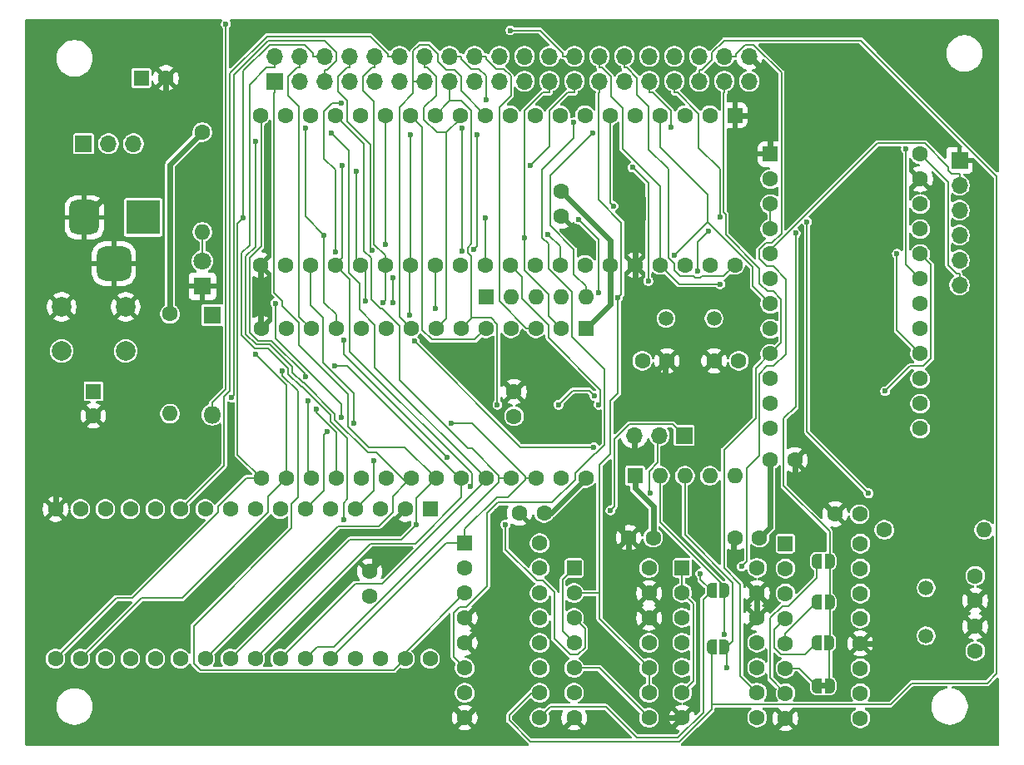
<source format=gbl>
G04 #@! TF.GenerationSoftware,KiCad,Pcbnew,9.0.0*
G04 #@! TF.CreationDate,2025-03-02T14:28:04+09:00*
G04 #@! TF.ProjectId,K6802-SBC,4b363830-322d-4534-9243-2e6b69636164,rev?*
G04 #@! TF.SameCoordinates,Original*
G04 #@! TF.FileFunction,Copper,L2,Bot*
G04 #@! TF.FilePolarity,Positive*
%FSLAX46Y46*%
G04 Gerber Fmt 4.6, Leading zero omitted, Abs format (unit mm)*
G04 Created by KiCad (PCBNEW 9.0.0) date 2025-03-02 14:28:04*
%MOMM*%
%LPD*%
G01*
G04 APERTURE LIST*
G04 Aperture macros list*
%AMRoundRect*
0 Rectangle with rounded corners*
0 $1 Rounding radius*
0 $2 $3 $4 $5 $6 $7 $8 $9 X,Y pos of 4 corners*
0 Add a 4 corners polygon primitive as box body*
4,1,4,$2,$3,$4,$5,$6,$7,$8,$9,$2,$3,0*
0 Add four circle primitives for the rounded corners*
1,1,$1+$1,$2,$3*
1,1,$1+$1,$4,$5*
1,1,$1+$1,$6,$7*
1,1,$1+$1,$8,$9*
0 Add four rect primitives between the rounded corners*
20,1,$1+$1,$2,$3,$4,$5,0*
20,1,$1+$1,$4,$5,$6,$7,0*
20,1,$1+$1,$6,$7,$8,$9,0*
20,1,$1+$1,$8,$9,$2,$3,0*%
%AMFreePoly0*
4,1,23,0.500000,-0.750000,0.000000,-0.750000,0.000000,-0.745722,-0.065263,-0.745722,-0.191342,-0.711940,-0.304381,-0.646677,-0.396677,-0.554381,-0.461940,-0.441342,-0.495722,-0.315263,-0.495722,-0.250000,-0.500000,-0.250000,-0.500000,0.250000,-0.495722,0.250000,-0.495722,0.315263,-0.461940,0.441342,-0.396677,0.554381,-0.304381,0.646677,-0.191342,0.711940,-0.065263,0.745722,0.000000,0.745722,
0.000000,0.750000,0.500000,0.750000,0.500000,-0.750000,0.500000,-0.750000,$1*%
%AMFreePoly1*
4,1,23,0.000000,0.745722,0.065263,0.745722,0.191342,0.711940,0.304381,0.646677,0.396677,0.554381,0.461940,0.441342,0.495722,0.315263,0.495722,0.250000,0.500000,0.250000,0.500000,-0.250000,0.495722,-0.250000,0.495722,-0.315263,0.461940,-0.441342,0.396677,-0.554381,0.304381,-0.646677,0.191342,-0.711940,0.065263,-0.745722,0.000000,-0.745722,0.000000,-0.750000,-0.500000,-0.750000,
-0.500000,0.750000,0.000000,0.750000,0.000000,0.745722,0.000000,0.745722,$1*%
G04 Aperture macros list end*
G04 #@! TA.AperFunction,EtchedComponent*
%ADD10C,0.000000*%
G04 #@! TD*
G04 #@! TA.AperFunction,ComponentPad*
%ADD11C,1.600000*%
G04 #@! TD*
G04 #@! TA.AperFunction,ComponentPad*
%ADD12RoundRect,0.250000X-0.550000X-0.550000X0.550000X-0.550000X0.550000X0.550000X-0.550000X0.550000X0*%
G04 #@! TD*
G04 #@! TA.AperFunction,ComponentPad*
%ADD13O,1.600000X1.600000*%
G04 #@! TD*
G04 #@! TA.AperFunction,ComponentPad*
%ADD14R,1.700000X1.700000*%
G04 #@! TD*
G04 #@! TA.AperFunction,ComponentPad*
%ADD15O,1.700000X1.700000*%
G04 #@! TD*
G04 #@! TA.AperFunction,ComponentPad*
%ADD16C,2.000000*%
G04 #@! TD*
G04 #@! TA.AperFunction,ComponentPad*
%ADD17C,1.500000*%
G04 #@! TD*
G04 #@! TA.AperFunction,ComponentPad*
%ADD18R,1.600000X1.600000*%
G04 #@! TD*
G04 #@! TA.AperFunction,ComponentPad*
%ADD19R,1.800000X1.800000*%
G04 #@! TD*
G04 #@! TA.AperFunction,ComponentPad*
%ADD20C,1.800000*%
G04 #@! TD*
G04 #@! TA.AperFunction,ComponentPad*
%ADD21RoundRect,0.250000X-0.550000X0.550000X-0.550000X-0.550000X0.550000X-0.550000X0.550000X0.550000X0*%
G04 #@! TD*
G04 #@! TA.AperFunction,ComponentPad*
%ADD22R,3.500000X3.500000*%
G04 #@! TD*
G04 #@! TA.AperFunction,ComponentPad*
%ADD23RoundRect,0.750000X-0.750000X-1.000000X0.750000X-1.000000X0.750000X1.000000X-0.750000X1.000000X0*%
G04 #@! TD*
G04 #@! TA.AperFunction,ComponentPad*
%ADD24RoundRect,0.875000X-0.875000X-0.875000X0.875000X-0.875000X0.875000X0.875000X-0.875000X0.875000X0*%
G04 #@! TD*
G04 #@! TA.AperFunction,ComponentPad*
%ADD25O,1.800000X1.800000*%
G04 #@! TD*
G04 #@! TA.AperFunction,SMDPad,CuDef*
%ADD26FreePoly0,0.000000*%
G04 #@! TD*
G04 #@! TA.AperFunction,SMDPad,CuDef*
%ADD27FreePoly1,0.000000*%
G04 #@! TD*
G04 #@! TA.AperFunction,ViaPad*
%ADD28C,0.600000*%
G04 #@! TD*
G04 #@! TA.AperFunction,Conductor*
%ADD29C,0.600000*%
G04 #@! TD*
G04 #@! TA.AperFunction,Conductor*
%ADD30C,0.200000*%
G04 #@! TD*
G04 APERTURE END LIST*
D10*
G04 #@! TA.AperFunction,EtchedComponent*
G36*
X171900000Y-118700000D02*
G01*
X171400000Y-118700000D01*
X171400000Y-118100000D01*
X171900000Y-118100000D01*
X171900000Y-118700000D01*
G37*
G04 #@! TD.AperFunction*
D11*
X143250000Y-100800000D03*
X140750000Y-100800000D03*
X165150000Y-103300000D03*
X162650000Y-103300000D03*
D12*
X166260000Y-64260000D03*
D11*
X166260000Y-66800000D03*
X166260000Y-69340000D03*
X166260000Y-71880000D03*
X166260000Y-74420000D03*
X166260000Y-76960000D03*
X166260000Y-79500000D03*
X166260000Y-82040000D03*
X166260000Y-84580000D03*
X166260000Y-87120000D03*
X166260000Y-89660000D03*
X166260000Y-92200000D03*
X181500000Y-92200000D03*
X181500000Y-89660000D03*
X181500000Y-87120000D03*
X181500000Y-84580000D03*
X181500000Y-82040000D03*
X181500000Y-79500000D03*
X181500000Y-76960000D03*
X181500000Y-74420000D03*
X181500000Y-71880000D03*
X181500000Y-69340000D03*
X181500000Y-66800000D03*
X181500000Y-64260000D03*
X155750000Y-85300000D03*
X153250000Y-85300000D03*
X125500000Y-109250000D03*
X125500000Y-106750000D03*
X145000000Y-68050000D03*
X145000000Y-70550000D03*
X177840000Y-102500000D03*
D13*
X188000000Y-102500000D03*
D11*
X166250000Y-95400000D03*
X168750000Y-95400000D03*
D14*
X115860000Y-56840000D03*
D15*
X115860000Y-54300000D03*
X118400000Y-56840000D03*
X118400000Y-54300000D03*
X120940000Y-56840000D03*
X120940000Y-54300000D03*
X123480000Y-56840000D03*
X123480000Y-54300000D03*
X126020000Y-56840000D03*
X126020000Y-54300000D03*
X128560000Y-56840000D03*
X128560000Y-54300000D03*
X131100000Y-56840000D03*
X131100000Y-54300000D03*
X133640000Y-56840000D03*
X133640000Y-54300000D03*
X136180000Y-56840000D03*
X136180000Y-54300000D03*
X138720000Y-56840000D03*
X138720000Y-54300000D03*
X141260000Y-56840000D03*
X141260000Y-54300000D03*
X143800000Y-56840000D03*
X143800000Y-54300000D03*
X146340000Y-56840000D03*
X146340000Y-54300000D03*
X148880000Y-56840000D03*
X148880000Y-54300000D03*
X151420000Y-56840000D03*
X151420000Y-54300000D03*
X153960000Y-56840000D03*
X153960000Y-54300000D03*
X156500000Y-56840000D03*
X156500000Y-54300000D03*
X159040000Y-56840000D03*
X159040000Y-54300000D03*
X161580000Y-56840000D03*
X161580000Y-54300000D03*
X164120000Y-56840000D03*
X164120000Y-54300000D03*
D16*
X100700000Y-84300000D03*
X94200000Y-84300000D03*
X100700000Y-79800000D03*
X94200000Y-79800000D03*
D11*
X140200000Y-90950000D03*
X140200000Y-88450000D03*
D17*
X155650000Y-81000000D03*
X160530000Y-81000000D03*
D11*
X187100000Y-112350000D03*
X187100000Y-114850000D03*
D18*
X137340000Y-78800000D03*
D13*
X139880000Y-78800000D03*
X142420000Y-78800000D03*
X144960000Y-78800000D03*
X147500000Y-78800000D03*
D11*
X175350000Y-100900000D03*
X172850000Y-100900000D03*
X187100000Y-109700000D03*
X187100000Y-107200000D03*
D14*
X96420000Y-63200000D03*
D15*
X98960000Y-63200000D03*
X101500000Y-63200000D03*
D19*
X108500000Y-77700000D03*
D20*
X108500000Y-75160000D03*
D11*
X154350000Y-103300000D03*
X151850000Y-103300000D03*
D14*
X185500000Y-64880000D03*
D15*
X185500000Y-67420000D03*
X185500000Y-69960000D03*
X185500000Y-72500000D03*
X185500000Y-75040000D03*
X185500000Y-77580000D03*
D17*
X182100000Y-113300000D03*
X182100000Y-108420000D03*
D12*
X157290000Y-106385000D03*
D11*
X157290000Y-108925000D03*
X157290000Y-111465000D03*
X157290000Y-114005000D03*
X157290000Y-116545000D03*
X157290000Y-119085000D03*
X157290000Y-121625000D03*
X164910000Y-121625000D03*
X164910000Y-119085000D03*
X164910000Y-116545000D03*
X164910000Y-114005000D03*
X164910000Y-111465000D03*
X164910000Y-108925000D03*
X164910000Y-106385000D03*
D18*
X152500000Y-97000000D03*
D13*
X155040000Y-97000000D03*
X157580000Y-97000000D03*
X160120000Y-97000000D03*
X162660000Y-97000000D03*
D12*
X167795000Y-103910000D03*
D11*
X167795000Y-106450000D03*
X167795000Y-108990000D03*
X167795000Y-111530000D03*
X167795000Y-114070000D03*
X167795000Y-116610000D03*
X167795000Y-119150000D03*
X167795000Y-121690000D03*
X175415000Y-121690000D03*
X175415000Y-119150000D03*
X175415000Y-116610000D03*
X175415000Y-114070000D03*
X175415000Y-111530000D03*
X175415000Y-108990000D03*
X175415000Y-106450000D03*
X175415000Y-103910000D03*
D21*
X131660000Y-100400000D03*
D11*
X129120000Y-100400000D03*
X126580000Y-100400000D03*
X124040000Y-100400000D03*
X121500000Y-100400000D03*
X118960000Y-100400000D03*
X116420000Y-100400000D03*
X113880000Y-100400000D03*
X111340000Y-100400000D03*
X108800000Y-100400000D03*
X106260000Y-100400000D03*
X103720000Y-100400000D03*
X101180000Y-100400000D03*
X98640000Y-100400000D03*
X96100000Y-100400000D03*
X93560000Y-100400000D03*
X93560000Y-115640000D03*
X96100000Y-115640000D03*
X98640000Y-115640000D03*
X101180000Y-115640000D03*
X103720000Y-115640000D03*
X106260000Y-115640000D03*
X108800000Y-115640000D03*
X111340000Y-115640000D03*
X113880000Y-115640000D03*
X116420000Y-115640000D03*
X118960000Y-115640000D03*
X121500000Y-115640000D03*
X124040000Y-115640000D03*
X126580000Y-115640000D03*
X129120000Y-115640000D03*
X131660000Y-115640000D03*
X105200000Y-80520000D03*
D13*
X105200000Y-90680000D03*
D21*
X147510000Y-82000000D03*
D11*
X144970000Y-82000000D03*
X142430000Y-82000000D03*
X139890000Y-82000000D03*
X137350000Y-82000000D03*
X134810000Y-82000000D03*
X132270000Y-82000000D03*
X129730000Y-82000000D03*
X127190000Y-82000000D03*
X124650000Y-82000000D03*
X122110000Y-82000000D03*
X119570000Y-82000000D03*
X117030000Y-82000000D03*
X114490000Y-82000000D03*
X114490000Y-97240000D03*
X117030000Y-97240000D03*
X119570000Y-97240000D03*
X122110000Y-97240000D03*
X124650000Y-97240000D03*
X127190000Y-97240000D03*
X129730000Y-97240000D03*
X132270000Y-97240000D03*
X134810000Y-97240000D03*
X137350000Y-97240000D03*
X139890000Y-97240000D03*
X142430000Y-97240000D03*
X144970000Y-97240000D03*
X147510000Y-97240000D03*
D22*
X102500000Y-70700000D03*
D23*
X96500000Y-70700000D03*
D24*
X99500000Y-75400000D03*
D18*
X102294900Y-56500000D03*
D11*
X104794900Y-56500000D03*
D14*
X157500000Y-92900000D03*
D15*
X154960000Y-92900000D03*
X152420000Y-92900000D03*
D19*
X109500000Y-80620000D03*
D25*
X109500000Y-90780000D03*
D11*
X108500000Y-62020000D03*
D13*
X108500000Y-72180000D03*
D12*
X135180000Y-103860000D03*
D11*
X135180000Y-106400000D03*
X135180000Y-108940000D03*
X135180000Y-111480000D03*
X135180000Y-114020000D03*
X135180000Y-116560000D03*
X135180000Y-119100000D03*
X135180000Y-121640000D03*
X142800000Y-121640000D03*
X142800000Y-119100000D03*
X142800000Y-116560000D03*
X142800000Y-114020000D03*
X142800000Y-111480000D03*
X142800000Y-108940000D03*
X142800000Y-106400000D03*
X142800000Y-103860000D03*
D21*
X162660000Y-60300000D03*
D11*
X160120000Y-60300000D03*
X157580000Y-60300000D03*
X155040000Y-60300000D03*
X152500000Y-60300000D03*
X149960000Y-60300000D03*
X147420000Y-60300000D03*
X144880000Y-60300000D03*
X142340000Y-60300000D03*
X139800000Y-60300000D03*
X137260000Y-60300000D03*
X134720000Y-60300000D03*
X132180000Y-60300000D03*
X129640000Y-60300000D03*
X127100000Y-60300000D03*
X124560000Y-60300000D03*
X122020000Y-60300000D03*
X119480000Y-60300000D03*
X116940000Y-60300000D03*
X114400000Y-60300000D03*
X114400000Y-75540000D03*
X116940000Y-75540000D03*
X119480000Y-75540000D03*
X122020000Y-75540000D03*
X124560000Y-75540000D03*
X127100000Y-75540000D03*
X129640000Y-75540000D03*
X132180000Y-75540000D03*
X134720000Y-75540000D03*
X137260000Y-75540000D03*
X139800000Y-75540000D03*
X142340000Y-75540000D03*
X144880000Y-75540000D03*
X147420000Y-75540000D03*
X149960000Y-75540000D03*
X152500000Y-75540000D03*
X155040000Y-75540000D03*
X157580000Y-75540000D03*
X160120000Y-75540000D03*
X162660000Y-75540000D03*
D18*
X97400000Y-88400000D03*
D11*
X97400000Y-90900000D03*
D12*
X146300000Y-106400000D03*
D11*
X146300000Y-108940000D03*
X146300000Y-111480000D03*
X146300000Y-114020000D03*
X146300000Y-116560000D03*
X146300000Y-119100000D03*
X146300000Y-121640000D03*
X153920000Y-121640000D03*
X153920000Y-119100000D03*
X153920000Y-116560000D03*
X153920000Y-114020000D03*
X153920000Y-111480000D03*
X153920000Y-108940000D03*
X153920000Y-106400000D03*
X160550000Y-85300000D03*
X163050000Y-85300000D03*
D26*
X171000000Y-105700000D03*
D27*
X172300000Y-105700000D03*
D26*
X171000000Y-118400000D03*
D27*
X172300000Y-118400000D03*
D26*
X160300000Y-108700000D03*
D27*
X161600000Y-108700000D03*
D26*
X170950000Y-114000000D03*
D27*
X172250000Y-114000000D03*
D26*
X171000000Y-109900000D03*
D27*
X172300000Y-109900000D03*
D26*
X160300000Y-114400000D03*
D27*
X161600000Y-114400000D03*
D28*
X162908900Y-121625000D03*
X155560200Y-90879100D03*
X146552500Y-88945000D03*
X140311200Y-121640000D03*
X152500000Y-71590600D03*
X114400000Y-77411900D03*
X148326000Y-91549900D03*
X153262700Y-68698200D03*
X138508200Y-100665200D03*
X126003000Y-104496900D03*
X151779400Y-121640000D03*
X110891500Y-51000000D03*
X125756500Y-74049900D03*
X132180000Y-80015100D03*
X119214000Y-89340100D03*
X148814800Y-78337300D03*
X150298800Y-69535900D03*
X156155200Y-61528300D03*
X146738700Y-70904700D03*
X121654500Y-62120100D03*
X133783500Y-91645500D03*
X123897000Y-91645500D03*
X150762200Y-78882200D03*
X138501500Y-89777200D03*
X144725600Y-89777200D03*
X148402600Y-88868400D03*
X159933200Y-72088700D03*
X158850100Y-76134800D03*
X113888400Y-62913400D03*
X159146900Y-106952200D03*
X163342200Y-106240300D03*
X130106600Y-83310000D03*
X127861500Y-79392800D03*
X134877100Y-74089600D03*
X148325400Y-94071800D03*
X134877100Y-61612400D03*
X127861500Y-76864300D03*
X122849400Y-101508200D03*
X121956500Y-85789500D03*
X118964500Y-86925300D03*
X156485800Y-74573500D03*
X180060200Y-63744000D03*
X112679400Y-70717500D03*
X137260000Y-70717500D03*
X141229500Y-72769900D03*
X125919400Y-95477100D03*
X126871600Y-79382400D03*
X133396100Y-95136300D03*
X122897900Y-83177300D03*
X120062700Y-90188800D03*
X136094000Y-73987900D03*
X136443000Y-62262400D03*
X179136600Y-74397600D03*
X129582000Y-80676900D03*
X129640000Y-62262400D03*
X122025200Y-74173500D03*
X122611400Y-59038700D03*
X113881500Y-84634500D03*
X177925800Y-88390000D03*
X111480400Y-89023600D03*
X148817400Y-89772100D03*
X120891600Y-72506700D03*
X143664800Y-72431000D03*
X118960100Y-61617500D03*
X161156600Y-77495300D03*
X161121700Y-70637000D03*
X176252300Y-98784200D03*
X170000400Y-71162600D03*
X141836700Y-65377900D03*
X122759200Y-65377900D03*
X135795000Y-98121300D03*
X150009600Y-100522200D03*
X139327700Y-101953800D03*
X130248000Y-101953800D03*
X115929900Y-79425000D03*
X127100000Y-73449800D03*
X121157200Y-92489300D03*
X122613000Y-91033500D03*
X139828000Y-51652300D03*
X124186300Y-65978000D03*
X125056000Y-79240100D03*
X116652000Y-86339700D03*
X137330100Y-58747500D03*
X161600000Y-113145400D03*
X161867500Y-116545000D03*
X168840500Y-72299200D03*
X154085900Y-98754300D03*
X148180200Y-62131700D03*
X152244400Y-65599500D03*
X153862800Y-77170000D03*
X146266500Y-61014000D03*
D29*
X147510000Y-82000000D02*
X149960000Y-79550000D01*
X166250000Y-102200000D02*
X165150000Y-103300000D01*
X154350000Y-100150100D02*
X152500000Y-98300100D01*
X149960000Y-79550000D02*
X149960000Y-75540000D01*
X143250000Y-100800000D02*
X143950000Y-100800000D01*
X149960000Y-75540000D02*
X149960000Y-72994400D01*
X143950000Y-100800000D02*
X147510000Y-97240000D01*
X105200000Y-80520000D02*
X105200000Y-65320000D01*
X152500000Y-97000000D02*
X152500000Y-98300100D01*
X105200000Y-65320000D02*
X108500000Y-62020000D01*
X154350000Y-103300000D02*
X154350000Y-100150100D01*
X166250000Y-95400000D02*
X166250000Y-102200000D01*
X145015600Y-68050000D02*
X145000000Y-68050000D01*
X149960000Y-72994400D02*
X145015600Y-68050000D01*
X153141900Y-123002500D02*
X151779400Y-121640000D01*
X166260000Y-61035600D02*
X166260000Y-64260000D01*
X152500000Y-71590600D02*
X153262700Y-70827900D01*
X136485600Y-115325600D02*
X136485600Y-120334400D01*
X162542100Y-106571700D02*
X164895400Y-108925000D01*
X175415000Y-114070000D02*
X176730000Y-114070000D01*
X138508200Y-108151800D02*
X138508200Y-100665200D01*
X179800000Y-111000000D02*
X185100000Y-111000000D01*
X146300000Y-121640000D02*
X144981000Y-122959000D01*
X165524400Y-55704400D02*
X164120000Y-54300000D01*
X164910000Y-111465000D02*
X164910000Y-108925000D01*
X172850000Y-100900000D02*
X168750000Y-96800000D01*
X152420000Y-94250100D02*
X151153000Y-95517100D01*
X174151000Y-99599000D02*
X177199000Y-99599000D01*
X176730000Y-114070000D02*
X179800000Y-111000000D01*
X135180000Y-111480000D02*
X138508200Y-108151800D01*
X141630200Y-122959000D02*
X140311200Y-121640000D01*
X167795000Y-121690000D02*
X166539000Y-122946000D01*
X187100000Y-109500000D02*
X187100000Y-109700000D01*
X185400000Y-110700000D02*
X186100000Y-110700000D01*
X164229900Y-122946000D02*
X162908900Y-121625000D01*
X152500000Y-82050000D02*
X155750000Y-85300000D01*
X96500000Y-70700000D02*
X104794900Y-62405100D01*
X177199000Y-99599000D02*
X187100000Y-109500000D01*
X136485600Y-120334400D02*
X135180000Y-121640000D01*
X152500000Y-75540000D02*
X152500000Y-82050000D01*
X114400000Y-81910000D02*
X114490000Y-82000000D01*
X168750000Y-96800000D02*
X168750000Y-95400000D01*
X153262700Y-70827900D02*
X153262700Y-68698200D01*
X186100000Y-110700000D02*
X187100000Y-109700000D01*
X104794900Y-62405100D02*
X104794900Y-56500000D01*
X152420000Y-92900000D02*
X152420000Y-94250100D01*
X165524400Y-60300000D02*
X166260000Y-61035600D01*
X93560000Y-100400000D02*
X93560000Y-94740000D01*
X148326000Y-90718500D02*
X148326000Y-91549900D01*
X152500000Y-75540000D02*
X152500000Y-71590600D01*
X166539000Y-122946000D02*
X164229900Y-122946000D01*
X146552500Y-88945000D02*
X148326000Y-90718500D01*
X93560000Y-94740000D02*
X97400000Y-90900000D01*
X151850000Y-103300000D02*
X151850000Y-106870000D01*
X151153000Y-102603000D02*
X151850000Y-103300000D01*
X114400000Y-77411900D02*
X114400000Y-81910000D01*
X96099800Y-81699800D02*
X96099800Y-89599800D01*
X126003000Y-104496900D02*
X126003000Y-106247000D01*
X185100000Y-111000000D02*
X185400000Y-110700000D01*
X165524400Y-60300000D02*
X165524400Y-55704400D01*
X114400000Y-75540000D02*
X114400000Y-77411900D01*
X155605000Y-121625000D02*
X155605000Y-121797300D01*
X155605000Y-121797300D02*
X154399800Y-123002500D01*
X153920000Y-111480000D02*
X155605000Y-113165000D01*
X135180000Y-114020000D02*
X136485600Y-115325600D01*
X162650000Y-103300000D02*
X162542100Y-103407900D01*
X126003000Y-106247000D02*
X125500000Y-106750000D01*
X96099800Y-89599800D02*
X97400000Y-90900000D01*
X157290000Y-121625000D02*
X155605000Y-121625000D01*
X144981000Y-122959000D02*
X141630200Y-122959000D01*
X155605000Y-113165000D02*
X155605000Y-121625000D01*
X162542100Y-103407900D02*
X162542100Y-106571700D01*
X164895400Y-108925000D02*
X164910000Y-108925000D01*
X151850000Y-106870000D02*
X153920000Y-108940000D01*
X94200000Y-79800000D02*
X96099800Y-81699800D01*
X154399800Y-123002500D02*
X153141900Y-123002500D01*
X151153000Y-95517100D02*
X151153000Y-102603000D01*
X155560200Y-85600000D02*
X155560200Y-90879100D01*
X162660000Y-60300000D02*
X165524400Y-60300000D01*
X172850000Y-100900000D02*
X174151000Y-99599000D01*
D30*
X155885600Y-74829700D02*
X156479800Y-75423900D01*
X159098700Y-76861700D02*
X159266300Y-76694100D01*
X153911600Y-59435700D02*
X153911600Y-63761100D01*
X158601600Y-76861700D02*
X159098700Y-76861700D01*
X151420000Y-55450100D02*
X151658300Y-55450100D01*
X151658300Y-55450100D02*
X152690000Y-56481800D01*
X159266300Y-76694100D02*
X161505900Y-76694100D01*
X153911600Y-63761100D02*
X155885600Y-65735100D01*
X110891500Y-88188400D02*
X109500000Y-89579900D01*
X151420000Y-54300000D02*
X151420000Y-55450100D01*
X156479800Y-76049300D02*
X157124600Y-76694100D01*
X152690000Y-56481800D02*
X152690000Y-58214100D01*
X156479800Y-75423900D02*
X156479800Y-76049300D01*
X109500000Y-89579900D02*
X109500000Y-90780000D01*
X155885600Y-65735100D02*
X155885600Y-74829700D01*
X110891500Y-51000000D02*
X110891500Y-88188400D01*
X152690000Y-58214100D02*
X153911600Y-59435700D01*
X158434000Y-76694100D02*
X158601600Y-76861700D01*
X157124600Y-76694100D02*
X158434000Y-76694100D01*
X161505900Y-76694100D02*
X162660000Y-75540000D01*
X108500000Y-72180000D02*
X108500000Y-75160000D01*
X132180000Y-75540000D02*
X132180000Y-80015100D01*
X123241700Y-55450100D02*
X122311200Y-56380600D01*
X119214000Y-96884000D02*
X119570000Y-97240000D01*
X125574800Y-73868200D02*
X125756500Y-74049900D01*
X123480000Y-54300000D02*
X123480000Y-55450100D01*
X122311200Y-57889900D02*
X123211500Y-58790200D01*
X123480000Y-55450100D02*
X123241700Y-55450100D01*
X122311200Y-56380600D02*
X122311200Y-57889900D01*
X123211500Y-60916600D02*
X125574800Y-63279900D01*
X125574800Y-63279900D02*
X125574800Y-73868200D01*
X123211500Y-58790200D02*
X123211500Y-60916600D01*
X119214000Y-89340100D02*
X119214000Y-96884000D01*
X149960000Y-60300000D02*
X149960000Y-69197100D01*
X146738700Y-70904700D02*
X148814800Y-72980800D01*
X156155200Y-59825900D02*
X156155200Y-61528300D01*
X153960000Y-57990100D02*
X154319400Y-57990100D01*
X153960000Y-56840000D02*
X153960000Y-57990100D01*
X149960000Y-69197100D02*
X150298800Y-69535900D01*
X154319400Y-57990100D02*
X156155200Y-59825900D01*
X148814800Y-72980800D02*
X148814800Y-78337300D01*
X160300000Y-120285400D02*
X160300000Y-114400000D01*
X189300000Y-117132800D02*
X189300000Y-66489700D01*
X159040000Y-55689900D02*
X159040000Y-56840000D01*
X160300000Y-120781800D02*
X160300000Y-120285400D01*
X139695100Y-121404800D02*
X139695100Y-121914200D01*
X188304300Y-118128500D02*
X189300000Y-117132800D01*
X160300000Y-120285400D02*
X178475900Y-120285400D01*
X142800000Y-119100000D02*
X141999900Y-119100000D01*
X157030300Y-124051500D02*
X160300000Y-120781800D01*
X159278300Y-55689900D02*
X159040000Y-55689900D01*
X160310000Y-53934900D02*
X160310000Y-54658200D01*
X161556200Y-52688700D02*
X160310000Y-53934900D01*
X141999900Y-119100000D02*
X139695100Y-121404800D01*
X141832400Y-124051500D02*
X157030300Y-124051500D01*
X180632800Y-118128500D02*
X188304300Y-118128500D01*
X189300000Y-66489700D02*
X175499000Y-52688700D01*
X160310000Y-54658200D02*
X159278300Y-55689900D01*
X139695100Y-121914200D02*
X141832400Y-124051500D01*
X175499000Y-52688700D02*
X161556200Y-52688700D01*
X178475900Y-120285400D02*
X180632800Y-118128500D01*
X116420000Y-115640000D02*
X124040000Y-108020000D01*
X126061600Y-85951600D02*
X137350000Y-97240000D01*
X121654500Y-62120100D02*
X123412400Y-63878000D01*
X126061600Y-81673100D02*
X126061600Y-85951600D01*
X123412400Y-63878000D02*
X123412400Y-76357500D01*
X124455900Y-77401000D02*
X124455900Y-80067400D01*
X126745000Y-108020000D02*
X137350000Y-97415000D01*
X124040000Y-108020000D02*
X126745000Y-108020000D01*
X123412400Y-76357500D02*
X124455900Y-77401000D01*
X137350000Y-97415000D02*
X137350000Y-97240000D01*
X124455900Y-80067400D02*
X126061600Y-81673100D01*
X120750000Y-80922800D02*
X119480000Y-79652800D01*
X123897000Y-91645500D02*
X123897000Y-88627000D01*
X141355300Y-97067100D02*
X141355300Y-97240000D01*
X141355300Y-97240000D02*
X141355300Y-97391700D01*
X141355300Y-97391700D02*
X139581400Y-99165600D01*
X120750000Y-85480000D02*
X120750000Y-80922800D01*
X119480000Y-79652800D02*
X119480000Y-75540000D01*
X133783500Y-91645500D02*
X135933700Y-91645500D01*
X135933700Y-91645500D02*
X141355300Y-97067100D01*
X142430000Y-97240000D02*
X141355300Y-97240000D01*
X123897000Y-88627000D02*
X120750000Y-85480000D01*
X139581400Y-99165600D02*
X138458200Y-99165600D01*
X121500000Y-115640000D02*
X133280000Y-103860000D01*
X135180000Y-102443800D02*
X135180000Y-103860000D01*
X138458200Y-99165600D02*
X135180000Y-102443800D01*
X133280000Y-103860000D02*
X135180000Y-103860000D01*
X148880000Y-57990100D02*
X148785000Y-58085100D01*
X151115400Y-71214300D02*
X151115400Y-78529000D01*
X148785000Y-68883900D02*
X151115400Y-71214300D01*
X151115400Y-78529000D02*
X150762200Y-78882200D01*
X153920000Y-116560000D02*
X153920000Y-119100000D01*
X150009600Y-94803400D02*
X150009600Y-89393300D01*
X150762200Y-88640700D02*
X150762200Y-78882200D01*
X150009600Y-89393300D02*
X150762200Y-88640700D01*
X146300000Y-108940000D02*
X148883800Y-108940000D01*
X148883800Y-108940000D02*
X148883800Y-111523800D01*
X148880000Y-56840000D02*
X148880000Y-57990100D01*
X148883800Y-108940000D02*
X148883800Y-95929200D01*
X148883800Y-111523800D02*
X153920000Y-116560000D01*
X148883800Y-95929200D02*
X150009600Y-94803400D01*
X148785000Y-58085100D02*
X148785000Y-68883900D01*
X135838100Y-74642700D02*
X135477200Y-74281800D01*
X133640000Y-58840000D02*
X132180000Y-60300000D01*
X133640000Y-56840000D02*
X133640000Y-58840000D01*
X135477200Y-74281800D02*
X135477200Y-73756100D01*
X148402600Y-88868400D02*
X147879000Y-88344800D01*
X135838100Y-73395200D02*
X135838100Y-59811000D01*
X135838100Y-80892400D02*
X135838100Y-74642700D01*
X146158000Y-88344800D02*
X144725600Y-89777200D01*
X135838100Y-80971900D02*
X135838100Y-80892400D01*
X135838100Y-59811000D02*
X134867100Y-58840000D01*
X137841800Y-80892400D02*
X138501500Y-81552100D01*
X147879000Y-88344800D02*
X146158000Y-88344800D01*
X138501500Y-81552100D02*
X138501500Y-89777200D01*
X135477200Y-73756100D02*
X135838100Y-73395200D01*
X135838100Y-80892400D02*
X137841800Y-80892400D01*
X134810000Y-82000000D02*
X135838100Y-80971900D01*
X134867100Y-58840000D02*
X133640000Y-58840000D01*
X118351600Y-59435700D02*
X117239400Y-58323500D01*
X117239400Y-58323500D02*
X117239400Y-56372400D01*
X119570000Y-82000000D02*
X118351600Y-80781600D01*
X118400000Y-54300000D02*
X118400000Y-55450100D01*
X158850100Y-73171800D02*
X159933200Y-72088700D01*
X118161700Y-55450100D02*
X118400000Y-55450100D01*
X158850100Y-76134800D02*
X158850100Y-73171800D01*
X118351600Y-80781600D02*
X118351600Y-59435700D01*
X117239400Y-56372400D02*
X118161700Y-55450100D01*
X117652200Y-86461500D02*
X117652200Y-85925400D01*
X118716100Y-87525400D02*
X117652200Y-86461500D01*
X118813900Y-87525400D02*
X118716100Y-87525400D01*
X121974500Y-90686000D02*
X118813900Y-87525400D01*
X113967800Y-83634200D02*
X112892000Y-82558400D01*
X113888400Y-73677800D02*
X113888400Y-62913400D01*
X122318800Y-102121200D02*
X126460900Y-102121200D01*
X126460900Y-102121200D02*
X127850000Y-100732100D01*
X117652200Y-85925400D02*
X115361000Y-83634200D01*
X121974500Y-91277400D02*
X121974500Y-90686000D01*
X115361000Y-83634200D02*
X113967800Y-83634200D01*
X108800000Y-115640000D02*
X122318800Y-102121200D01*
X129268300Y-97701700D02*
X129730000Y-97240000D01*
X127850000Y-100732100D02*
X127850000Y-99120000D01*
X125318200Y-94621100D02*
X121974500Y-91277400D01*
X129268300Y-97701700D02*
X126187700Y-94621100D01*
X127850000Y-99120000D02*
X129268300Y-97701700D01*
X112892000Y-82558400D02*
X112892000Y-74674200D01*
X126187700Y-94621100D02*
X125318200Y-94621100D01*
X112892000Y-74674200D02*
X113888400Y-73677800D01*
X166549100Y-75690000D02*
X165925500Y-75690000D01*
X167839200Y-84594400D02*
X167839200Y-76980100D01*
X163672500Y-53119300D02*
X162730100Y-54061700D01*
X166433700Y-73291500D02*
X167390300Y-72334900D01*
X165159800Y-94934400D02*
X165159800Y-86622600D01*
X165136100Y-74900600D02*
X165136100Y-73953400D01*
X165925500Y-75690000D02*
X165136100Y-74900600D01*
X163900000Y-105682500D02*
X163900000Y-96194200D01*
X152678300Y-123651400D02*
X149555600Y-120528700D01*
X161580000Y-54300000D02*
X162730100Y-54300000D01*
X143911300Y-120528700D02*
X142800000Y-121640000D01*
X159435800Y-121080200D02*
X156864600Y-123651400D01*
X156864600Y-123651400D02*
X152678300Y-123651400D01*
X149555600Y-120528700D02*
X143911300Y-120528700D01*
X163900000Y-96194200D02*
X165159800Y-94934400D01*
X160300000Y-108700000D02*
X159435800Y-109564200D01*
X167839200Y-76980100D02*
X166549100Y-75690000D01*
X167390300Y-55940900D02*
X164568700Y-53119300D01*
X163342200Y-106240300D02*
X163900000Y-105682500D01*
X165159800Y-86622600D02*
X165932400Y-85850000D01*
X162730100Y-54061700D02*
X162730100Y-54300000D01*
X159146900Y-107546900D02*
X159146900Y-106952200D01*
X165136100Y-73953400D02*
X165798000Y-73291500D01*
X160300000Y-108700000D02*
X159146900Y-107546900D01*
X165798000Y-73291500D02*
X166433700Y-73291500D01*
X165932400Y-85850000D02*
X166583600Y-85850000D01*
X167390300Y-72334900D02*
X167390300Y-55940900D01*
X159435800Y-109564200D02*
X159435800Y-121080200D01*
X164568700Y-53119300D02*
X163672500Y-53119300D01*
X166583600Y-85850000D02*
X167839200Y-84594400D01*
X140868400Y-94071800D02*
X148325400Y-94071800D01*
X127861500Y-79392800D02*
X127861500Y-76864300D01*
X130106600Y-83310000D02*
X140868400Y-94071800D01*
X134877100Y-74089600D02*
X134877100Y-61612400D01*
X123228100Y-99369200D02*
X123228100Y-93145700D01*
X118648300Y-87925500D02*
X118550300Y-87925500D01*
X115046700Y-55450100D02*
X115860000Y-55450100D01*
X122849400Y-99747900D02*
X123228100Y-99369200D01*
X121574400Y-91492000D02*
X121574400Y-90851600D01*
X115860000Y-54300000D02*
X115860000Y-55450100D01*
X121574400Y-90851600D02*
X118648300Y-87925500D01*
X115195300Y-84034300D02*
X113802100Y-84034300D01*
X117252100Y-86627300D02*
X117252100Y-86091100D01*
X118550300Y-87925500D02*
X117252100Y-86627300D01*
X122849400Y-101508200D02*
X122849400Y-99747900D01*
X113284800Y-57212000D02*
X115046700Y-55450100D01*
X117252100Y-86091100D02*
X115195300Y-84034300D01*
X112491900Y-82724100D02*
X112491900Y-74308400D01*
X113802100Y-84034300D02*
X112491900Y-82724100D01*
X113284800Y-73515500D02*
X113284800Y-57212000D01*
X123228100Y-93145700D02*
X121574400Y-91492000D01*
X112491900Y-74308400D02*
X113284800Y-73515500D01*
X113880000Y-115640000D02*
X125623200Y-103896800D01*
X121956500Y-85789500D02*
X123200700Y-85789500D01*
X125623200Y-103896800D02*
X130127300Y-103896800D01*
X118964500Y-86671900D02*
X115526700Y-83234100D01*
X114133500Y-83234100D02*
X113292100Y-82392700D01*
X134810000Y-99214100D02*
X134810000Y-97240000D01*
X113292100Y-74840000D02*
X114488500Y-73643600D01*
X115526700Y-83234100D02*
X114133500Y-83234100D01*
X114488500Y-73643600D02*
X114488500Y-60388500D01*
X134651200Y-97240000D02*
X134810000Y-97240000D01*
X130127300Y-103896800D02*
X134810000Y-99214100D01*
X113292100Y-82392700D02*
X113292100Y-74840000D01*
X118964500Y-86925300D02*
X118964500Y-86671900D01*
X114488500Y-60388500D02*
X114400000Y-60300000D01*
X123200700Y-85789500D02*
X134651200Y-97240000D01*
X165947300Y-78230000D02*
X165158800Y-77441500D01*
X161516500Y-70183100D02*
X161516500Y-58053600D01*
X161721800Y-72449000D02*
X161721800Y-70388400D01*
X161721800Y-70388400D02*
X161516500Y-70183100D01*
X163204600Y-108082800D02*
X163204600Y-117379600D01*
X161547000Y-94340000D02*
X161547000Y-106425200D01*
X161580000Y-56840000D02*
X161580000Y-57990100D01*
X164759700Y-91127300D02*
X161547000Y-94340000D01*
X161547000Y-106425200D02*
X163204600Y-108082800D01*
X165158800Y-77441500D02*
X165158800Y-75886000D01*
X166260000Y-84580000D02*
X167361500Y-83478500D01*
X164759700Y-86080300D02*
X164759700Y-91127300D01*
X166559500Y-78230000D02*
X165947300Y-78230000D01*
X167361500Y-83478500D02*
X167361500Y-79032000D01*
X161516500Y-58053600D02*
X161580000Y-57990100D01*
X166260000Y-84580000D02*
X164759700Y-86080300D01*
X165158800Y-75886000D02*
X161721800Y-72449000D01*
X163204600Y-117379600D02*
X164910000Y-119085000D01*
X167361500Y-79032000D02*
X166559500Y-78230000D01*
X164486900Y-77726900D02*
X164486900Y-75779900D01*
X155040000Y-63587000D02*
X159859100Y-68406100D01*
X164486900Y-75779900D02*
X159907200Y-71200200D01*
X159859100Y-68406100D02*
X159859100Y-71200200D01*
X166260000Y-79500000D02*
X164486900Y-77726900D01*
X155040000Y-60300000D02*
X155040000Y-63587000D01*
X159907200Y-71200200D02*
X159859100Y-71200200D01*
X159859100Y-71200200D02*
X156485800Y-74573500D01*
X139138400Y-55570000D02*
X138361800Y-55570000D01*
X139870200Y-58316700D02*
X139870200Y-56301800D01*
X142430000Y-82000000D02*
X141463200Y-82000000D01*
X139870200Y-56301800D02*
X139138400Y-55570000D01*
X138361800Y-55570000D02*
X137330100Y-54538300D01*
X138686200Y-79223000D02*
X138686200Y-59500700D01*
X141463200Y-82000000D02*
X138686200Y-79223000D01*
X136180000Y-54300000D02*
X137330100Y-54300000D01*
X138686200Y-59500700D02*
X139870200Y-58316700D01*
X137330100Y-54538300D02*
X137330100Y-54300000D01*
X119789900Y-54012500D02*
X118899000Y-53121600D01*
X99740200Y-109459800D02*
X93560000Y-115640000D01*
X181500000Y-76960000D02*
X180060200Y-75520200D01*
X180060200Y-75520200D02*
X180060200Y-63744000D01*
X118899000Y-53121600D02*
X115353300Y-53121600D01*
X137260000Y-75540000D02*
X137260000Y-70717500D01*
X101343100Y-109459800D02*
X99740200Y-109459800D01*
X115353300Y-53121600D02*
X112679400Y-55795500D01*
X112939400Y-97240000D02*
X110070000Y-100109400D01*
X112091800Y-94841800D02*
X114490000Y-97240000D01*
X112091800Y-71305100D02*
X112091800Y-94841800D01*
X112679400Y-55795500D02*
X112679400Y-70717500D01*
X114490000Y-97240000D02*
X112939400Y-97240000D01*
X120940000Y-54300000D02*
X119789900Y-54300000D01*
X112679400Y-70717500D02*
X112091800Y-71305100D01*
X110070000Y-100109400D02*
X110070000Y-100732900D01*
X119789900Y-54300000D02*
X119789900Y-54012500D01*
X110070000Y-100732900D02*
X101343100Y-109459800D01*
X143800000Y-56840000D02*
X143800000Y-57990100D01*
X124040000Y-100400000D02*
X125919400Y-98520600D01*
X144970000Y-82000000D02*
X143690000Y-80720000D01*
X125919400Y-98520600D02*
X125919400Y-95477100D01*
X143690000Y-78514000D02*
X141229500Y-76053500D01*
X141229500Y-76053500D02*
X141229500Y-72769900D01*
X143800000Y-57990100D02*
X143081200Y-57990100D01*
X141229500Y-59841800D02*
X141229500Y-72769900D01*
X143081200Y-57990100D02*
X141229500Y-59841800D01*
X143690000Y-80720000D02*
X143690000Y-78514000D01*
X127100000Y-74544700D02*
X125975000Y-73419700D01*
X127100000Y-75540000D02*
X127100000Y-74544700D01*
X125975000Y-73419700D02*
X125975000Y-58902400D01*
X124869800Y-57797200D02*
X124869800Y-56312800D01*
X124869800Y-56312800D02*
X125732500Y-55450100D01*
X133396100Y-95136300D02*
X122897900Y-84638100D01*
X126871600Y-79382400D02*
X127100000Y-79154000D01*
X125732500Y-55450100D02*
X126020000Y-55450100D01*
X127100000Y-79154000D02*
X127100000Y-75540000D01*
X125975000Y-58902400D02*
X124869800Y-57797200D01*
X126020000Y-54300000D02*
X126020000Y-55450100D01*
X122897900Y-84638100D02*
X122897900Y-83177300D01*
X129582000Y-80676900D02*
X129582000Y-75598000D01*
X129640000Y-75540000D02*
X129640000Y-62262400D01*
X136094000Y-73987900D02*
X136443000Y-73638900D01*
X120062700Y-90546100D02*
X122110000Y-92593400D01*
X179136600Y-74397600D02*
X179136600Y-82216600D01*
X179136600Y-82216600D02*
X181500000Y-84580000D01*
X136443000Y-73638900D02*
X136443000Y-62262400D01*
X122110000Y-92593400D02*
X122110000Y-97240000D01*
X129582000Y-75598000D02*
X129640000Y-75540000D01*
X120062700Y-90188800D02*
X120062700Y-90546100D01*
X121720800Y-59038700D02*
X120890800Y-59868700D01*
X106446600Y-109459800D02*
X102280200Y-109459800D01*
X120890800Y-64722700D02*
X122025200Y-65857100D01*
X115150000Y-99120000D02*
X115150000Y-100756400D01*
X117030000Y-97240000D02*
X115150000Y-99120000D01*
X120890800Y-59868700D02*
X120890800Y-64722700D01*
X102280200Y-109459800D02*
X96100000Y-115640000D01*
X122025200Y-65857100D02*
X122025200Y-74173500D01*
X117030000Y-87783000D02*
X117030000Y-97240000D01*
X113881500Y-84634500D02*
X117030000Y-87783000D01*
X122611400Y-59038700D02*
X121720800Y-59038700D01*
X115150000Y-100756400D02*
X106446600Y-109459800D01*
X182601400Y-85048400D02*
X181799800Y-85850000D01*
X120963800Y-52688700D02*
X122132100Y-53857000D01*
X140990200Y-76730200D02*
X140990200Y-78930300D01*
X111691700Y-56211300D02*
X115214300Y-52688700D01*
X121178300Y-55689900D02*
X120940000Y-55689900D01*
X149002700Y-88238900D02*
X149002700Y-89586800D01*
X143700000Y-82936200D02*
X149002700Y-88238900D01*
X182601400Y-75521400D02*
X182601400Y-85048400D01*
X181799800Y-85850000D02*
X180465800Y-85850000D01*
X149002700Y-89586800D02*
X148817400Y-89772100D01*
X122132100Y-54736100D02*
X121178300Y-55689900D01*
X111480400Y-89023600D02*
X111691700Y-88812300D01*
X111691700Y-88812300D02*
X111691700Y-56211300D01*
X115214300Y-52688700D02*
X120963800Y-52688700D01*
X181500000Y-74420000D02*
X182601400Y-75521400D01*
X180465800Y-85850000D02*
X177925800Y-88390000D01*
X139800000Y-75540000D02*
X140990200Y-76730200D01*
X140990200Y-78930300D02*
X143700000Y-81640100D01*
X143700000Y-81640100D02*
X143700000Y-82936200D01*
X120940000Y-56840000D02*
X120940000Y-55689900D01*
X122132100Y-53857000D02*
X122132100Y-54736100D01*
X122110000Y-80600600D02*
X120891600Y-79382200D01*
X120891600Y-79382200D02*
X120891600Y-72506700D01*
X118960100Y-70575200D02*
X118960100Y-61617500D01*
X120891600Y-72506700D02*
X118960100Y-70575200D01*
X144880000Y-75540000D02*
X144880000Y-73646200D01*
X144880000Y-73646200D02*
X143664800Y-72431000D01*
X122110000Y-82000000D02*
X122110000Y-80600600D01*
X133295200Y-62056500D02*
X132372200Y-62056500D01*
X131033700Y-59481100D02*
X132250200Y-58264600D01*
X131033700Y-60718000D02*
X131033700Y-59481100D01*
X131100000Y-54300000D02*
X131100000Y-55450100D01*
X134720000Y-60631700D02*
X134720000Y-60300000D01*
X133295200Y-62056500D02*
X134720000Y-60631700D01*
X132250200Y-58264600D02*
X132250200Y-56312800D01*
X132250200Y-56312800D02*
X131387500Y-55450100D01*
X131387500Y-55450100D02*
X131100000Y-55450100D01*
X132372200Y-62056500D02*
X131033700Y-60718000D01*
X133295200Y-80974800D02*
X133295200Y-62056500D01*
X132270000Y-82000000D02*
X133295200Y-80974800D01*
X155040000Y-67523000D02*
X155040000Y-75540000D01*
X146300000Y-114020000D02*
X145130200Y-112850200D01*
X148880000Y-54300000D02*
X148880000Y-55450100D01*
X155040000Y-75540000D02*
X156995300Y-77495300D01*
X150030100Y-58396000D02*
X151230000Y-59595900D01*
X150030100Y-56312600D02*
X150030100Y-58396000D01*
X145130200Y-112850200D02*
X145130200Y-107569800D01*
X156995300Y-77495300D02*
X161156600Y-77495300D01*
X148880000Y-55450100D02*
X149167600Y-55450100D01*
X145130200Y-107569800D02*
X146300000Y-106400000D01*
X149167600Y-55450100D02*
X150030100Y-56312600D01*
X151230000Y-59595900D02*
X151230000Y-63713000D01*
X151230000Y-63713000D02*
X155040000Y-67523000D01*
X170000400Y-92532300D02*
X176252300Y-98784200D01*
X158991600Y-60124300D02*
X156857400Y-57990100D01*
X158991600Y-63653800D02*
X158991600Y-60124300D01*
X156857400Y-57990100D02*
X156500000Y-57990100D01*
X156500000Y-56840000D02*
X156500000Y-57990100D01*
X161121700Y-70637000D02*
X161116300Y-70631600D01*
X161116300Y-70631600D02*
X161116300Y-65778500D01*
X161116300Y-65778500D02*
X158991600Y-63653800D01*
X170000400Y-71162600D02*
X170000400Y-92532300D01*
X122759200Y-74800800D02*
X122759200Y-65377900D01*
X156349900Y-91749900D02*
X157500000Y-92900000D01*
X135937500Y-96768600D02*
X123521700Y-84352800D01*
X150409700Y-100122100D02*
X150409700Y-93255200D01*
X135937500Y-97978800D02*
X135937500Y-96768600D01*
X123521700Y-84352800D02*
X123521700Y-77041700D01*
X145621200Y-57990100D02*
X143779800Y-59831500D01*
X146340000Y-56840000D02*
X146340000Y-57990100D01*
X135795000Y-98121300D02*
X135937500Y-97978800D01*
X151915000Y-91749900D02*
X156349900Y-91749900D01*
X122020000Y-75540000D02*
X122759200Y-74800800D01*
X150409700Y-93255200D02*
X151915000Y-91749900D01*
X146340000Y-57990100D02*
X145621200Y-57990100D01*
X123521700Y-77041700D02*
X122020000Y-75540000D01*
X143779800Y-63434800D02*
X141836700Y-65377900D01*
X150009600Y-100522200D02*
X150409700Y-100122100D01*
X143779800Y-59831500D02*
X143779800Y-63434800D01*
X139327700Y-104490000D02*
X142507700Y-107670000D01*
X116634900Y-79176500D02*
X115810700Y-78352300D01*
X147405600Y-112585600D02*
X146300000Y-111480000D01*
X143099700Y-107670000D02*
X144286900Y-108857200D01*
X125415100Y-94079500D02*
X123296800Y-91961200D01*
X146705600Y-115191100D02*
X147405600Y-114491100D01*
X115810700Y-58039400D02*
X115860000Y-57990100D01*
X115860000Y-56840000D02*
X115860000Y-57990100D01*
X132270000Y-97240000D02*
X129109500Y-94079500D01*
X116634900Y-79728000D02*
X116634900Y-79176500D01*
X128705100Y-103496700D02*
X130248000Y-101953800D01*
X123483300Y-103496700D02*
X128705100Y-103496700D01*
X118300000Y-81393100D02*
X116634900Y-79728000D01*
X129109500Y-94079500D02*
X125415100Y-94079500D01*
X142507700Y-107670000D02*
X143099700Y-107670000D01*
X111340000Y-115640000D02*
X123483300Y-103496700D01*
X123296800Y-88664500D02*
X118300000Y-83667700D01*
X132270000Y-97240000D02*
X130248000Y-99262000D01*
X115810700Y-78352300D02*
X115810700Y-58039400D01*
X123296800Y-91961200D02*
X123296800Y-88664500D01*
X118300000Y-83667700D02*
X118300000Y-81393100D01*
X145892200Y-115191100D02*
X146705600Y-115191100D01*
X144286900Y-113585800D02*
X145892200Y-115191100D01*
X139327700Y-101953800D02*
X139327700Y-104490000D01*
X144286900Y-108857200D02*
X144286900Y-113585800D01*
X147405600Y-114491100D02*
X147405600Y-112585600D01*
X130248000Y-99262000D02*
X130248000Y-101953800D01*
X128538500Y-87255200D02*
X128538500Y-81769200D01*
X128538500Y-81769200D02*
X126751800Y-79982500D01*
X120155000Y-114445000D02*
X121875500Y-114445000D01*
X118960000Y-115640000D02*
X120155000Y-114445000D01*
X124960100Y-63240100D02*
X122020000Y-60300000D01*
X124960100Y-74102000D02*
X124960100Y-63240100D01*
X126751800Y-79982500D02*
X126623100Y-79982500D01*
X125688500Y-79047900D02*
X125688500Y-74830400D01*
X125688500Y-74830400D02*
X124960100Y-74102000D01*
X135927900Y-94228700D02*
X135512000Y-94228700D01*
X121875500Y-114445000D02*
X138665300Y-97655200D01*
X135512000Y-94228700D02*
X128538500Y-87255200D01*
X138665300Y-97240000D02*
X139890000Y-97240000D01*
X138665300Y-97655200D02*
X138665300Y-97240000D01*
X138665300Y-96966100D02*
X135927900Y-94228700D01*
X126623100Y-79982500D02*
X125688500Y-79047900D01*
X138665300Y-97240000D02*
X138665300Y-96966100D01*
X130595400Y-53104200D02*
X131558800Y-53104200D01*
X132489800Y-54035200D02*
X132489800Y-54838200D01*
X131100000Y-56840000D02*
X129949900Y-56840000D01*
X134790200Y-57830200D02*
X137260000Y-60300000D01*
X133341400Y-55689800D02*
X134145300Y-55689800D01*
X129949900Y-56840000D02*
X129949900Y-53749700D01*
X128535500Y-80805500D02*
X128535500Y-59491400D01*
X129949900Y-58077000D02*
X129949900Y-56840000D01*
X129730000Y-82000000D02*
X128535500Y-80805500D01*
X129949900Y-53749700D02*
X130595400Y-53104200D01*
X134145300Y-55689800D02*
X134790200Y-56334700D01*
X131558800Y-53104200D02*
X132489800Y-54035200D01*
X134790200Y-56334700D02*
X134790200Y-57830200D01*
X128535500Y-59491400D02*
X129949900Y-58077000D01*
X132489800Y-54838200D02*
X133341400Y-55689800D01*
X128560000Y-54300000D02*
X127409900Y-54300000D01*
X127409900Y-54061700D02*
X127409900Y-54300000D01*
X111291600Y-88354200D02*
X111291600Y-56021000D01*
X115057700Y-52254900D02*
X125603100Y-52254900D01*
X110712600Y-95947400D02*
X110712600Y-88933200D01*
X125603100Y-52254900D02*
X127409900Y-54061700D01*
X110712600Y-88933200D02*
X111291600Y-88354200D01*
X106260000Y-100400000D02*
X110712600Y-95947400D01*
X111291600Y-56021000D02*
X115057700Y-52254900D01*
X118960000Y-100400000D02*
X120840000Y-98520000D01*
X120840000Y-92806500D02*
X121157200Y-92489300D01*
X127100000Y-60300000D02*
X127100000Y-73449800D01*
X120840000Y-98520000D02*
X120840000Y-92806500D01*
X115929900Y-82990400D02*
X122613000Y-89673500D01*
X122613000Y-89673500D02*
X122613000Y-91033500D01*
X115929900Y-79425000D02*
X115929900Y-82990400D01*
X107627000Y-112282200D02*
X117548500Y-102360700D01*
X117548500Y-99881500D02*
X118206100Y-99223900D01*
X107627000Y-116083900D02*
X107627000Y-112282200D01*
X125056000Y-76036000D02*
X124560000Y-75540000D01*
X118206100Y-99223900D02*
X118206100Y-88393100D01*
X124186300Y-75166300D02*
X124560000Y-75540000D01*
X129120000Y-115000000D02*
X135180000Y-108940000D01*
X108305800Y-116762700D02*
X107627000Y-116083900D01*
X118206100Y-88393100D02*
X116652000Y-86839000D01*
X142829700Y-51652300D02*
X139828000Y-51652300D01*
X146340000Y-54300000D02*
X145189900Y-54300000D01*
X129120000Y-115640000D02*
X127997300Y-116762700D01*
X124186300Y-65978000D02*
X124186300Y-75166300D01*
X125056000Y-79240100D02*
X125056000Y-76036000D01*
X145189900Y-54012500D02*
X142829700Y-51652300D01*
X145189900Y-54300000D02*
X145189900Y-54012500D01*
X117548500Y-102360700D02*
X117548500Y-99881500D01*
X127997300Y-116762700D02*
X108305800Y-116762700D01*
X129120000Y-115640000D02*
X129120000Y-115000000D01*
X116652000Y-86839000D02*
X116652000Y-86339700D01*
X134790100Y-54300000D02*
X134790100Y-54538300D01*
X137330100Y-56301700D02*
X137330100Y-58747500D01*
X131824200Y-83137600D02*
X130851600Y-82165000D01*
X134790100Y-54538300D02*
X135821800Y-55570000D01*
X137350000Y-82000000D02*
X136212400Y-83137600D01*
X136212400Y-83137600D02*
X131824200Y-83137600D01*
X135821800Y-55570000D02*
X136598400Y-55570000D01*
X136598400Y-55570000D02*
X137330100Y-56301700D01*
X130851600Y-82165000D02*
X130851600Y-61511600D01*
X130851600Y-61511600D02*
X129640000Y-60300000D01*
X133640000Y-54300000D02*
X134790100Y-54300000D01*
X185212400Y-76429900D02*
X184349900Y-75567400D01*
X184349900Y-67109900D02*
X181500000Y-64260000D01*
X185500000Y-77580000D02*
X185500000Y-76429900D01*
X185500000Y-76429900D02*
X185212400Y-76429900D01*
X184349900Y-75567400D02*
X184349900Y-67109900D01*
X185500000Y-66269900D02*
X184711900Y-66269900D01*
X184349900Y-65545700D02*
X181946700Y-63142500D01*
X184349900Y-65907900D02*
X184349900Y-65545700D01*
X181946700Y-63142500D02*
X177148600Y-63142500D01*
X184711900Y-66269900D02*
X184349900Y-65907900D01*
X166260000Y-74031100D02*
X166260000Y-74420000D01*
X177148600Y-63142500D02*
X166260000Y-74031100D01*
X185500000Y-67420000D02*
X185500000Y-66269900D01*
X155040000Y-101709800D02*
X155040000Y-97000000D01*
X161600000Y-108700000D02*
X161600000Y-108269800D01*
X161600000Y-108269800D02*
X155040000Y-101709800D01*
X161600000Y-113145400D02*
X161600000Y-108700000D01*
X161867500Y-114400000D02*
X161600000Y-114400000D01*
X162428100Y-113839400D02*
X161867500Y-114400000D01*
X162428100Y-107872200D02*
X162428100Y-113839400D01*
X157580000Y-103024100D02*
X162428100Y-107872200D01*
X161867500Y-114400000D02*
X161867500Y-116545000D01*
X157580000Y-97000000D02*
X157580000Y-103024100D01*
X166260000Y-69340000D02*
X166260000Y-71880000D01*
X168840500Y-89950700D02*
X168840500Y-72299200D01*
X172300000Y-109900000D02*
X172300000Y-105700000D01*
X172300000Y-113950000D02*
X172300000Y-109900000D01*
X172300000Y-102703500D02*
X167609800Y-98013300D01*
X172300000Y-105700000D02*
X172300000Y-102703500D01*
X167609800Y-91181400D02*
X168840500Y-89950700D01*
X167609800Y-98013300D02*
X167609800Y-91181400D01*
X172250000Y-114000000D02*
X172300000Y-113950000D01*
X172250000Y-118350000D02*
X172250000Y-114000000D01*
X172300000Y-118400000D02*
X172250000Y-118350000D01*
X166242500Y-111510800D02*
X166242500Y-117597500D01*
X171000000Y-107374500D02*
X168114500Y-110260000D01*
X166242500Y-117597500D02*
X167795000Y-119150000D01*
X167493300Y-110260000D02*
X166242500Y-111510800D01*
X171000000Y-105700000D02*
X171000000Y-107374500D01*
X168114500Y-110260000D02*
X167493300Y-110260000D01*
X171000000Y-109900000D02*
X167795000Y-113105000D01*
X167795000Y-113105000D02*
X167795000Y-114070000D01*
X166681900Y-112643100D02*
X167795000Y-111530000D01*
X170950000Y-114000000D02*
X169764900Y-115185100D01*
X167334900Y-115185100D02*
X166681900Y-114532100D01*
X166681900Y-114532100D02*
X166681900Y-112643100D01*
X169764900Y-115185100D02*
X167334900Y-115185100D01*
X169210000Y-116610000D02*
X167795000Y-116610000D01*
X171000000Y-118400000D02*
X169210000Y-116610000D01*
X153939800Y-96532100D02*
X154800000Y-95671900D01*
X154085900Y-98754300D02*
X153939800Y-98608200D01*
X154800000Y-93301000D02*
X154960000Y-93301000D01*
X154800000Y-95671900D02*
X154800000Y-93301000D01*
X153939800Y-98608200D02*
X153939800Y-96532100D01*
X146292100Y-76492000D02*
X146292100Y-73942800D01*
X143853000Y-71503700D02*
X143853000Y-66458900D01*
X147500000Y-78800000D02*
X147500000Y-77699900D01*
X147500000Y-77699900D02*
X146292100Y-76492000D01*
X146292100Y-73942800D02*
X143853000Y-71503700D01*
X143853000Y-66458900D02*
X148180200Y-62131700D01*
X152244400Y-65599500D02*
X153862800Y-67217900D01*
X153862800Y-67217900D02*
X153862800Y-77170000D01*
X153920000Y-121640000D02*
X148840000Y-116560000D01*
X148840000Y-116560000D02*
X146300000Y-116560000D01*
X157290000Y-119085000D02*
X158429900Y-117945100D01*
X157290000Y-108925000D02*
X157290000Y-106385000D01*
X158429900Y-117945100D02*
X158429900Y-110064900D01*
X158429900Y-110064900D02*
X157290000Y-108925000D01*
X146401200Y-96773900D02*
X148436900Y-94738200D01*
X146079200Y-82832100D02*
X146079200Y-78307800D01*
X148436900Y-94738200D02*
X148559300Y-94738200D01*
X134044400Y-115424400D02*
X134044400Y-110999500D01*
X137462900Y-108252400D02*
X137462900Y-100797400D01*
X149425500Y-86178400D02*
X146079200Y-82832100D01*
X137462900Y-100797400D02*
X138560500Y-99699800D01*
X144095400Y-99699800D02*
X146401200Y-97394000D01*
X134692400Y-110351500D02*
X135363800Y-110351500D01*
X148559300Y-94738200D02*
X149425500Y-93872000D01*
X135363800Y-110351500D02*
X137462900Y-108252400D01*
X143062500Y-72751000D02*
X143062500Y-65852000D01*
X135180000Y-116560000D02*
X134044400Y-115424400D01*
X143686900Y-73375400D02*
X143062500Y-72751000D01*
X149425500Y-93872000D02*
X149425500Y-86178400D01*
X143686900Y-75915500D02*
X143686900Y-73375400D01*
X143062500Y-65852000D02*
X146266500Y-62648000D01*
X138560500Y-99699800D02*
X144095400Y-99699800D01*
X134044400Y-110999500D02*
X134692400Y-110351500D01*
X146401200Y-97394000D02*
X146401200Y-96773900D01*
X146266500Y-62648000D02*
X146266500Y-61014000D01*
X146079200Y-78307800D02*
X143686900Y-75915500D01*
G04 #@! TA.AperFunction,Conductor*
G36*
X110454224Y-50520185D02*
G01*
X110499979Y-50572989D01*
X110509923Y-50642147D01*
X110494572Y-50686501D01*
X110491002Y-50692683D01*
X110491000Y-50692686D01*
X110461009Y-50744630D01*
X110425108Y-50806812D01*
X110391000Y-50934108D01*
X110391000Y-51065891D01*
X110425108Y-51193187D01*
X110458054Y-51250250D01*
X110491000Y-51307314D01*
X110491002Y-51307316D01*
X110554681Y-51370995D01*
X110588166Y-51432318D01*
X110591000Y-51458676D01*
X110591000Y-79402469D01*
X110571315Y-79469508D01*
X110518511Y-79515263D01*
X110449353Y-79525207D01*
X110442810Y-79524087D01*
X110419748Y-79519500D01*
X108580252Y-79519500D01*
X108580247Y-79519500D01*
X108521770Y-79531131D01*
X108521769Y-79531132D01*
X108455447Y-79575447D01*
X108411132Y-79641769D01*
X108411131Y-79641770D01*
X108399500Y-79700247D01*
X108399500Y-81539752D01*
X108411131Y-81598229D01*
X108411132Y-81598230D01*
X108455447Y-81664552D01*
X108521769Y-81708867D01*
X108521770Y-81708868D01*
X108580247Y-81720499D01*
X108580250Y-81720500D01*
X108580252Y-81720500D01*
X110419748Y-81720500D01*
X110442807Y-81715913D01*
X110512398Y-81722139D01*
X110567576Y-81765001D01*
X110590822Y-81830891D01*
X110591000Y-81837530D01*
X110591000Y-88012567D01*
X110571315Y-88079606D01*
X110554681Y-88100248D01*
X109259541Y-89395387D01*
X109259535Y-89395395D01*
X109219982Y-89463904D01*
X109219979Y-89463909D01*
X109212990Y-89489992D01*
X109201390Y-89533287D01*
X109199500Y-89540339D01*
X109199500Y-89630413D01*
X109179815Y-89697452D01*
X109127011Y-89743207D01*
X109113820Y-89748343D01*
X109077554Y-89760126D01*
X108923211Y-89838768D01*
X108843256Y-89896859D01*
X108783072Y-89940586D01*
X108783070Y-89940588D01*
X108783069Y-89940588D01*
X108660588Y-90063069D01*
X108660588Y-90063070D01*
X108660586Y-90063072D01*
X108645006Y-90084516D01*
X108558768Y-90203211D01*
X108480128Y-90357552D01*
X108426597Y-90522302D01*
X108405079Y-90658165D01*
X108399500Y-90693389D01*
X108399500Y-90866611D01*
X108407677Y-90918239D01*
X108424971Y-91027433D01*
X108426598Y-91037701D01*
X108480127Y-91202445D01*
X108558768Y-91356788D01*
X108660586Y-91496928D01*
X108783072Y-91619414D01*
X108923212Y-91721232D01*
X109077555Y-91799873D01*
X109242299Y-91853402D01*
X109413389Y-91880500D01*
X109413390Y-91880500D01*
X109586610Y-91880500D01*
X109586611Y-91880500D01*
X109757701Y-91853402D01*
X109922445Y-91799873D01*
X110076788Y-91721232D01*
X110215217Y-91620656D01*
X110281020Y-91597178D01*
X110349074Y-91613003D01*
X110397769Y-91663108D01*
X110412100Y-91720976D01*
X110412100Y-95771566D01*
X110392415Y-95838605D01*
X110375781Y-95859247D01*
X106783835Y-99451192D01*
X106722512Y-99484677D01*
X106652820Y-99479693D01*
X106648702Y-99478072D01*
X106551839Y-99437950D01*
X106551829Y-99437947D01*
X106358543Y-99399500D01*
X106358541Y-99399500D01*
X106161459Y-99399500D01*
X106161457Y-99399500D01*
X105968170Y-99437947D01*
X105968160Y-99437950D01*
X105786092Y-99513364D01*
X105786079Y-99513371D01*
X105622218Y-99622860D01*
X105622214Y-99622863D01*
X105482863Y-99762214D01*
X105482860Y-99762218D01*
X105373371Y-99926079D01*
X105373364Y-99926092D01*
X105297950Y-100108160D01*
X105297947Y-100108170D01*
X105259500Y-100301455D01*
X105259500Y-100301459D01*
X105259500Y-100498541D01*
X105259500Y-100498543D01*
X105259499Y-100498543D01*
X105297947Y-100691829D01*
X105297950Y-100691839D01*
X105373364Y-100873907D01*
X105373371Y-100873920D01*
X105482860Y-101037781D01*
X105482863Y-101037785D01*
X105622214Y-101177136D01*
X105622218Y-101177139D01*
X105786079Y-101286628D01*
X105786092Y-101286635D01*
X105945814Y-101352793D01*
X105968165Y-101362051D01*
X105968169Y-101362051D01*
X105968170Y-101362052D01*
X106161456Y-101400500D01*
X106161459Y-101400500D01*
X106358543Y-101400500D01*
X106492196Y-101373914D01*
X106551835Y-101362051D01*
X106733914Y-101286632D01*
X106897782Y-101177139D01*
X107037139Y-101037782D01*
X107146632Y-100873914D01*
X107222051Y-100691835D01*
X107242687Y-100588091D01*
X107260500Y-100498543D01*
X107260500Y-100301455D01*
X107222052Y-100108170D01*
X107222051Y-100108169D01*
X107222051Y-100108165D01*
X107181925Y-100011294D01*
X107174457Y-99941828D01*
X107205732Y-99879349D01*
X107208778Y-99876191D01*
X110953060Y-96131911D01*
X110984063Y-96078212D01*
X110992621Y-96063389D01*
X111013100Y-95986962D01*
X111013100Y-89546506D01*
X111032785Y-89479467D01*
X111085589Y-89433712D01*
X111154747Y-89423768D01*
X111199097Y-89439117D01*
X111287214Y-89489992D01*
X111414508Y-89524100D01*
X111414510Y-89524100D01*
X111546290Y-89524100D01*
X111546292Y-89524100D01*
X111635208Y-89500275D01*
X111705056Y-89501938D01*
X111762919Y-89541101D01*
X111790423Y-89605329D01*
X111791300Y-89620050D01*
X111791300Y-94881362D01*
X111796595Y-94901121D01*
X111811779Y-94957790D01*
X111811782Y-94957795D01*
X111851335Y-95026304D01*
X111851341Y-95026312D01*
X113541192Y-96716163D01*
X113550769Y-96733702D01*
X113564391Y-96748331D01*
X113567172Y-96763743D01*
X113574677Y-96777486D01*
X113573251Y-96797418D01*
X113576802Y-96817089D01*
X113569914Y-96844083D01*
X113569693Y-96847178D01*
X113568076Y-96851288D01*
X113563247Y-96862946D01*
X113519412Y-96917351D01*
X113453120Y-96939421D01*
X113448684Y-96939500D01*
X112899838Y-96939500D01*
X112867482Y-96948170D01*
X112823409Y-96959979D01*
X112823404Y-96959982D01*
X112754895Y-96999535D01*
X112754887Y-96999541D01*
X109885489Y-99868940D01*
X109885488Y-99868941D01*
X109850232Y-99904196D01*
X109788908Y-99937681D01*
X109719217Y-99932695D01*
X109663284Y-99890823D01*
X109659450Y-99885405D01*
X109577139Y-99762217D01*
X109437785Y-99622863D01*
X109437781Y-99622860D01*
X109273920Y-99513371D01*
X109273907Y-99513364D01*
X109091839Y-99437950D01*
X109091829Y-99437947D01*
X108898543Y-99399500D01*
X108898541Y-99399500D01*
X108701459Y-99399500D01*
X108701457Y-99399500D01*
X108508170Y-99437947D01*
X108508160Y-99437950D01*
X108326092Y-99513364D01*
X108326079Y-99513371D01*
X108162218Y-99622860D01*
X108162214Y-99622863D01*
X108022863Y-99762214D01*
X108022860Y-99762218D01*
X107913371Y-99926079D01*
X107913364Y-99926092D01*
X107837950Y-100108160D01*
X107837947Y-100108170D01*
X107799500Y-100301455D01*
X107799500Y-100301459D01*
X107799500Y-100498541D01*
X107799500Y-100498543D01*
X107799499Y-100498543D01*
X107837947Y-100691829D01*
X107837950Y-100691839D01*
X107913364Y-100873907D01*
X107913371Y-100873920D01*
X108022860Y-101037781D01*
X108022863Y-101037785D01*
X108162214Y-101177136D01*
X108162218Y-101177139D01*
X108326079Y-101286628D01*
X108326092Y-101286635D01*
X108485814Y-101352793D01*
X108508165Y-101362051D01*
X108596459Y-101379614D01*
X108704111Y-101401028D01*
X108766022Y-101433413D01*
X108800596Y-101494129D01*
X108796857Y-101563898D01*
X108767601Y-101610326D01*
X101254948Y-109122981D01*
X101193625Y-109156466D01*
X101167267Y-109159300D01*
X99700638Y-109159300D01*
X99624210Y-109179778D01*
X99555689Y-109219340D01*
X99555686Y-109219342D01*
X94083835Y-114691192D01*
X94022512Y-114724677D01*
X93952820Y-114719693D01*
X93948702Y-114718072D01*
X93851839Y-114677950D01*
X93851829Y-114677947D01*
X93658543Y-114639500D01*
X93658541Y-114639500D01*
X93461459Y-114639500D01*
X93461457Y-114639500D01*
X93268170Y-114677947D01*
X93268160Y-114677950D01*
X93086092Y-114753364D01*
X93086079Y-114753371D01*
X92922218Y-114862860D01*
X92922214Y-114862863D01*
X92782863Y-115002214D01*
X92782860Y-115002218D01*
X92673371Y-115166079D01*
X92673364Y-115166092D01*
X92597950Y-115348160D01*
X92597947Y-115348170D01*
X92559500Y-115541456D01*
X92559500Y-115541459D01*
X92559500Y-115738541D01*
X92559500Y-115738543D01*
X92559499Y-115738543D01*
X92597947Y-115931829D01*
X92597950Y-115931839D01*
X92673364Y-116113907D01*
X92673371Y-116113920D01*
X92782860Y-116277781D01*
X92782863Y-116277785D01*
X92922214Y-116417136D01*
X92922218Y-116417139D01*
X93086079Y-116526628D01*
X93086092Y-116526635D01*
X93236188Y-116588806D01*
X93268165Y-116602051D01*
X93268169Y-116602051D01*
X93268170Y-116602052D01*
X93461456Y-116640500D01*
X93461459Y-116640500D01*
X93658543Y-116640500D01*
X93807399Y-116610890D01*
X93851835Y-116602051D01*
X94033914Y-116526632D01*
X94197782Y-116417139D01*
X94337139Y-116277782D01*
X94446632Y-116113914D01*
X94449392Y-116107252D01*
X94496855Y-115992664D01*
X94522051Y-115931835D01*
X94551684Y-115782861D01*
X94560500Y-115738543D01*
X94560500Y-115541456D01*
X94522052Y-115348170D01*
X94522051Y-115348169D01*
X94522051Y-115348165D01*
X94481925Y-115251294D01*
X94474457Y-115181828D01*
X94505732Y-115119349D01*
X94508778Y-115116191D01*
X99828352Y-109796619D01*
X99889675Y-109763134D01*
X99916033Y-109760300D01*
X101255367Y-109760300D01*
X101322406Y-109779985D01*
X101368161Y-109832789D01*
X101378105Y-109901947D01*
X101349080Y-109965503D01*
X101343048Y-109971981D01*
X96623835Y-114691192D01*
X96562512Y-114724677D01*
X96492820Y-114719693D01*
X96488702Y-114718072D01*
X96391839Y-114677950D01*
X96391829Y-114677947D01*
X96198543Y-114639500D01*
X96198541Y-114639500D01*
X96001459Y-114639500D01*
X96001457Y-114639500D01*
X95808170Y-114677947D01*
X95808160Y-114677950D01*
X95626092Y-114753364D01*
X95626079Y-114753371D01*
X95462218Y-114862860D01*
X95462214Y-114862863D01*
X95322863Y-115002214D01*
X95322860Y-115002218D01*
X95213371Y-115166079D01*
X95213364Y-115166092D01*
X95137950Y-115348160D01*
X95137947Y-115348170D01*
X95099500Y-115541456D01*
X95099500Y-115541459D01*
X95099500Y-115738541D01*
X95099500Y-115738543D01*
X95099499Y-115738543D01*
X95137947Y-115931829D01*
X95137950Y-115931839D01*
X95213364Y-116113907D01*
X95213371Y-116113920D01*
X95322860Y-116277781D01*
X95322863Y-116277785D01*
X95462214Y-116417136D01*
X95462218Y-116417139D01*
X95626079Y-116526628D01*
X95626092Y-116526635D01*
X95776188Y-116588806D01*
X95808165Y-116602051D01*
X95808169Y-116602051D01*
X95808170Y-116602052D01*
X96001456Y-116640500D01*
X96001459Y-116640500D01*
X96198543Y-116640500D01*
X96347399Y-116610890D01*
X96391835Y-116602051D01*
X96573914Y-116526632D01*
X96737782Y-116417139D01*
X96877139Y-116277782D01*
X96986632Y-116113914D01*
X96989392Y-116107252D01*
X97036855Y-115992664D01*
X97062051Y-115931835D01*
X97091684Y-115782861D01*
X97100500Y-115738543D01*
X97639499Y-115738543D01*
X97677947Y-115931829D01*
X97677950Y-115931839D01*
X97753364Y-116113907D01*
X97753371Y-116113920D01*
X97862860Y-116277781D01*
X97862863Y-116277785D01*
X98002214Y-116417136D01*
X98002218Y-116417139D01*
X98166079Y-116526628D01*
X98166092Y-116526635D01*
X98316188Y-116588806D01*
X98348165Y-116602051D01*
X98348169Y-116602051D01*
X98348170Y-116602052D01*
X98541456Y-116640500D01*
X98541459Y-116640500D01*
X98738543Y-116640500D01*
X98887399Y-116610890D01*
X98931835Y-116602051D01*
X99113914Y-116526632D01*
X99277782Y-116417139D01*
X99417139Y-116277782D01*
X99526632Y-116113914D01*
X99529392Y-116107252D01*
X99576855Y-115992664D01*
X99602051Y-115931835D01*
X99631684Y-115782861D01*
X99640500Y-115738543D01*
X100179499Y-115738543D01*
X100217947Y-115931829D01*
X100217950Y-115931839D01*
X100293364Y-116113907D01*
X100293371Y-116113920D01*
X100402860Y-116277781D01*
X100402863Y-116277785D01*
X100542214Y-116417136D01*
X100542218Y-116417139D01*
X100706079Y-116526628D01*
X100706092Y-116526635D01*
X100856188Y-116588806D01*
X100888165Y-116602051D01*
X100888169Y-116602051D01*
X100888170Y-116602052D01*
X101081456Y-116640500D01*
X101081459Y-116640500D01*
X101278543Y-116640500D01*
X101427399Y-116610890D01*
X101471835Y-116602051D01*
X101653914Y-116526632D01*
X101817782Y-116417139D01*
X101957139Y-116277782D01*
X102066632Y-116113914D01*
X102069392Y-116107252D01*
X102116855Y-115992664D01*
X102142051Y-115931835D01*
X102171684Y-115782861D01*
X102180500Y-115738543D01*
X102719499Y-115738543D01*
X102757947Y-115931829D01*
X102757950Y-115931839D01*
X102833364Y-116113907D01*
X102833371Y-116113920D01*
X102942860Y-116277781D01*
X102942863Y-116277785D01*
X103082214Y-116417136D01*
X103082218Y-116417139D01*
X103246079Y-116526628D01*
X103246092Y-116526635D01*
X103396188Y-116588806D01*
X103428165Y-116602051D01*
X103428169Y-116602051D01*
X103428170Y-116602052D01*
X103621456Y-116640500D01*
X103621459Y-116640500D01*
X103818543Y-116640500D01*
X103967399Y-116610890D01*
X104011835Y-116602051D01*
X104193914Y-116526632D01*
X104357782Y-116417139D01*
X104497139Y-116277782D01*
X104606632Y-116113914D01*
X104609392Y-116107252D01*
X104656855Y-115992664D01*
X104682051Y-115931835D01*
X104711684Y-115782861D01*
X104720500Y-115738543D01*
X104720500Y-115541456D01*
X104682052Y-115348170D01*
X104682051Y-115348169D01*
X104682051Y-115348165D01*
X104682049Y-115348160D01*
X104606635Y-115166092D01*
X104606628Y-115166079D01*
X104497139Y-115002218D01*
X104497136Y-115002214D01*
X104357785Y-114862863D01*
X104357781Y-114862860D01*
X104193920Y-114753371D01*
X104193907Y-114753364D01*
X104011839Y-114677950D01*
X104011829Y-114677947D01*
X103818543Y-114639500D01*
X103818541Y-114639500D01*
X103621459Y-114639500D01*
X103621457Y-114639500D01*
X103428170Y-114677947D01*
X103428160Y-114677950D01*
X103246092Y-114753364D01*
X103246079Y-114753371D01*
X103082218Y-114862860D01*
X103082214Y-114862863D01*
X102942863Y-115002214D01*
X102942860Y-115002218D01*
X102833371Y-115166079D01*
X102833364Y-115166092D01*
X102757950Y-115348160D01*
X102757947Y-115348170D01*
X102719500Y-115541456D01*
X102719500Y-115541459D01*
X102719500Y-115738541D01*
X102719500Y-115738543D01*
X102719499Y-115738543D01*
X102180500Y-115738543D01*
X102180500Y-115541456D01*
X102142052Y-115348170D01*
X102142051Y-115348169D01*
X102142051Y-115348165D01*
X102142049Y-115348160D01*
X102066635Y-115166092D01*
X102066628Y-115166079D01*
X101957139Y-115002218D01*
X101957136Y-115002214D01*
X101817785Y-114862863D01*
X101817781Y-114862860D01*
X101653920Y-114753371D01*
X101653907Y-114753364D01*
X101471839Y-114677950D01*
X101471829Y-114677947D01*
X101278543Y-114639500D01*
X101278541Y-114639500D01*
X101081459Y-114639500D01*
X101081457Y-114639500D01*
X100888170Y-114677947D01*
X100888160Y-114677950D01*
X100706092Y-114753364D01*
X100706079Y-114753371D01*
X100542218Y-114862860D01*
X100542214Y-114862863D01*
X100402863Y-115002214D01*
X100402860Y-115002218D01*
X100293371Y-115166079D01*
X100293364Y-115166092D01*
X100217950Y-115348160D01*
X100217947Y-115348170D01*
X100179500Y-115541456D01*
X100179500Y-115541459D01*
X100179500Y-115738541D01*
X100179500Y-115738543D01*
X100179499Y-115738543D01*
X99640500Y-115738543D01*
X99640500Y-115541456D01*
X99602052Y-115348170D01*
X99602051Y-115348169D01*
X99602051Y-115348165D01*
X99602049Y-115348160D01*
X99526635Y-115166092D01*
X99526628Y-115166079D01*
X99417139Y-115002218D01*
X99417136Y-115002214D01*
X99277785Y-114862863D01*
X99277781Y-114862860D01*
X99113920Y-114753371D01*
X99113907Y-114753364D01*
X98931839Y-114677950D01*
X98931829Y-114677947D01*
X98738543Y-114639500D01*
X98738541Y-114639500D01*
X98541459Y-114639500D01*
X98541457Y-114639500D01*
X98348170Y-114677947D01*
X98348160Y-114677950D01*
X98166092Y-114753364D01*
X98166079Y-114753371D01*
X98002218Y-114862860D01*
X98002214Y-114862863D01*
X97862863Y-115002214D01*
X97862860Y-115002218D01*
X97753371Y-115166079D01*
X97753364Y-115166092D01*
X97677950Y-115348160D01*
X97677947Y-115348170D01*
X97639500Y-115541456D01*
X97639500Y-115541459D01*
X97639500Y-115738541D01*
X97639500Y-115738543D01*
X97639499Y-115738543D01*
X97100500Y-115738543D01*
X97100500Y-115541456D01*
X97062052Y-115348170D01*
X97062051Y-115348169D01*
X97062051Y-115348165D01*
X97021925Y-115251294D01*
X97014457Y-115181828D01*
X97045732Y-115119349D01*
X97048778Y-115116191D01*
X102368352Y-109796619D01*
X102429675Y-109763134D01*
X102456033Y-109760300D01*
X106486160Y-109760300D01*
X106486162Y-109760300D01*
X106562589Y-109739821D01*
X106631111Y-109700260D01*
X106687060Y-109644311D01*
X115390460Y-100940911D01*
X115390461Y-100940908D01*
X115396122Y-100935248D01*
X115457445Y-100901763D01*
X115527137Y-100906747D01*
X115583070Y-100948619D01*
X115586905Y-100954039D01*
X115642857Y-101037777D01*
X115642863Y-101037785D01*
X115782214Y-101177136D01*
X115782218Y-101177139D01*
X115946079Y-101286628D01*
X115946092Y-101286635D01*
X116105814Y-101352793D01*
X116128165Y-101362051D01*
X116128169Y-101362051D01*
X116128170Y-101362052D01*
X116321456Y-101400500D01*
X116321459Y-101400500D01*
X116518543Y-101400500D01*
X116652196Y-101373914D01*
X116711835Y-101362051D01*
X116893914Y-101286632D01*
X117055109Y-101178924D01*
X117121786Y-101158047D01*
X117189167Y-101176531D01*
X117235857Y-101228510D01*
X117248000Y-101282027D01*
X117248000Y-102184867D01*
X117228315Y-102251906D01*
X117211681Y-102272548D01*
X107386541Y-112097687D01*
X107386535Y-112097695D01*
X107346982Y-112166204D01*
X107346979Y-112166209D01*
X107336338Y-112205922D01*
X107327541Y-112238755D01*
X107326500Y-112242639D01*
X107326500Y-115026503D01*
X107306815Y-115093542D01*
X107254011Y-115139297D01*
X107184853Y-115149241D01*
X107121297Y-115120216D01*
X107099398Y-115095394D01*
X107037139Y-115002218D01*
X107037136Y-115002214D01*
X106897785Y-114862863D01*
X106897781Y-114862860D01*
X106733920Y-114753371D01*
X106733907Y-114753364D01*
X106551839Y-114677950D01*
X106551829Y-114677947D01*
X106358543Y-114639500D01*
X106358541Y-114639500D01*
X106161459Y-114639500D01*
X106161457Y-114639500D01*
X105968170Y-114677947D01*
X105968160Y-114677950D01*
X105786092Y-114753364D01*
X105786079Y-114753371D01*
X105622218Y-114862860D01*
X105622214Y-114862863D01*
X105482863Y-115002214D01*
X105482860Y-115002218D01*
X105373371Y-115166079D01*
X105373364Y-115166092D01*
X105297950Y-115348160D01*
X105297947Y-115348170D01*
X105259500Y-115541456D01*
X105259500Y-115541459D01*
X105259500Y-115738541D01*
X105259500Y-115738543D01*
X105259499Y-115738543D01*
X105297947Y-115931829D01*
X105297950Y-115931839D01*
X105373364Y-116113907D01*
X105373371Y-116113920D01*
X105482860Y-116277781D01*
X105482863Y-116277785D01*
X105622214Y-116417136D01*
X105622218Y-116417139D01*
X105786079Y-116526628D01*
X105786092Y-116526635D01*
X105936188Y-116588806D01*
X105968165Y-116602051D01*
X105968169Y-116602051D01*
X105968170Y-116602052D01*
X106161456Y-116640500D01*
X106161459Y-116640500D01*
X106358543Y-116640500D01*
X106507399Y-116610890D01*
X106551835Y-116602051D01*
X106733914Y-116526632D01*
X106897782Y-116417139D01*
X107037139Y-116277782D01*
X107121146Y-116152056D01*
X107174756Y-116107252D01*
X107244081Y-116098545D01*
X107307109Y-116128699D01*
X107343829Y-116188142D01*
X107344021Y-116188851D01*
X107346979Y-116199889D01*
X107346980Y-116199890D01*
X107361200Y-116224521D01*
X107386537Y-116268407D01*
X107386539Y-116268410D01*
X107386540Y-116268411D01*
X108065340Y-116947211D01*
X108121289Y-117003160D01*
X108121291Y-117003161D01*
X108121295Y-117003164D01*
X108174567Y-117033920D01*
X108189811Y-117042721D01*
X108266238Y-117063200D01*
X108266240Y-117063200D01*
X128036860Y-117063200D01*
X128036862Y-117063200D01*
X128113289Y-117042721D01*
X128181811Y-117003160D01*
X128237760Y-116947211D01*
X128596165Y-116588804D01*
X128657486Y-116555321D01*
X128727177Y-116560305D01*
X128731254Y-116561909D01*
X128828165Y-116602051D01*
X128828169Y-116602051D01*
X128828170Y-116602052D01*
X129021456Y-116640500D01*
X129021459Y-116640500D01*
X129218543Y-116640500D01*
X129367399Y-116610890D01*
X129411835Y-116602051D01*
X129593914Y-116526632D01*
X129757782Y-116417139D01*
X129897139Y-116277782D01*
X130006632Y-116113914D01*
X130009392Y-116107252D01*
X130056855Y-115992664D01*
X130082051Y-115931835D01*
X130111684Y-115782861D01*
X130120500Y-115738543D01*
X130659499Y-115738543D01*
X130697947Y-115931829D01*
X130697950Y-115931839D01*
X130773364Y-116113907D01*
X130773371Y-116113920D01*
X130882860Y-116277781D01*
X130882863Y-116277785D01*
X131022214Y-116417136D01*
X131022218Y-116417139D01*
X131186079Y-116526628D01*
X131186092Y-116526635D01*
X131336188Y-116588806D01*
X131368165Y-116602051D01*
X131368169Y-116602051D01*
X131368170Y-116602052D01*
X131561456Y-116640500D01*
X131561459Y-116640500D01*
X131758543Y-116640500D01*
X131907399Y-116610890D01*
X131951835Y-116602051D01*
X132133914Y-116526632D01*
X132297782Y-116417139D01*
X132437139Y-116277782D01*
X132546632Y-116113914D01*
X132549392Y-116107252D01*
X132596855Y-115992664D01*
X132622051Y-115931835D01*
X132651684Y-115782861D01*
X132660500Y-115738543D01*
X132660500Y-115541456D01*
X132622052Y-115348170D01*
X132622051Y-115348169D01*
X132622051Y-115348165D01*
X132622049Y-115348160D01*
X132546635Y-115166092D01*
X132546628Y-115166079D01*
X132437139Y-115002218D01*
X132437136Y-115002214D01*
X132297785Y-114862863D01*
X132297781Y-114862860D01*
X132133920Y-114753371D01*
X132133907Y-114753364D01*
X131951839Y-114677950D01*
X131951829Y-114677947D01*
X131758543Y-114639500D01*
X131758541Y-114639500D01*
X131561459Y-114639500D01*
X131561457Y-114639500D01*
X131368170Y-114677947D01*
X131368160Y-114677950D01*
X131186092Y-114753364D01*
X131186079Y-114753371D01*
X131022218Y-114862860D01*
X131022214Y-114862863D01*
X130882863Y-115002214D01*
X130882860Y-115002218D01*
X130773371Y-115166079D01*
X130773364Y-115166092D01*
X130697950Y-115348160D01*
X130697947Y-115348170D01*
X130659500Y-115541456D01*
X130659500Y-115541459D01*
X130659500Y-115738541D01*
X130659500Y-115738543D01*
X130659499Y-115738543D01*
X130120500Y-115738543D01*
X130120500Y-115541456D01*
X130082052Y-115348170D01*
X130082051Y-115348169D01*
X130082051Y-115348165D01*
X130082049Y-115348160D01*
X130006635Y-115166092D01*
X130006628Y-115166079D01*
X129897139Y-115002218D01*
X129897136Y-115002214D01*
X129807627Y-114912705D01*
X129774142Y-114851382D01*
X129779126Y-114781690D01*
X129807627Y-114737343D01*
X133532219Y-111012751D01*
X133593542Y-110979266D01*
X133663234Y-110984250D01*
X133719167Y-111026122D01*
X133743584Y-111091586D01*
X133743900Y-111100432D01*
X133743900Y-115463962D01*
X133764379Y-115540389D01*
X133764380Y-115540390D01*
X133775413Y-115559501D01*
X133803937Y-115608907D01*
X133803941Y-115608912D01*
X134231192Y-116036163D01*
X134264677Y-116097486D01*
X134259693Y-116167178D01*
X134258073Y-116171295D01*
X134217948Y-116268168D01*
X134217947Y-116268171D01*
X134179500Y-116461456D01*
X134179500Y-116461459D01*
X134179500Y-116658541D01*
X134179500Y-116658543D01*
X134179499Y-116658543D01*
X134217947Y-116851829D01*
X134217950Y-116851839D01*
X134293364Y-117033907D01*
X134293371Y-117033920D01*
X134402860Y-117197781D01*
X134402863Y-117197785D01*
X134542214Y-117337136D01*
X134542218Y-117337139D01*
X134706079Y-117446628D01*
X134706092Y-117446635D01*
X134888160Y-117522049D01*
X134888165Y-117522051D01*
X134888169Y-117522051D01*
X134888170Y-117522052D01*
X135081456Y-117560500D01*
X135081459Y-117560500D01*
X135278543Y-117560500D01*
X135428887Y-117530594D01*
X135471835Y-117522051D01*
X135646623Y-117449652D01*
X135653907Y-117446635D01*
X135653907Y-117446634D01*
X135653914Y-117446632D01*
X135817782Y-117337139D01*
X135957139Y-117197782D01*
X136066632Y-117033914D01*
X136142051Y-116851835D01*
X136164657Y-116738187D01*
X136180500Y-116658543D01*
X141799499Y-116658543D01*
X141837947Y-116851829D01*
X141837950Y-116851839D01*
X141913364Y-117033907D01*
X141913371Y-117033920D01*
X142022860Y-117197781D01*
X142022863Y-117197785D01*
X142162214Y-117337136D01*
X142162218Y-117337139D01*
X142326079Y-117446628D01*
X142326092Y-117446635D01*
X142508160Y-117522049D01*
X142508165Y-117522051D01*
X142508169Y-117522051D01*
X142508170Y-117522052D01*
X142701456Y-117560500D01*
X142701459Y-117560500D01*
X142898543Y-117560500D01*
X143048887Y-117530594D01*
X143091835Y-117522051D01*
X143266623Y-117449652D01*
X143273907Y-117446635D01*
X143273907Y-117446634D01*
X143273914Y-117446632D01*
X143437782Y-117337139D01*
X143577139Y-117197782D01*
X143686632Y-117033914D01*
X143762051Y-116851835D01*
X143784657Y-116738187D01*
X143800500Y-116658543D01*
X143800500Y-116461456D01*
X143762052Y-116268170D01*
X143762051Y-116268169D01*
X143762051Y-116268165D01*
X143749147Y-116237011D01*
X143686635Y-116086092D01*
X143686628Y-116086079D01*
X143577139Y-115922218D01*
X143577136Y-115922214D01*
X143437785Y-115782863D01*
X143437781Y-115782860D01*
X143273920Y-115673371D01*
X143273907Y-115673364D01*
X143091839Y-115597950D01*
X143091829Y-115597947D01*
X142898543Y-115559500D01*
X142898541Y-115559500D01*
X142701459Y-115559500D01*
X142701457Y-115559500D01*
X142508170Y-115597947D01*
X142508160Y-115597950D01*
X142326092Y-115673364D01*
X142326079Y-115673371D01*
X142162218Y-115782860D01*
X142162214Y-115782863D01*
X142022863Y-115922214D01*
X142022860Y-115922218D01*
X141913371Y-116086079D01*
X141913364Y-116086092D01*
X141837950Y-116268160D01*
X141837947Y-116268170D01*
X141799500Y-116461456D01*
X141799500Y-116461459D01*
X141799500Y-116658541D01*
X141799500Y-116658543D01*
X141799499Y-116658543D01*
X136180500Y-116658543D01*
X136180500Y-116461456D01*
X136142052Y-116268170D01*
X136142051Y-116268169D01*
X136142051Y-116268165D01*
X136129147Y-116237011D01*
X136066635Y-116086092D01*
X136066628Y-116086079D01*
X135957139Y-115922218D01*
X135957136Y-115922214D01*
X135817785Y-115782863D01*
X135817781Y-115782860D01*
X135653920Y-115673371D01*
X135653907Y-115673364D01*
X135471839Y-115597950D01*
X135471829Y-115597947D01*
X135290937Y-115561965D01*
X135229026Y-115529580D01*
X135194452Y-115468864D01*
X135198192Y-115399095D01*
X135239059Y-115342423D01*
X135295731Y-115317875D01*
X135484417Y-115287990D01*
X135679031Y-115224755D01*
X135861349Y-115131859D01*
X135905921Y-115099474D01*
X135226447Y-114420000D01*
X135232661Y-114420000D01*
X135334394Y-114392741D01*
X135425606Y-114340080D01*
X135500080Y-114265606D01*
X135552741Y-114174394D01*
X135580000Y-114072661D01*
X135580000Y-114066447D01*
X136259474Y-114745921D01*
X136291859Y-114701349D01*
X136384755Y-114519031D01*
X136447990Y-114324417D01*
X136480000Y-114122317D01*
X136480000Y-114118543D01*
X141799499Y-114118543D01*
X141837947Y-114311829D01*
X141837950Y-114311839D01*
X141913364Y-114493907D01*
X141913371Y-114493920D01*
X142022860Y-114657781D01*
X142022863Y-114657785D01*
X142162214Y-114797136D01*
X142162218Y-114797139D01*
X142326079Y-114906628D01*
X142326092Y-114906635D01*
X142471954Y-114967052D01*
X142508165Y-114982051D01*
X142508169Y-114982051D01*
X142508170Y-114982052D01*
X142701456Y-115020500D01*
X142701459Y-115020500D01*
X142898543Y-115020500D01*
X143063164Y-114987754D01*
X143091835Y-114982051D01*
X143245757Y-114918295D01*
X143273907Y-114906635D01*
X143273907Y-114906634D01*
X143273914Y-114906632D01*
X143437782Y-114797139D01*
X143577139Y-114657782D01*
X143686632Y-114493914D01*
X143762051Y-114311835D01*
X143784396Y-114199499D01*
X143800500Y-114118543D01*
X143800500Y-113921456D01*
X143776318Y-113799889D01*
X143762051Y-113728165D01*
X143697338Y-113571933D01*
X143686635Y-113546092D01*
X143686628Y-113546079D01*
X143577137Y-113382215D01*
X143437785Y-113242863D01*
X143437781Y-113242860D01*
X143273920Y-113133371D01*
X143273907Y-113133364D01*
X143091839Y-113057950D01*
X143091829Y-113057947D01*
X142898543Y-113019500D01*
X142898541Y-113019500D01*
X142701459Y-113019500D01*
X142701457Y-113019500D01*
X142508170Y-113057947D01*
X142508160Y-113057950D01*
X142326092Y-113133364D01*
X142326079Y-113133371D01*
X142162218Y-113242860D01*
X142162214Y-113242863D01*
X142022863Y-113382214D01*
X142022863Y-113382215D01*
X141913371Y-113546079D01*
X141913364Y-113546092D01*
X141837950Y-113728160D01*
X141837947Y-113728170D01*
X141799500Y-113921456D01*
X141799500Y-113921459D01*
X141799500Y-114118541D01*
X141799500Y-114118543D01*
X141799499Y-114118543D01*
X136480000Y-114118543D01*
X136480000Y-113917682D01*
X136447990Y-113715582D01*
X136384755Y-113520968D01*
X136291859Y-113338650D01*
X136259474Y-113294077D01*
X136259474Y-113294076D01*
X135580000Y-113973551D01*
X135580000Y-113967339D01*
X135552741Y-113865606D01*
X135500080Y-113774394D01*
X135425606Y-113699920D01*
X135334394Y-113647259D01*
X135232661Y-113620000D01*
X135226446Y-113620000D01*
X135905922Y-112940524D01*
X135905921Y-112940523D01*
X135861359Y-112908147D01*
X135861350Y-112908141D01*
X135767819Y-112860485D01*
X135717023Y-112812511D01*
X135700228Y-112744690D01*
X135722765Y-112678555D01*
X135767820Y-112639515D01*
X135861346Y-112591861D01*
X135861347Y-112591861D01*
X135905921Y-112559474D01*
X135226447Y-111880000D01*
X135232661Y-111880000D01*
X135334394Y-111852741D01*
X135425606Y-111800080D01*
X135500080Y-111725606D01*
X135552741Y-111634394D01*
X135580000Y-111532661D01*
X135580000Y-111526447D01*
X136259474Y-112205921D01*
X136291859Y-112161349D01*
X136384755Y-111979031D01*
X136447990Y-111784417D01*
X136480000Y-111582317D01*
X136480000Y-111377682D01*
X136447990Y-111175582D01*
X136384755Y-110980968D01*
X136291859Y-110798650D01*
X136259474Y-110754077D01*
X136259474Y-110754076D01*
X135580000Y-111433551D01*
X135580000Y-111427339D01*
X135552741Y-111325606D01*
X135500080Y-111234394D01*
X135425606Y-111159920D01*
X135334394Y-111107259D01*
X135232661Y-111080000D01*
X135226446Y-111080000D01*
X135905922Y-110400524D01*
X135904861Y-110387053D01*
X135884466Y-110360604D01*
X135878487Y-110290990D01*
X135911092Y-110229195D01*
X135912262Y-110228008D01*
X137703360Y-108436911D01*
X137742922Y-108368388D01*
X137763400Y-108291962D01*
X137763400Y-108212838D01*
X137763400Y-100973233D01*
X137783085Y-100906194D01*
X137799719Y-100885552D01*
X138648652Y-100036619D01*
X138709975Y-100003134D01*
X138736333Y-100000300D01*
X139496093Y-100000300D01*
X139563132Y-100019985D01*
X139608887Y-100072789D01*
X139618831Y-100141947D01*
X139606578Y-100180594D01*
X139545245Y-100300965D01*
X139482009Y-100495582D01*
X139450000Y-100697682D01*
X139450000Y-100902317D01*
X139482009Y-101104417D01*
X139544039Y-101295319D01*
X139546034Y-101365160D01*
X139509954Y-101424993D01*
X139447254Y-101455822D01*
X139401726Y-101453763D01*
X139401648Y-101454361D01*
X139394693Y-101453445D01*
X139394024Y-101453415D01*
X139393599Y-101453301D01*
X139393593Y-101453300D01*
X139393592Y-101453300D01*
X139261808Y-101453300D01*
X139134512Y-101487408D01*
X139020386Y-101553300D01*
X139020383Y-101553302D01*
X138927202Y-101646483D01*
X138927200Y-101646486D01*
X138861308Y-101760612D01*
X138833264Y-101865275D01*
X138827200Y-101887908D01*
X138827200Y-102019692D01*
X138840141Y-102067990D01*
X138861308Y-102146987D01*
X138885069Y-102188141D01*
X138927200Y-102261114D01*
X138927202Y-102261116D01*
X138990881Y-102324795D01*
X139024366Y-102386118D01*
X139027200Y-102412476D01*
X139027200Y-104529562D01*
X139047679Y-104605989D01*
X139086285Y-104672856D01*
X139086292Y-104672883D01*
X139086299Y-104672880D01*
X139087240Y-104674511D01*
X142303176Y-107890447D01*
X142336661Y-107951770D01*
X142331677Y-108021462D01*
X142289805Y-108077395D01*
X142284386Y-108081230D01*
X142162218Y-108162860D01*
X142162214Y-108162863D01*
X142022863Y-108302214D01*
X142022860Y-108302218D01*
X141913371Y-108466079D01*
X141913364Y-108466092D01*
X141837950Y-108648160D01*
X141837947Y-108648170D01*
X141799500Y-108841456D01*
X141799500Y-108841459D01*
X141799500Y-109038541D01*
X141799500Y-109038543D01*
X141799499Y-109038543D01*
X141837947Y-109231829D01*
X141837950Y-109231839D01*
X141913364Y-109413907D01*
X141913371Y-109413920D01*
X142022860Y-109577781D01*
X142022863Y-109577785D01*
X142162214Y-109717136D01*
X142162218Y-109717139D01*
X142326079Y-109826628D01*
X142326092Y-109826635D01*
X142499872Y-109898616D01*
X142508165Y-109902051D01*
X142508169Y-109902051D01*
X142508170Y-109902052D01*
X142701456Y-109940500D01*
X142701459Y-109940500D01*
X142898543Y-109940500D01*
X143028582Y-109914632D01*
X143091835Y-109902051D01*
X143232655Y-109843721D01*
X143273907Y-109826635D01*
X143273907Y-109826634D01*
X143273914Y-109826632D01*
X143437782Y-109717139D01*
X143577139Y-109577782D01*
X143686632Y-109413914D01*
X143690814Y-109403819D01*
X143747839Y-109266146D01*
X143791679Y-109211742D01*
X143857973Y-109189677D01*
X143925673Y-109206956D01*
X143973284Y-109258093D01*
X143986400Y-109313598D01*
X143986400Y-111106401D01*
X143966715Y-111173440D01*
X143913911Y-111219195D01*
X143844753Y-111229139D01*
X143781197Y-111200114D01*
X143747839Y-111153853D01*
X143686635Y-111006092D01*
X143686628Y-111006079D01*
X143577139Y-110842218D01*
X143577136Y-110842214D01*
X143437785Y-110702863D01*
X143437781Y-110702860D01*
X143273920Y-110593371D01*
X143273907Y-110593364D01*
X143091839Y-110517950D01*
X143091829Y-110517947D01*
X142898543Y-110479500D01*
X142898541Y-110479500D01*
X142701459Y-110479500D01*
X142701457Y-110479500D01*
X142508170Y-110517947D01*
X142508160Y-110517950D01*
X142326092Y-110593364D01*
X142326079Y-110593371D01*
X142162218Y-110702860D01*
X142162214Y-110702863D01*
X142022863Y-110842214D01*
X142022860Y-110842218D01*
X141913371Y-111006079D01*
X141913364Y-111006092D01*
X141837950Y-111188160D01*
X141837947Y-111188170D01*
X141799500Y-111381456D01*
X141799500Y-111381459D01*
X141799500Y-111578541D01*
X141799500Y-111578543D01*
X141799499Y-111578543D01*
X141837947Y-111771829D01*
X141837950Y-111771839D01*
X141913364Y-111953907D01*
X141913371Y-111953920D01*
X142022860Y-112117781D01*
X142022863Y-112117785D01*
X142162214Y-112257136D01*
X142162218Y-112257139D01*
X142326079Y-112366628D01*
X142326092Y-112366635D01*
X142471954Y-112427052D01*
X142508165Y-112442051D01*
X142508169Y-112442051D01*
X142508170Y-112442052D01*
X142701456Y-112480500D01*
X142701459Y-112480500D01*
X142898543Y-112480500D01*
X143040225Y-112452317D01*
X143091835Y-112442051D01*
X143273914Y-112366632D01*
X143437782Y-112257139D01*
X143577139Y-112117782D01*
X143686632Y-111953914D01*
X143747839Y-111806145D01*
X143791679Y-111751742D01*
X143857973Y-111729677D01*
X143925673Y-111746956D01*
X143973284Y-111798093D01*
X143986400Y-111853598D01*
X143986400Y-113625362D01*
X144006879Y-113701789D01*
X144034846Y-113750229D01*
X144034846Y-113750231D01*
X144046437Y-113770307D01*
X144046440Y-113770311D01*
X145651740Y-115375611D01*
X145707689Y-115431560D01*
X145707691Y-115431561D01*
X145707695Y-115431564D01*
X145776208Y-115471120D01*
X145779518Y-115472491D01*
X145781881Y-115474395D01*
X145783249Y-115475185D01*
X145783125Y-115475398D01*
X145833923Y-115516330D01*
X145855990Y-115582623D01*
X145838713Y-115650323D01*
X145800960Y-115690155D01*
X145662218Y-115782860D01*
X145662214Y-115782863D01*
X145522863Y-115922214D01*
X145522860Y-115922218D01*
X145413371Y-116086079D01*
X145413364Y-116086092D01*
X145337950Y-116268160D01*
X145337947Y-116268170D01*
X145299500Y-116461456D01*
X145299500Y-116461459D01*
X145299500Y-116658541D01*
X145299500Y-116658543D01*
X145299499Y-116658543D01*
X145337947Y-116851829D01*
X145337950Y-116851839D01*
X145413364Y-117033907D01*
X145413371Y-117033920D01*
X145522860Y-117197781D01*
X145522863Y-117197785D01*
X145662214Y-117337136D01*
X145662218Y-117337139D01*
X145826079Y-117446628D01*
X145826092Y-117446635D01*
X146008160Y-117522049D01*
X146008165Y-117522051D01*
X146008169Y-117522051D01*
X146008170Y-117522052D01*
X146201456Y-117560500D01*
X146201459Y-117560500D01*
X146398543Y-117560500D01*
X146548887Y-117530594D01*
X146591835Y-117522051D01*
X146766623Y-117449652D01*
X146773907Y-117446635D01*
X146773907Y-117446634D01*
X146773914Y-117446632D01*
X146937782Y-117337139D01*
X147077139Y-117197782D01*
X147186632Y-117033914D01*
X147199372Y-117003158D01*
X147226755Y-116937048D01*
X147270595Y-116882644D01*
X147336889Y-116860579D01*
X147341316Y-116860500D01*
X148664167Y-116860500D01*
X148731206Y-116880185D01*
X148751848Y-116896819D01*
X152971192Y-121116163D01*
X153004677Y-121177486D01*
X152999693Y-121247178D01*
X152998073Y-121251295D01*
X152982667Y-121288490D01*
X152957950Y-121348164D01*
X152957948Y-121348168D01*
X152957947Y-121348171D01*
X152919500Y-121541456D01*
X152919500Y-121541459D01*
X152919500Y-121738541D01*
X152919500Y-121738543D01*
X152919499Y-121738543D01*
X152957947Y-121931829D01*
X152957950Y-121931839D01*
X153033364Y-122113907D01*
X153033371Y-122113920D01*
X153142860Y-122277781D01*
X153142863Y-122277785D01*
X153282214Y-122417136D01*
X153282218Y-122417139D01*
X153446079Y-122526628D01*
X153446092Y-122526635D01*
X153591954Y-122587052D01*
X153628165Y-122602051D01*
X153628169Y-122602051D01*
X153628170Y-122602052D01*
X153821456Y-122640500D01*
X153821459Y-122640500D01*
X154018543Y-122640500D01*
X154148582Y-122614632D01*
X154211835Y-122602051D01*
X154393914Y-122526632D01*
X154557782Y-122417139D01*
X154697139Y-122277782D01*
X154806632Y-122113914D01*
X154882051Y-121931835D01*
X154903094Y-121826048D01*
X154920500Y-121738543D01*
X154920500Y-121541456D01*
X154920499Y-121541453D01*
X154882052Y-121348170D01*
X154882051Y-121348169D01*
X154882051Y-121348165D01*
X154870626Y-121320582D01*
X154806635Y-121166092D01*
X154806628Y-121166079D01*
X154697139Y-121002218D01*
X154697136Y-121002214D01*
X154557785Y-120862863D01*
X154557781Y-120862860D01*
X154393920Y-120753371D01*
X154393907Y-120753364D01*
X154211839Y-120677950D01*
X154211829Y-120677947D01*
X154018543Y-120639500D01*
X154018541Y-120639500D01*
X153821459Y-120639500D01*
X153821457Y-120639500D01*
X153628171Y-120677947D01*
X153628168Y-120677948D01*
X153628166Y-120677948D01*
X153628165Y-120677949D01*
X153628163Y-120677950D01*
X153531295Y-120718073D01*
X153461826Y-120725540D01*
X153399347Y-120694265D01*
X153396163Y-120691192D01*
X149024512Y-116319541D01*
X149024507Y-116319537D01*
X149007124Y-116309502D01*
X149007120Y-116309498D01*
X149007120Y-116309499D01*
X148981555Y-116294739D01*
X148955990Y-116279979D01*
X148930513Y-116273152D01*
X148879562Y-116259500D01*
X148879560Y-116259500D01*
X147341316Y-116259500D01*
X147274277Y-116239815D01*
X147228522Y-116187011D01*
X147226755Y-116182952D01*
X147186635Y-116086092D01*
X147186628Y-116086079D01*
X147077139Y-115922218D01*
X147077136Y-115922214D01*
X146937785Y-115782863D01*
X146937781Y-115782860D01*
X146798197Y-115689592D01*
X146753392Y-115635979D01*
X146744685Y-115566654D01*
X146774840Y-115503627D01*
X146814692Y-115475429D01*
X146814551Y-115475185D01*
X146817201Y-115473654D01*
X146819649Y-115471923D01*
X146821575Y-115471124D01*
X146821589Y-115471121D01*
X146890111Y-115431560D01*
X146946060Y-115375611D01*
X147646060Y-114675611D01*
X147655213Y-114659757D01*
X147685621Y-114607089D01*
X147706100Y-114530662D01*
X147706100Y-112546038D01*
X147701029Y-112527112D01*
X147685622Y-112469612D01*
X147646060Y-112401089D01*
X147248806Y-112003835D01*
X147215321Y-111942512D01*
X147220305Y-111872820D01*
X147221910Y-111868743D01*
X147262051Y-111771835D01*
X147285906Y-111651909D01*
X147300500Y-111578543D01*
X147300500Y-111381456D01*
X147262052Y-111188170D01*
X147262051Y-111188169D01*
X147262051Y-111188165D01*
X147244272Y-111145242D01*
X147186635Y-111006092D01*
X147186628Y-111006079D01*
X147077139Y-110842218D01*
X147077136Y-110842214D01*
X146937785Y-110702863D01*
X146937781Y-110702860D01*
X146773920Y-110593371D01*
X146773907Y-110593364D01*
X146591839Y-110517950D01*
X146591829Y-110517947D01*
X146398543Y-110479500D01*
X146398541Y-110479500D01*
X146201459Y-110479500D01*
X146201457Y-110479500D01*
X146008170Y-110517947D01*
X146008160Y-110517950D01*
X145826092Y-110593364D01*
X145826079Y-110593371D01*
X145662218Y-110702860D01*
X145662214Y-110702863D01*
X145642381Y-110722697D01*
X145581058Y-110756182D01*
X145511366Y-110751198D01*
X145455433Y-110709326D01*
X145431016Y-110643862D01*
X145430700Y-110635016D01*
X145430700Y-109784984D01*
X145450385Y-109717945D01*
X145503189Y-109672190D01*
X145572347Y-109662246D01*
X145635903Y-109691271D01*
X145642381Y-109697303D01*
X145662214Y-109717136D01*
X145662218Y-109717139D01*
X145826079Y-109826628D01*
X145826092Y-109826635D01*
X145999872Y-109898616D01*
X146008165Y-109902051D01*
X146008169Y-109902051D01*
X146008170Y-109902052D01*
X146201456Y-109940500D01*
X146201459Y-109940500D01*
X146398543Y-109940500D01*
X146528582Y-109914632D01*
X146591835Y-109902051D01*
X146732655Y-109843721D01*
X146773907Y-109826635D01*
X146773907Y-109826634D01*
X146773914Y-109826632D01*
X146937782Y-109717139D01*
X147077139Y-109577782D01*
X147186632Y-109413914D01*
X147190814Y-109403819D01*
X147226755Y-109317048D01*
X147270595Y-109262644D01*
X147336889Y-109240579D01*
X147341316Y-109240500D01*
X148459300Y-109240500D01*
X148526339Y-109260185D01*
X148572094Y-109312989D01*
X148583300Y-109364500D01*
X148583300Y-111563362D01*
X148592837Y-111598955D01*
X148603779Y-111639790D01*
X148603782Y-111639795D01*
X148643335Y-111708304D01*
X148643341Y-111708312D01*
X152971192Y-116036163D01*
X153004677Y-116097486D01*
X152999693Y-116167178D01*
X152998073Y-116171295D01*
X152957948Y-116268168D01*
X152957947Y-116268171D01*
X152919500Y-116461456D01*
X152919500Y-116461459D01*
X152919500Y-116658541D01*
X152919500Y-116658543D01*
X152919499Y-116658543D01*
X152957947Y-116851829D01*
X152957950Y-116851839D01*
X153033364Y-117033907D01*
X153033371Y-117033920D01*
X153142860Y-117197781D01*
X153142863Y-117197785D01*
X153282217Y-117337139D01*
X153404971Y-117419160D01*
X153446086Y-117446632D01*
X153542953Y-117486755D01*
X153597355Y-117530594D01*
X153619421Y-117596888D01*
X153619500Y-117601315D01*
X153619500Y-118058683D01*
X153599815Y-118125722D01*
X153547011Y-118171477D01*
X153542953Y-118173244D01*
X153446089Y-118213366D01*
X153446079Y-118213371D01*
X153282218Y-118322860D01*
X153282214Y-118322863D01*
X153142863Y-118462214D01*
X153142860Y-118462218D01*
X153033371Y-118626079D01*
X153033364Y-118626092D01*
X152957950Y-118808160D01*
X152957947Y-118808170D01*
X152919500Y-119001456D01*
X152919500Y-119001459D01*
X152919500Y-119198541D01*
X152919500Y-119198543D01*
X152919499Y-119198543D01*
X152957947Y-119391829D01*
X152957950Y-119391839D01*
X153033364Y-119573907D01*
X153033371Y-119573920D01*
X153142860Y-119737781D01*
X153142863Y-119737785D01*
X153282214Y-119877136D01*
X153282218Y-119877139D01*
X153446079Y-119986628D01*
X153446092Y-119986635D01*
X153591954Y-120047052D01*
X153628165Y-120062051D01*
X153628169Y-120062051D01*
X153628170Y-120062052D01*
X153821456Y-120100500D01*
X153821459Y-120100500D01*
X154018543Y-120100500D01*
X154148582Y-120074632D01*
X154211835Y-120062051D01*
X154352655Y-120003721D01*
X154393907Y-119986635D01*
X154393907Y-119986634D01*
X154393914Y-119986632D01*
X154557782Y-119877139D01*
X154697139Y-119737782D01*
X154806632Y-119573914D01*
X154882051Y-119391835D01*
X154901533Y-119293893D01*
X154920500Y-119198543D01*
X154920500Y-119001456D01*
X154882052Y-118808170D01*
X154882051Y-118808169D01*
X154882051Y-118808165D01*
X154875838Y-118793165D01*
X154806635Y-118626092D01*
X154806628Y-118626079D01*
X154697139Y-118462218D01*
X154697136Y-118462214D01*
X154557785Y-118322863D01*
X154557781Y-118322860D01*
X154393920Y-118213371D01*
X154393910Y-118213366D01*
X154297047Y-118173244D01*
X154242644Y-118129403D01*
X154220579Y-118063109D01*
X154220500Y-118058683D01*
X154220500Y-117601315D01*
X154240185Y-117534276D01*
X154292989Y-117488521D01*
X154297002Y-117486773D01*
X154393914Y-117446632D01*
X154557782Y-117337139D01*
X154697139Y-117197782D01*
X154806632Y-117033914D01*
X154882051Y-116851835D01*
X154904657Y-116738187D01*
X154920500Y-116658543D01*
X154920500Y-116461456D01*
X154882052Y-116268170D01*
X154882051Y-116268169D01*
X154882051Y-116268165D01*
X154869147Y-116237011D01*
X154806635Y-116086092D01*
X154806628Y-116086079D01*
X154697139Y-115922218D01*
X154697136Y-115922214D01*
X154557785Y-115782863D01*
X154557781Y-115782860D01*
X154393920Y-115673371D01*
X154393907Y-115673364D01*
X154211839Y-115597950D01*
X154211829Y-115597947D01*
X154018543Y-115559500D01*
X154018541Y-115559500D01*
X153821459Y-115559500D01*
X153821457Y-115559500D01*
X153628171Y-115597947D01*
X153628168Y-115597948D01*
X153628166Y-115597948D01*
X153628165Y-115597949D01*
X153628163Y-115597950D01*
X153531295Y-115638073D01*
X153461826Y-115645540D01*
X153399347Y-115614265D01*
X153396163Y-115611192D01*
X149220619Y-111435648D01*
X149187134Y-111374325D01*
X149184300Y-111347967D01*
X149184300Y-108837682D01*
X152620000Y-108837682D01*
X152620000Y-109042317D01*
X152652009Y-109244417D01*
X152715244Y-109439031D01*
X152808141Y-109621350D01*
X152808147Y-109621359D01*
X152840523Y-109665921D01*
X152840524Y-109665922D01*
X153520000Y-108986446D01*
X153520000Y-108992661D01*
X153547259Y-109094394D01*
X153599920Y-109185606D01*
X153674394Y-109260080D01*
X153765606Y-109312741D01*
X153867339Y-109340000D01*
X153873553Y-109340000D01*
X153194076Y-110019474D01*
X153238650Y-110051859D01*
X153332180Y-110099515D01*
X153382976Y-110147489D01*
X153399771Y-110215310D01*
X153377234Y-110281445D01*
X153332180Y-110320485D01*
X153238644Y-110368143D01*
X153194077Y-110400523D01*
X153194077Y-110400524D01*
X153873554Y-111080000D01*
X153867339Y-111080000D01*
X153765606Y-111107259D01*
X153674394Y-111159920D01*
X153599920Y-111234394D01*
X153547259Y-111325606D01*
X153520000Y-111427339D01*
X153520000Y-111433553D01*
X152840524Y-110754077D01*
X152840523Y-110754077D01*
X152808143Y-110798644D01*
X152715244Y-110980968D01*
X152652009Y-111175582D01*
X152620000Y-111377682D01*
X152620000Y-111582317D01*
X152652009Y-111784417D01*
X152715244Y-111979031D01*
X152808141Y-112161350D01*
X152808147Y-112161359D01*
X152840523Y-112205921D01*
X152840524Y-112205922D01*
X153520000Y-111526446D01*
X153520000Y-111532661D01*
X153547259Y-111634394D01*
X153599920Y-111725606D01*
X153674394Y-111800080D01*
X153765606Y-111852741D01*
X153867339Y-111880000D01*
X153873553Y-111880000D01*
X153194076Y-112559474D01*
X153238650Y-112591859D01*
X153420968Y-112684755D01*
X153615582Y-112747990D01*
X153804268Y-112777875D01*
X153867403Y-112807804D01*
X153904334Y-112867116D01*
X153903336Y-112936978D01*
X153864726Y-112995211D01*
X153809062Y-113021965D01*
X153628170Y-113057947D01*
X153628160Y-113057950D01*
X153446092Y-113133364D01*
X153446079Y-113133371D01*
X153282218Y-113242860D01*
X153282214Y-113242863D01*
X153142863Y-113382214D01*
X153142863Y-113382215D01*
X153033371Y-113546079D01*
X153033364Y-113546092D01*
X152957950Y-113728160D01*
X152957947Y-113728170D01*
X152919500Y-113921456D01*
X152919500Y-113921459D01*
X152919500Y-114118541D01*
X152919500Y-114118543D01*
X152919499Y-114118543D01*
X152957947Y-114311829D01*
X152957950Y-114311839D01*
X153033364Y-114493907D01*
X153033371Y-114493920D01*
X153142860Y-114657781D01*
X153142863Y-114657785D01*
X153282214Y-114797136D01*
X153282218Y-114797139D01*
X153446079Y-114906628D01*
X153446092Y-114906635D01*
X153591954Y-114967052D01*
X153628165Y-114982051D01*
X153628169Y-114982051D01*
X153628170Y-114982052D01*
X153821456Y-115020500D01*
X153821459Y-115020500D01*
X154018543Y-115020500D01*
X154183164Y-114987754D01*
X154211835Y-114982051D01*
X154365757Y-114918295D01*
X154393907Y-114906635D01*
X154393907Y-114906634D01*
X154393914Y-114906632D01*
X154557782Y-114797139D01*
X154697139Y-114657782D01*
X154806632Y-114493914D01*
X154882051Y-114311835D01*
X154904396Y-114199499D01*
X154920500Y-114118543D01*
X154920500Y-113921456D01*
X154882052Y-113728170D01*
X154882051Y-113728169D01*
X154882051Y-113728165D01*
X154875091Y-113711361D01*
X154806635Y-113546092D01*
X154806628Y-113546079D01*
X154697137Y-113382215D01*
X154557785Y-113242863D01*
X154557781Y-113242860D01*
X154393920Y-113133371D01*
X154393907Y-113133364D01*
X154211839Y-113057950D01*
X154211829Y-113057947D01*
X154030937Y-113021965D01*
X153969026Y-112989580D01*
X153934452Y-112928864D01*
X153938192Y-112859095D01*
X153979059Y-112802423D01*
X154035731Y-112777875D01*
X154224417Y-112747990D01*
X154419031Y-112684755D01*
X154601349Y-112591859D01*
X154645921Y-112559474D01*
X153966447Y-111880000D01*
X153972661Y-111880000D01*
X154074394Y-111852741D01*
X154165606Y-111800080D01*
X154240080Y-111725606D01*
X154292741Y-111634394D01*
X154320000Y-111532661D01*
X154320000Y-111526447D01*
X154999474Y-112205921D01*
X155031859Y-112161349D01*
X155124755Y-111979031D01*
X155187990Y-111784417D01*
X155220000Y-111582317D01*
X155220000Y-111377682D01*
X155187990Y-111175582D01*
X155124755Y-110980968D01*
X155031859Y-110798650D01*
X154999474Y-110754077D01*
X154999474Y-110754076D01*
X154320000Y-111433551D01*
X154320000Y-111427339D01*
X154292741Y-111325606D01*
X154240080Y-111234394D01*
X154165606Y-111159920D01*
X154074394Y-111107259D01*
X153972661Y-111080000D01*
X153966446Y-111080000D01*
X154645922Y-110400524D01*
X154645921Y-110400523D01*
X154601359Y-110368147D01*
X154601350Y-110368141D01*
X154507819Y-110320485D01*
X154457023Y-110272511D01*
X154440228Y-110204690D01*
X154462765Y-110138555D01*
X154507820Y-110099515D01*
X154601346Y-110051861D01*
X154601347Y-110051861D01*
X154645921Y-110019474D01*
X153966447Y-109340000D01*
X153972661Y-109340000D01*
X154074394Y-109312741D01*
X154165606Y-109260080D01*
X154240080Y-109185606D01*
X154292741Y-109094394D01*
X154320000Y-108992661D01*
X154320000Y-108986447D01*
X154999474Y-109665921D01*
X155031859Y-109621349D01*
X155124755Y-109439031D01*
X155187990Y-109244417D01*
X155220000Y-109042317D01*
X155220000Y-108837682D01*
X155187990Y-108635582D01*
X155124755Y-108440968D01*
X155031859Y-108258650D01*
X154999474Y-108214077D01*
X154999474Y-108214076D01*
X154320000Y-108893551D01*
X154320000Y-108887339D01*
X154292741Y-108785606D01*
X154240080Y-108694394D01*
X154165606Y-108619920D01*
X154074394Y-108567259D01*
X153972661Y-108540000D01*
X153966446Y-108540000D01*
X154645922Y-107860524D01*
X154645921Y-107860523D01*
X154601359Y-107828147D01*
X154601350Y-107828141D01*
X154419031Y-107735244D01*
X154224417Y-107672009D01*
X154035731Y-107642124D01*
X153972596Y-107612194D01*
X153935665Y-107552883D01*
X153936663Y-107483020D01*
X153975273Y-107424788D01*
X154030938Y-107398034D01*
X154032889Y-107397646D01*
X154211835Y-107362051D01*
X154393914Y-107286632D01*
X154557782Y-107177139D01*
X154697139Y-107037782D01*
X154806632Y-106873914D01*
X154882051Y-106691835D01*
X154910554Y-106548543D01*
X154920500Y-106498543D01*
X154920500Y-106301456D01*
X154882052Y-106108170D01*
X154882051Y-106108169D01*
X154882051Y-106108165D01*
X154865834Y-106069013D01*
X154806635Y-105926092D01*
X154806628Y-105926079D01*
X154697139Y-105762218D01*
X154697136Y-105762214D01*
X154557785Y-105622863D01*
X154557781Y-105622860D01*
X154393920Y-105513371D01*
X154393907Y-105513364D01*
X154211839Y-105437950D01*
X154211829Y-105437947D01*
X154018543Y-105399500D01*
X154018541Y-105399500D01*
X153821459Y-105399500D01*
X153821457Y-105399500D01*
X153628170Y-105437947D01*
X153628160Y-105437950D01*
X153446092Y-105513364D01*
X153446079Y-105513371D01*
X153282218Y-105622860D01*
X153282214Y-105622863D01*
X153142863Y-105762214D01*
X153142860Y-105762218D01*
X153033371Y-105926079D01*
X153033364Y-105926092D01*
X152957950Y-106108160D01*
X152957947Y-106108170D01*
X152919500Y-106301456D01*
X152919500Y-106301459D01*
X152919500Y-106498541D01*
X152919500Y-106498543D01*
X152919499Y-106498543D01*
X152957947Y-106691829D01*
X152957950Y-106691839D01*
X153033364Y-106873907D01*
X153033371Y-106873920D01*
X153142860Y-107037781D01*
X153142863Y-107037785D01*
X153282214Y-107177136D01*
X153282218Y-107177139D01*
X153446079Y-107286628D01*
X153446092Y-107286635D01*
X153605814Y-107352793D01*
X153628165Y-107362051D01*
X153744979Y-107385287D01*
X153809061Y-107398034D01*
X153870972Y-107430419D01*
X153905546Y-107491134D01*
X153901807Y-107560904D01*
X153860940Y-107617576D01*
X153804269Y-107642124D01*
X153615581Y-107672010D01*
X153420968Y-107735244D01*
X153238644Y-107828143D01*
X153194077Y-107860523D01*
X153194077Y-107860524D01*
X153873554Y-108540000D01*
X153867339Y-108540000D01*
X153765606Y-108567259D01*
X153674394Y-108619920D01*
X153599920Y-108694394D01*
X153547259Y-108785606D01*
X153520000Y-108887339D01*
X153520000Y-108893553D01*
X152840524Y-108214077D01*
X152840523Y-108214077D01*
X152808143Y-108258644D01*
X152715244Y-108440968D01*
X152652009Y-108635582D01*
X152620000Y-108837682D01*
X149184300Y-108837682D01*
X149184300Y-96105033D01*
X149203985Y-96037994D01*
X149220619Y-96017352D01*
X149897519Y-95340452D01*
X149958842Y-95306967D01*
X150028534Y-95311951D01*
X150084467Y-95353823D01*
X150108884Y-95419287D01*
X150109200Y-95428133D01*
X150109200Y-99897700D01*
X150089515Y-99964739D01*
X150036711Y-100010494D01*
X149985200Y-100021700D01*
X149943708Y-100021700D01*
X149816412Y-100055808D01*
X149702286Y-100121700D01*
X149702283Y-100121702D01*
X149609102Y-100214883D01*
X149609100Y-100214886D01*
X149543208Y-100329012D01*
X149515883Y-100430994D01*
X149509100Y-100456308D01*
X149509100Y-100588092D01*
X149514480Y-100608169D01*
X149543208Y-100715387D01*
X149561656Y-100747339D01*
X149609100Y-100829514D01*
X149702286Y-100922700D01*
X149816414Y-100988592D01*
X149943708Y-101022700D01*
X149943710Y-101022700D01*
X150075490Y-101022700D01*
X150075492Y-101022700D01*
X150202786Y-100988592D01*
X150316914Y-100922700D01*
X150410100Y-100829514D01*
X150475992Y-100715386D01*
X150510100Y-100588092D01*
X150510100Y-100498033D01*
X150518219Y-100470380D01*
X150523464Y-100442035D01*
X150528641Y-100434888D01*
X150529785Y-100430994D01*
X150543722Y-100413134D01*
X150545050Y-100411719D01*
X150650160Y-100306611D01*
X150653134Y-100301459D01*
X150689721Y-100238089D01*
X150710200Y-100161662D01*
X150710200Y-93431032D01*
X150718844Y-93401591D01*
X150725368Y-93371605D01*
X150729122Y-93366589D01*
X150729885Y-93363993D01*
X150746509Y-93343361D01*
X150903882Y-93185988D01*
X150965200Y-93152507D01*
X151034891Y-93157491D01*
X151090825Y-93199362D01*
X151109489Y-93235355D01*
X151168904Y-93418217D01*
X151265379Y-93607557D01*
X151390272Y-93779459D01*
X151390276Y-93779464D01*
X151540535Y-93929723D01*
X151540540Y-93929727D01*
X151712442Y-94054620D01*
X151901782Y-94151095D01*
X152103871Y-94216757D01*
X152170000Y-94227231D01*
X152170000Y-93333012D01*
X152227007Y-93365925D01*
X152354174Y-93400000D01*
X152485826Y-93400000D01*
X152612993Y-93365925D01*
X152670000Y-93333012D01*
X152670000Y-94227230D01*
X152736126Y-94216757D01*
X152736129Y-94216757D01*
X152938217Y-94151095D01*
X153127557Y-94054620D01*
X153299459Y-93929727D01*
X153299464Y-93929723D01*
X153449723Y-93779464D01*
X153449727Y-93779459D01*
X153574620Y-93607557D01*
X153671095Y-93418217D01*
X153728343Y-93242026D01*
X153767780Y-93184351D01*
X153832139Y-93157152D01*
X153900985Y-93169066D01*
X153952461Y-93216310D01*
X153960833Y-93232887D01*
X153964619Y-93242026D01*
X154016214Y-93366589D01*
X154029059Y-93397598D01*
X154072171Y-93462120D01*
X154144024Y-93569657D01*
X154290342Y-93715975D01*
X154290345Y-93715977D01*
X154444391Y-93818906D01*
X154489195Y-93872517D01*
X154499500Y-93922008D01*
X154499500Y-95496067D01*
X154479815Y-95563106D01*
X154463181Y-95583748D01*
X153712181Y-96334748D01*
X153650858Y-96368233D01*
X153581166Y-96363249D01*
X153525233Y-96321377D01*
X153500816Y-96255913D01*
X153500500Y-96247067D01*
X153500500Y-96180249D01*
X153500499Y-96180247D01*
X153488868Y-96121770D01*
X153488867Y-96121769D01*
X153444552Y-96055447D01*
X153378230Y-96011132D01*
X153378229Y-96011131D01*
X153319752Y-95999500D01*
X153319748Y-95999500D01*
X151680252Y-95999500D01*
X151680247Y-95999500D01*
X151621770Y-96011131D01*
X151621769Y-96011132D01*
X151555447Y-96055447D01*
X151511132Y-96121769D01*
X151511131Y-96121770D01*
X151499500Y-96180247D01*
X151499500Y-97819752D01*
X151511131Y-97878229D01*
X151511132Y-97878230D01*
X151555447Y-97944552D01*
X151621769Y-97988867D01*
X151621770Y-97988868D01*
X151680247Y-98000499D01*
X151680250Y-98000500D01*
X151680252Y-98000500D01*
X151875500Y-98000500D01*
X151942539Y-98020185D01*
X151988294Y-98072989D01*
X151999500Y-98124500D01*
X151999500Y-98234208D01*
X151999500Y-98365992D01*
X152014666Y-98422593D01*
X152033608Y-98493287D01*
X152052459Y-98525937D01*
X152099500Y-98607414D01*
X152099502Y-98607416D01*
X153813181Y-100321095D01*
X153846666Y-100382418D01*
X153849500Y-100408776D01*
X153849500Y-102364852D01*
X153829815Y-102431891D01*
X153794391Y-102467954D01*
X153712218Y-102522860D01*
X153712214Y-102522863D01*
X153572863Y-102662214D01*
X153572860Y-102662218D01*
X153463371Y-102826079D01*
X153463364Y-102826092D01*
X153387950Y-103008160D01*
X153387947Y-103008169D01*
X153374233Y-103077113D01*
X153341847Y-103139024D01*
X153281131Y-103173597D01*
X153211361Y-103169856D01*
X153154690Y-103128989D01*
X153130142Y-103072317D01*
X153117988Y-102995576D01*
X153054755Y-102800968D01*
X152961859Y-102618650D01*
X152929474Y-102574077D01*
X152929474Y-102574076D01*
X152250000Y-103253551D01*
X152250000Y-103247339D01*
X152222741Y-103145606D01*
X152170080Y-103054394D01*
X152095606Y-102979920D01*
X152004394Y-102927259D01*
X151902661Y-102900000D01*
X151896446Y-102900000D01*
X152575922Y-102220524D01*
X152575921Y-102220523D01*
X152531359Y-102188147D01*
X152531350Y-102188141D01*
X152349031Y-102095244D01*
X152154417Y-102032009D01*
X151952317Y-102000000D01*
X151747683Y-102000000D01*
X151545582Y-102032009D01*
X151350968Y-102095244D01*
X151168644Y-102188143D01*
X151124077Y-102220523D01*
X151124077Y-102220524D01*
X151803554Y-102900000D01*
X151797339Y-102900000D01*
X151695606Y-102927259D01*
X151604394Y-102979920D01*
X151529920Y-103054394D01*
X151477259Y-103145606D01*
X151450000Y-103247339D01*
X151450000Y-103253553D01*
X150770524Y-102574077D01*
X150770523Y-102574077D01*
X150738143Y-102618644D01*
X150645244Y-102800968D01*
X150582009Y-102995582D01*
X150550000Y-103197682D01*
X150550000Y-103402317D01*
X150582009Y-103604417D01*
X150645244Y-103799031D01*
X150738141Y-103981350D01*
X150738147Y-103981359D01*
X150770523Y-104025921D01*
X150770524Y-104025922D01*
X151450000Y-103346446D01*
X151450000Y-103352661D01*
X151477259Y-103454394D01*
X151529920Y-103545606D01*
X151604394Y-103620080D01*
X151695606Y-103672741D01*
X151797339Y-103700000D01*
X151803553Y-103700000D01*
X151124076Y-104379474D01*
X151168650Y-104411859D01*
X151350968Y-104504755D01*
X151545582Y-104567990D01*
X151747683Y-104600000D01*
X151952317Y-104600000D01*
X152154417Y-104567990D01*
X152349031Y-104504755D01*
X152531349Y-104411859D01*
X152575921Y-104379474D01*
X151896447Y-103700000D01*
X151902661Y-103700000D01*
X152004394Y-103672741D01*
X152095606Y-103620080D01*
X152170080Y-103545606D01*
X152222741Y-103454394D01*
X152250000Y-103352661D01*
X152250000Y-103346448D01*
X152929474Y-104025922D01*
X152929474Y-104025921D01*
X152961859Y-103981349D01*
X153054755Y-103799031D01*
X153117988Y-103604423D01*
X153130142Y-103527682D01*
X153160071Y-103464547D01*
X153219382Y-103427616D01*
X153289245Y-103428612D01*
X153347478Y-103467222D01*
X153374233Y-103522886D01*
X153387947Y-103591830D01*
X153387950Y-103591839D01*
X153463364Y-103773907D01*
X153463371Y-103773920D01*
X153572860Y-103937781D01*
X153572863Y-103937785D01*
X153712214Y-104077136D01*
X153712218Y-104077139D01*
X153876079Y-104186628D01*
X153876092Y-104186635D01*
X154058160Y-104262049D01*
X154058165Y-104262051D01*
X154058169Y-104262051D01*
X154058170Y-104262052D01*
X154251456Y-104300500D01*
X154251459Y-104300500D01*
X154448543Y-104300500D01*
X154602934Y-104269789D01*
X154641835Y-104262051D01*
X154823914Y-104186632D01*
X154987782Y-104077139D01*
X155127139Y-103937782D01*
X155236632Y-103773914D01*
X155312051Y-103591835D01*
X155332902Y-103487011D01*
X155350500Y-103398543D01*
X155350500Y-103201456D01*
X155312052Y-103008170D01*
X155312051Y-103008169D01*
X155312051Y-103008165D01*
X155306837Y-102995576D01*
X155236635Y-102826092D01*
X155236628Y-102826079D01*
X155127139Y-102662218D01*
X155127136Y-102662214D01*
X154987785Y-102522863D01*
X154987781Y-102522860D01*
X154905609Y-102467954D01*
X154860804Y-102414342D01*
X154850500Y-102364852D01*
X154850500Y-102244633D01*
X154870185Y-102177594D01*
X154922989Y-102131839D01*
X154992147Y-102121895D01*
X155055703Y-102150920D01*
X155062181Y-102156952D01*
X158106444Y-105201215D01*
X158139929Y-105262538D01*
X158134945Y-105332230D01*
X158093073Y-105388163D01*
X158027609Y-105412580D01*
X157977808Y-105405937D01*
X157924700Y-105387353D01*
X157894270Y-105384500D01*
X157894266Y-105384500D01*
X156685734Y-105384500D01*
X156685730Y-105384500D01*
X156655300Y-105387353D01*
X156655298Y-105387353D01*
X156527119Y-105432206D01*
X156527117Y-105432207D01*
X156417850Y-105512850D01*
X156337207Y-105622117D01*
X156337206Y-105622119D01*
X156292353Y-105750298D01*
X156292353Y-105750300D01*
X156289500Y-105780730D01*
X156289500Y-106989269D01*
X156292353Y-107019699D01*
X156292353Y-107019701D01*
X156336334Y-107145387D01*
X156337207Y-107147882D01*
X156417850Y-107257150D01*
X156527118Y-107337793D01*
X156553576Y-107347051D01*
X156655299Y-107382646D01*
X156685730Y-107385500D01*
X156685734Y-107385500D01*
X156865500Y-107385500D01*
X156932539Y-107405185D01*
X156978294Y-107457989D01*
X156989500Y-107509500D01*
X156989500Y-107883683D01*
X156969815Y-107950722D01*
X156917011Y-107996477D01*
X156912953Y-107998244D01*
X156816089Y-108038366D01*
X156816079Y-108038371D01*
X156652218Y-108147860D01*
X156652214Y-108147863D01*
X156512863Y-108287214D01*
X156512860Y-108287218D01*
X156403371Y-108451079D01*
X156403364Y-108451092D01*
X156327950Y-108633160D01*
X156327947Y-108633170D01*
X156289500Y-108826456D01*
X156289500Y-108826459D01*
X156289500Y-109023541D01*
X156289500Y-109023543D01*
X156289499Y-109023543D01*
X156327947Y-109216829D01*
X156327950Y-109216839D01*
X156403364Y-109398907D01*
X156403371Y-109398920D01*
X156512860Y-109562781D01*
X156512863Y-109562785D01*
X156652214Y-109702136D01*
X156652218Y-109702139D01*
X156816079Y-109811628D01*
X156816092Y-109811635D01*
X156982081Y-109880389D01*
X156998165Y-109887051D01*
X156998169Y-109887051D01*
X156998170Y-109887052D01*
X157191456Y-109925500D01*
X157191459Y-109925500D01*
X157388543Y-109925500D01*
X157523694Y-109898616D01*
X157581835Y-109887051D01*
X157678702Y-109846926D01*
X157748169Y-109839457D01*
X157810649Y-109870731D01*
X157813835Y-109873806D01*
X158093081Y-110153052D01*
X158126566Y-110214375D01*
X158129400Y-110240733D01*
X158129400Y-110591148D01*
X158109715Y-110658187D01*
X158056911Y-110703942D01*
X157987753Y-110713886D01*
X157933646Y-110690047D01*
X157932847Y-110691245D01*
X157763920Y-110578371D01*
X157763907Y-110578364D01*
X157581839Y-110502950D01*
X157581829Y-110502947D01*
X157388543Y-110464500D01*
X157388541Y-110464500D01*
X157191459Y-110464500D01*
X157191457Y-110464500D01*
X156998170Y-110502947D01*
X156998160Y-110502950D01*
X156816092Y-110578364D01*
X156816079Y-110578371D01*
X156652218Y-110687860D01*
X156652214Y-110687863D01*
X156512863Y-110827214D01*
X156512860Y-110827218D01*
X156403371Y-110991079D01*
X156403364Y-110991092D01*
X156327950Y-111173160D01*
X156327947Y-111173170D01*
X156289500Y-111366456D01*
X156289500Y-111366459D01*
X156289500Y-111563541D01*
X156289500Y-111563543D01*
X156289499Y-111563543D01*
X156327947Y-111756829D01*
X156327950Y-111756839D01*
X156403364Y-111938907D01*
X156403371Y-111938920D01*
X156512860Y-112102781D01*
X156512863Y-112102785D01*
X156652214Y-112242136D01*
X156652218Y-112242139D01*
X156816079Y-112351628D01*
X156816092Y-112351635D01*
X156973001Y-112416628D01*
X156998165Y-112427051D01*
X156998169Y-112427051D01*
X156998170Y-112427052D01*
X157191456Y-112465500D01*
X157191459Y-112465500D01*
X157388543Y-112465500D01*
X157518582Y-112439632D01*
X157581835Y-112427051D01*
X157733009Y-112364433D01*
X157763907Y-112351635D01*
X157763907Y-112351634D01*
X157763914Y-112351632D01*
X157830507Y-112307136D01*
X157932847Y-112238755D01*
X157933705Y-112240040D01*
X157991032Y-112215686D01*
X158059900Y-112227470D01*
X158111466Y-112274617D01*
X158129400Y-112338851D01*
X158129400Y-113131148D01*
X158109715Y-113198187D01*
X158056911Y-113243942D01*
X157987753Y-113253886D01*
X157933646Y-113230047D01*
X157932847Y-113231245D01*
X157763920Y-113118371D01*
X157763907Y-113118364D01*
X157581839Y-113042950D01*
X157581829Y-113042947D01*
X157388543Y-113004500D01*
X157388541Y-113004500D01*
X157191459Y-113004500D01*
X157191457Y-113004500D01*
X156998170Y-113042947D01*
X156998160Y-113042950D01*
X156816092Y-113118364D01*
X156816079Y-113118371D01*
X156652218Y-113227860D01*
X156652214Y-113227863D01*
X156512863Y-113367214D01*
X156512860Y-113367218D01*
X156403371Y-113531079D01*
X156403364Y-113531092D01*
X156327950Y-113713160D01*
X156327947Y-113713170D01*
X156289500Y-113906456D01*
X156289500Y-113906459D01*
X156289500Y-114103541D01*
X156289500Y-114103543D01*
X156289499Y-114103543D01*
X156327947Y-114296829D01*
X156327950Y-114296839D01*
X156403364Y-114478907D01*
X156403371Y-114478920D01*
X156512860Y-114642781D01*
X156512863Y-114642785D01*
X156652214Y-114782136D01*
X156652218Y-114782139D01*
X156816079Y-114891628D01*
X156816092Y-114891635D01*
X156974428Y-114957219D01*
X156998165Y-114967051D01*
X156998169Y-114967051D01*
X156998170Y-114967052D01*
X157191456Y-115005500D01*
X157191459Y-115005500D01*
X157388543Y-115005500D01*
X157540943Y-114975185D01*
X157581835Y-114967051D01*
X157754098Y-114895698D01*
X157763907Y-114891635D01*
X157763907Y-114891634D01*
X157763914Y-114891632D01*
X157806973Y-114862861D01*
X157932847Y-114778755D01*
X157933705Y-114780040D01*
X157991032Y-114755686D01*
X158059900Y-114767470D01*
X158111466Y-114814617D01*
X158129400Y-114878851D01*
X158129400Y-115671148D01*
X158109715Y-115738187D01*
X158056911Y-115783942D01*
X157987753Y-115793886D01*
X157933646Y-115770047D01*
X157932847Y-115771245D01*
X157763920Y-115658371D01*
X157763907Y-115658364D01*
X157581839Y-115582950D01*
X157581829Y-115582947D01*
X157388543Y-115544500D01*
X157388541Y-115544500D01*
X157191459Y-115544500D01*
X157191457Y-115544500D01*
X156998170Y-115582947D01*
X156998160Y-115582950D01*
X156816092Y-115658364D01*
X156816079Y-115658371D01*
X156652218Y-115767860D01*
X156652214Y-115767863D01*
X156512863Y-115907214D01*
X156512860Y-115907218D01*
X156403371Y-116071079D01*
X156403364Y-116071092D01*
X156327950Y-116253160D01*
X156327947Y-116253170D01*
X156289500Y-116446456D01*
X156289500Y-116446459D01*
X156289500Y-116643541D01*
X156289500Y-116643543D01*
X156289499Y-116643543D01*
X156327947Y-116836829D01*
X156327950Y-116836839D01*
X156403364Y-117018907D01*
X156403371Y-117018920D01*
X156512860Y-117182781D01*
X156512863Y-117182785D01*
X156652214Y-117322136D01*
X156652218Y-117322139D01*
X156816079Y-117431628D01*
X156816092Y-117431635D01*
X156995881Y-117506105D01*
X156998165Y-117507051D01*
X156998169Y-117507051D01*
X156998170Y-117507052D01*
X157191456Y-117545500D01*
X157191459Y-117545500D01*
X157388543Y-117545500D01*
X157539168Y-117515538D01*
X157581835Y-117507051D01*
X157763914Y-117431632D01*
X157873707Y-117358271D01*
X157932847Y-117318755D01*
X157933705Y-117320040D01*
X157991032Y-117295686D01*
X158059900Y-117307470D01*
X158111466Y-117354617D01*
X158129400Y-117418851D01*
X158129400Y-117769266D01*
X158109715Y-117836305D01*
X158093081Y-117856947D01*
X157813835Y-118136192D01*
X157752512Y-118169677D01*
X157682820Y-118164693D01*
X157678702Y-118163072D01*
X157581839Y-118122950D01*
X157581829Y-118122947D01*
X157388543Y-118084500D01*
X157388541Y-118084500D01*
X157191459Y-118084500D01*
X157191457Y-118084500D01*
X156998170Y-118122947D01*
X156998160Y-118122950D01*
X156816092Y-118198364D01*
X156816079Y-118198371D01*
X156652218Y-118307860D01*
X156652214Y-118307863D01*
X156512863Y-118447214D01*
X156512860Y-118447218D01*
X156403371Y-118611079D01*
X156403364Y-118611092D01*
X156327950Y-118793160D01*
X156327947Y-118793170D01*
X156289500Y-118986456D01*
X156289500Y-118986459D01*
X156289500Y-119183541D01*
X156289500Y-119183543D01*
X156289499Y-119183543D01*
X156327947Y-119376829D01*
X156327950Y-119376839D01*
X156403364Y-119558907D01*
X156403371Y-119558920D01*
X156512860Y-119722781D01*
X156512863Y-119722785D01*
X156652214Y-119862136D01*
X156652218Y-119862139D01*
X156816079Y-119971628D01*
X156816092Y-119971635D01*
X156940093Y-120022997D01*
X156998165Y-120047051D01*
X157130674Y-120073409D01*
X157179061Y-120083034D01*
X157240972Y-120115419D01*
X157275546Y-120176134D01*
X157271807Y-120245904D01*
X157230940Y-120302576D01*
X157174269Y-120327124D01*
X156985581Y-120357010D01*
X156790968Y-120420244D01*
X156608644Y-120513143D01*
X156564077Y-120545523D01*
X156564077Y-120545524D01*
X157243554Y-121225000D01*
X157237339Y-121225000D01*
X157135606Y-121252259D01*
X157044394Y-121304920D01*
X156969920Y-121379394D01*
X156917259Y-121470606D01*
X156890000Y-121572339D01*
X156890000Y-121578553D01*
X156210524Y-120899077D01*
X156210523Y-120899077D01*
X156178143Y-120943644D01*
X156085244Y-121125968D01*
X156022009Y-121320582D01*
X155990000Y-121522682D01*
X155990000Y-121727317D01*
X156022009Y-121929417D01*
X156085244Y-122124031D01*
X156178141Y-122306350D01*
X156178147Y-122306359D01*
X156210523Y-122350921D01*
X156210524Y-122350922D01*
X156890000Y-121671446D01*
X156890000Y-121677661D01*
X156917259Y-121779394D01*
X156969920Y-121870606D01*
X157044394Y-121945080D01*
X157135606Y-121997741D01*
X157237339Y-122025000D01*
X157243553Y-122025000D01*
X156564076Y-122704474D01*
X156608650Y-122736859D01*
X156790970Y-122829755D01*
X156953490Y-122882562D01*
X157011166Y-122922000D01*
X157038364Y-122986358D01*
X157026449Y-123055205D01*
X157002854Y-123088174D01*
X156889651Y-123201377D01*
X156776446Y-123314582D01*
X156715126Y-123348066D01*
X156688767Y-123350900D01*
X152854133Y-123350900D01*
X152787094Y-123331215D01*
X152766452Y-123314581D01*
X149740112Y-120288241D01*
X149740104Y-120288235D01*
X149671595Y-120248682D01*
X149671590Y-120248679D01*
X149646113Y-120241852D01*
X149595162Y-120228200D01*
X146814108Y-120228200D01*
X146747069Y-120208515D01*
X146701314Y-120155711D01*
X146691370Y-120086553D01*
X146720395Y-120022997D01*
X146766655Y-119989639D01*
X146768639Y-119988816D01*
X146773914Y-119986632D01*
X146937782Y-119877139D01*
X147077139Y-119737782D01*
X147186632Y-119573914D01*
X147262051Y-119391835D01*
X147281533Y-119293893D01*
X147300500Y-119198543D01*
X147300500Y-119001456D01*
X147262052Y-118808170D01*
X147262051Y-118808169D01*
X147262051Y-118808165D01*
X147255838Y-118793165D01*
X147186635Y-118626092D01*
X147186628Y-118626079D01*
X147077139Y-118462218D01*
X147077136Y-118462214D01*
X146937785Y-118322863D01*
X146937781Y-118322860D01*
X146773920Y-118213371D01*
X146773907Y-118213364D01*
X146591839Y-118137950D01*
X146591829Y-118137947D01*
X146398543Y-118099500D01*
X146398541Y-118099500D01*
X146201459Y-118099500D01*
X146201457Y-118099500D01*
X146008170Y-118137947D01*
X146008160Y-118137950D01*
X145826092Y-118213364D01*
X145826079Y-118213371D01*
X145662218Y-118322860D01*
X145662214Y-118322863D01*
X145522863Y-118462214D01*
X145522860Y-118462218D01*
X145413371Y-118626079D01*
X145413364Y-118626092D01*
X145337950Y-118808160D01*
X145337947Y-118808170D01*
X145299500Y-119001456D01*
X145299500Y-119001459D01*
X145299500Y-119198541D01*
X145299500Y-119198543D01*
X145299499Y-119198543D01*
X145337947Y-119391829D01*
X145337950Y-119391839D01*
X145413364Y-119573907D01*
X145413371Y-119573920D01*
X145522860Y-119737781D01*
X145522863Y-119737785D01*
X145662214Y-119877136D01*
X145662218Y-119877139D01*
X145826079Y-119986628D01*
X145826083Y-119986630D01*
X145826086Y-119986632D01*
X145829682Y-119988121D01*
X145833345Y-119989639D01*
X145887748Y-120033480D01*
X145909813Y-120099774D01*
X145892534Y-120167474D01*
X145841396Y-120215084D01*
X145785892Y-120228200D01*
X143871738Y-120228200D01*
X143795310Y-120248678D01*
X143726789Y-120288240D01*
X143726786Y-120288242D01*
X143323835Y-120691192D01*
X143262512Y-120724677D01*
X143192820Y-120719693D01*
X143188702Y-120718072D01*
X143091839Y-120677950D01*
X143091829Y-120677947D01*
X142898543Y-120639500D01*
X142898541Y-120639500D01*
X142701459Y-120639500D01*
X142701457Y-120639500D01*
X142508170Y-120677947D01*
X142508160Y-120677950D01*
X142326092Y-120753364D01*
X142326079Y-120753371D01*
X142162218Y-120862860D01*
X142162214Y-120862863D01*
X142022863Y-121002214D01*
X142022860Y-121002218D01*
X141913371Y-121166079D01*
X141913364Y-121166092D01*
X141837950Y-121348160D01*
X141837947Y-121348170D01*
X141799500Y-121541456D01*
X141799500Y-121541459D01*
X141799500Y-121738541D01*
X141799500Y-121738543D01*
X141799499Y-121738543D01*
X141837947Y-121931829D01*
X141837950Y-121931839D01*
X141913364Y-122113907D01*
X141913371Y-122113920D01*
X142022860Y-122277781D01*
X142022863Y-122277785D01*
X142162214Y-122417136D01*
X142162218Y-122417139D01*
X142326079Y-122526628D01*
X142326092Y-122526635D01*
X142471954Y-122587052D01*
X142508165Y-122602051D01*
X142508169Y-122602051D01*
X142508170Y-122602052D01*
X142701456Y-122640500D01*
X142701459Y-122640500D01*
X142898543Y-122640500D01*
X143028582Y-122614632D01*
X143091835Y-122602051D01*
X143133164Y-122584931D01*
X143199021Y-122557654D01*
X143273907Y-122526635D01*
X143273907Y-122526634D01*
X143273914Y-122526632D01*
X143437782Y-122417139D01*
X143577139Y-122277782D01*
X143686632Y-122113914D01*
X143762051Y-121931835D01*
X143783094Y-121826048D01*
X143800500Y-121738543D01*
X143800500Y-121541456D01*
X143762052Y-121348170D01*
X143762051Y-121348169D01*
X143762051Y-121348165D01*
X143721925Y-121251294D01*
X143714457Y-121181828D01*
X143745732Y-121119349D01*
X143748746Y-121116223D01*
X143999453Y-120865516D01*
X144060775Y-120832034D01*
X144087133Y-120829200D01*
X145051749Y-120829200D01*
X145118788Y-120848885D01*
X145164543Y-120901689D01*
X145174487Y-120970847D01*
X145162234Y-121009495D01*
X145095244Y-121140968D01*
X145032009Y-121335582D01*
X145000000Y-121537682D01*
X145000000Y-121742317D01*
X145032009Y-121944417D01*
X145095244Y-122139031D01*
X145188141Y-122321350D01*
X145188147Y-122321359D01*
X145220523Y-122365921D01*
X145220524Y-122365922D01*
X145900000Y-121686446D01*
X145900000Y-121692661D01*
X145927259Y-121794394D01*
X145979920Y-121885606D01*
X146054394Y-121960080D01*
X146145606Y-122012741D01*
X146247339Y-122040000D01*
X146253553Y-122040000D01*
X145574076Y-122719474D01*
X145618650Y-122751859D01*
X145800968Y-122844755D01*
X145995582Y-122907990D01*
X146197683Y-122940000D01*
X146402317Y-122940000D01*
X146604417Y-122907990D01*
X146799031Y-122844755D01*
X146981349Y-122751859D01*
X147025921Y-122719474D01*
X146346447Y-122040000D01*
X146352661Y-122040000D01*
X146454394Y-122012741D01*
X146545606Y-121960080D01*
X146620080Y-121885606D01*
X146672741Y-121794394D01*
X146700000Y-121692661D01*
X146700000Y-121686447D01*
X147379474Y-122365921D01*
X147411859Y-122321349D01*
X147504755Y-122139031D01*
X147567990Y-121944417D01*
X147600000Y-121742317D01*
X147600000Y-121537682D01*
X147567990Y-121335582D01*
X147504755Y-121140968D01*
X147437766Y-121009495D01*
X147424870Y-120940825D01*
X147451146Y-120876085D01*
X147508253Y-120835828D01*
X147548251Y-120829200D01*
X149379767Y-120829200D01*
X149446806Y-120848885D01*
X149467448Y-120865519D01*
X152141248Y-123539319D01*
X152174733Y-123600642D01*
X152169749Y-123670334D01*
X152127877Y-123726267D01*
X152062413Y-123750684D01*
X152053567Y-123751000D01*
X142008233Y-123751000D01*
X141941194Y-123731315D01*
X141920552Y-123714681D01*
X140031919Y-121826048D01*
X140017215Y-121799120D01*
X140000623Y-121773302D01*
X139999731Y-121767101D01*
X139998434Y-121764725D01*
X139995600Y-121738367D01*
X139995600Y-121580632D01*
X140015285Y-121513593D01*
X140031914Y-121492956D01*
X141821585Y-119703284D01*
X141882906Y-119669801D01*
X141952598Y-119674785D01*
X142008531Y-119716657D01*
X142012366Y-119722075D01*
X142022863Y-119737785D01*
X142162214Y-119877136D01*
X142162218Y-119877139D01*
X142326079Y-119986628D01*
X142326092Y-119986635D01*
X142471954Y-120047052D01*
X142508165Y-120062051D01*
X142508169Y-120062051D01*
X142508170Y-120062052D01*
X142701456Y-120100500D01*
X142701459Y-120100500D01*
X142898543Y-120100500D01*
X143028582Y-120074632D01*
X143091835Y-120062051D01*
X143232655Y-120003721D01*
X143273907Y-119986635D01*
X143273907Y-119986634D01*
X143273914Y-119986632D01*
X143437782Y-119877139D01*
X143577139Y-119737782D01*
X143686632Y-119573914D01*
X143762051Y-119391835D01*
X143781533Y-119293893D01*
X143800500Y-119198543D01*
X143800500Y-119001456D01*
X143762052Y-118808170D01*
X143762051Y-118808169D01*
X143762051Y-118808165D01*
X143755838Y-118793165D01*
X143686635Y-118626092D01*
X143686628Y-118626079D01*
X143577139Y-118462218D01*
X143577136Y-118462214D01*
X143437785Y-118322863D01*
X143437781Y-118322860D01*
X143273920Y-118213371D01*
X143273907Y-118213364D01*
X143091839Y-118137950D01*
X143091829Y-118137947D01*
X142898543Y-118099500D01*
X142898541Y-118099500D01*
X142701459Y-118099500D01*
X142701457Y-118099500D01*
X142508170Y-118137947D01*
X142508160Y-118137950D01*
X142326092Y-118213364D01*
X142326079Y-118213371D01*
X142162218Y-118322860D01*
X142162214Y-118322863D01*
X142022863Y-118462214D01*
X142022860Y-118462218D01*
X141913371Y-118626079D01*
X141913364Y-118626092D01*
X141837950Y-118808160D01*
X141836182Y-118813991D01*
X141834822Y-118813578D01*
X141805733Y-118869167D01*
X141804196Y-118870731D01*
X139510589Y-121164340D01*
X139454641Y-121220287D01*
X139454635Y-121220295D01*
X139415082Y-121288804D01*
X139415079Y-121288809D01*
X139407456Y-121317259D01*
X139394600Y-121365238D01*
X139394600Y-121953762D01*
X139405262Y-121993553D01*
X139415079Y-122030190D01*
X139415082Y-122030195D01*
X139454635Y-122098704D01*
X139454641Y-122098712D01*
X141643748Y-124287819D01*
X141677233Y-124349142D01*
X141672249Y-124418834D01*
X141630377Y-124474767D01*
X141564913Y-124499184D01*
X141556067Y-124499500D01*
X90624500Y-124499500D01*
X90557461Y-124479815D01*
X90511706Y-124427011D01*
X90500500Y-124375500D01*
X90500500Y-120378711D01*
X93649500Y-120378711D01*
X93649500Y-120621288D01*
X93679328Y-120847863D01*
X93681162Y-120861789D01*
X93702340Y-120940825D01*
X93743947Y-121096104D01*
X93836773Y-121320205D01*
X93836777Y-121320214D01*
X93844254Y-121333165D01*
X93958064Y-121530289D01*
X93958066Y-121530292D01*
X93958067Y-121530293D01*
X94105733Y-121722736D01*
X94105739Y-121722743D01*
X94277256Y-121894260D01*
X94277263Y-121894266D01*
X94354800Y-121953762D01*
X94469711Y-122041936D01*
X94679788Y-122163224D01*
X94903900Y-122256054D01*
X95138211Y-122318838D01*
X95318586Y-122342584D01*
X95378711Y-122350500D01*
X95378712Y-122350500D01*
X95621289Y-122350500D01*
X95669388Y-122344167D01*
X95861789Y-122318838D01*
X96096100Y-122256054D01*
X96320212Y-122163224D01*
X96530289Y-122041936D01*
X96722738Y-121894265D01*
X96894265Y-121722738D01*
X97036263Y-121537682D01*
X133880000Y-121537682D01*
X133880000Y-121742317D01*
X133912009Y-121944417D01*
X133975244Y-122139031D01*
X134068141Y-122321350D01*
X134068147Y-122321359D01*
X134100523Y-122365921D01*
X134100524Y-122365922D01*
X134780000Y-121686446D01*
X134780000Y-121692661D01*
X134807259Y-121794394D01*
X134859920Y-121885606D01*
X134934394Y-121960080D01*
X135025606Y-122012741D01*
X135127339Y-122040000D01*
X135133553Y-122040000D01*
X134454076Y-122719474D01*
X134498650Y-122751859D01*
X134680968Y-122844755D01*
X134875582Y-122907990D01*
X135077683Y-122940000D01*
X135282317Y-122940000D01*
X135484417Y-122907990D01*
X135679031Y-122844755D01*
X135861349Y-122751859D01*
X135905921Y-122719474D01*
X135226447Y-122040000D01*
X135232661Y-122040000D01*
X135334394Y-122012741D01*
X135425606Y-121960080D01*
X135500080Y-121885606D01*
X135552741Y-121794394D01*
X135580000Y-121692661D01*
X135580000Y-121686447D01*
X136259474Y-122365921D01*
X136291859Y-122321349D01*
X136384755Y-122139031D01*
X136447990Y-121944417D01*
X136480000Y-121742317D01*
X136480000Y-121537682D01*
X136447990Y-121335582D01*
X136384755Y-121140968D01*
X136291859Y-120958650D01*
X136259474Y-120914077D01*
X136259474Y-120914076D01*
X135580000Y-121593551D01*
X135580000Y-121587339D01*
X135552741Y-121485606D01*
X135500080Y-121394394D01*
X135425606Y-121319920D01*
X135334394Y-121267259D01*
X135232661Y-121240000D01*
X135226446Y-121240000D01*
X135905922Y-120560524D01*
X135905921Y-120560523D01*
X135861359Y-120528147D01*
X135861350Y-120528141D01*
X135679031Y-120435244D01*
X135484417Y-120372009D01*
X135295731Y-120342124D01*
X135232596Y-120312194D01*
X135195665Y-120252883D01*
X135196663Y-120183020D01*
X135235273Y-120124788D01*
X135290938Y-120098034D01*
X135471835Y-120062051D01*
X135612655Y-120003721D01*
X135653907Y-119986635D01*
X135653907Y-119986634D01*
X135653914Y-119986632D01*
X135817782Y-119877139D01*
X135957139Y-119737782D01*
X136066632Y-119573914D01*
X136142051Y-119391835D01*
X136161533Y-119293893D01*
X136180500Y-119198543D01*
X136180500Y-119001456D01*
X136142052Y-118808170D01*
X136142051Y-118808169D01*
X136142051Y-118808165D01*
X136135838Y-118793165D01*
X136066635Y-118626092D01*
X136066628Y-118626079D01*
X135957139Y-118462218D01*
X135957136Y-118462214D01*
X135817785Y-118322863D01*
X135817781Y-118322860D01*
X135653920Y-118213371D01*
X135653907Y-118213364D01*
X135471839Y-118137950D01*
X135471829Y-118137947D01*
X135278543Y-118099500D01*
X135278541Y-118099500D01*
X135081459Y-118099500D01*
X135081457Y-118099500D01*
X134888170Y-118137947D01*
X134888160Y-118137950D01*
X134706092Y-118213364D01*
X134706079Y-118213371D01*
X134542218Y-118322860D01*
X134542214Y-118322863D01*
X134402863Y-118462214D01*
X134402860Y-118462218D01*
X134293371Y-118626079D01*
X134293364Y-118626092D01*
X134217950Y-118808160D01*
X134217947Y-118808170D01*
X134179500Y-119001456D01*
X134179500Y-119001459D01*
X134179500Y-119198541D01*
X134179500Y-119198543D01*
X134179499Y-119198543D01*
X134217947Y-119391829D01*
X134217950Y-119391839D01*
X134293364Y-119573907D01*
X134293371Y-119573920D01*
X134402860Y-119737781D01*
X134402863Y-119737785D01*
X134542214Y-119877136D01*
X134542218Y-119877139D01*
X134706079Y-119986628D01*
X134706092Y-119986635D01*
X134851954Y-120047052D01*
X134888165Y-120062051D01*
X135020674Y-120088409D01*
X135069061Y-120098034D01*
X135130972Y-120130419D01*
X135165546Y-120191134D01*
X135161807Y-120260904D01*
X135120940Y-120317576D01*
X135064269Y-120342124D01*
X134875581Y-120372010D01*
X134680968Y-120435244D01*
X134498644Y-120528143D01*
X134454077Y-120560523D01*
X134454077Y-120560524D01*
X135133554Y-121240000D01*
X135127339Y-121240000D01*
X135025606Y-121267259D01*
X134934394Y-121319920D01*
X134859920Y-121394394D01*
X134807259Y-121485606D01*
X134780000Y-121587339D01*
X134780000Y-121593553D01*
X134100524Y-120914077D01*
X134100523Y-120914077D01*
X134068143Y-120958644D01*
X133975244Y-121140968D01*
X133912009Y-121335582D01*
X133880000Y-121537682D01*
X97036263Y-121537682D01*
X97041936Y-121530289D01*
X97163224Y-121320212D01*
X97256054Y-121096100D01*
X97318838Y-120861789D01*
X97350500Y-120621288D01*
X97350500Y-120378712D01*
X97318838Y-120138211D01*
X97256054Y-119903900D01*
X97163224Y-119679788D01*
X97041936Y-119469711D01*
X96950345Y-119350347D01*
X96894266Y-119277263D01*
X96894260Y-119277256D01*
X96722743Y-119105739D01*
X96722738Y-119105735D01*
X96707111Y-119093744D01*
X96707110Y-119093743D01*
X96530293Y-118958067D01*
X96530292Y-118958066D01*
X96530289Y-118958064D01*
X96357269Y-118858171D01*
X96320214Y-118836777D01*
X96320205Y-118836773D01*
X96096104Y-118743947D01*
X95918273Y-118696297D01*
X95861789Y-118681162D01*
X95861788Y-118681161D01*
X95861785Y-118681161D01*
X95621289Y-118649500D01*
X95621288Y-118649500D01*
X95378712Y-118649500D01*
X95378711Y-118649500D01*
X95138214Y-118681161D01*
X94903895Y-118743947D01*
X94679794Y-118836773D01*
X94679785Y-118836777D01*
X94469706Y-118958067D01*
X94277263Y-119105733D01*
X94277256Y-119105739D01*
X94105739Y-119277256D01*
X94105733Y-119277263D01*
X93958067Y-119469706D01*
X93836777Y-119679785D01*
X93836773Y-119679794D01*
X93743947Y-119903895D01*
X93681161Y-120138214D01*
X93649500Y-120378711D01*
X90500500Y-120378711D01*
X90500500Y-100297682D01*
X92260000Y-100297682D01*
X92260000Y-100502317D01*
X92292009Y-100704417D01*
X92355244Y-100899031D01*
X92448141Y-101081350D01*
X92448147Y-101081359D01*
X92480523Y-101125921D01*
X92480524Y-101125922D01*
X93160000Y-100446446D01*
X93160000Y-100452661D01*
X93187259Y-100554394D01*
X93239920Y-100645606D01*
X93314394Y-100720080D01*
X93405606Y-100772741D01*
X93507339Y-100800000D01*
X93513553Y-100800000D01*
X92834076Y-101479474D01*
X92878650Y-101511859D01*
X93060968Y-101604755D01*
X93255582Y-101667990D01*
X93457683Y-101700000D01*
X93662317Y-101700000D01*
X93864417Y-101667990D01*
X94059031Y-101604755D01*
X94241349Y-101511859D01*
X94285921Y-101479474D01*
X93606447Y-100800000D01*
X93612661Y-100800000D01*
X93714394Y-100772741D01*
X93805606Y-100720080D01*
X93880080Y-100645606D01*
X93932741Y-100554394D01*
X93960000Y-100452661D01*
X93960000Y-100446447D01*
X94639474Y-101125921D01*
X94671859Y-101081349D01*
X94764755Y-100899031D01*
X94827990Y-100704417D01*
X94857875Y-100515731D01*
X94887804Y-100452596D01*
X94947116Y-100415665D01*
X95016978Y-100416663D01*
X95075211Y-100455273D01*
X95101965Y-100510937D01*
X95137947Y-100691829D01*
X95137950Y-100691839D01*
X95213364Y-100873907D01*
X95213371Y-100873920D01*
X95322860Y-101037781D01*
X95322863Y-101037785D01*
X95462214Y-101177136D01*
X95462218Y-101177139D01*
X95626079Y-101286628D01*
X95626092Y-101286635D01*
X95785814Y-101352793D01*
X95808165Y-101362051D01*
X95808169Y-101362051D01*
X95808170Y-101362052D01*
X96001456Y-101400500D01*
X96001459Y-101400500D01*
X96198543Y-101400500D01*
X96332196Y-101373914D01*
X96391835Y-101362051D01*
X96573914Y-101286632D01*
X96737782Y-101177139D01*
X96877139Y-101037782D01*
X96986632Y-100873914D01*
X97062051Y-100691835D01*
X97082687Y-100588091D01*
X97100500Y-100498543D01*
X97639499Y-100498543D01*
X97677947Y-100691829D01*
X97677950Y-100691839D01*
X97753364Y-100873907D01*
X97753371Y-100873920D01*
X97862860Y-101037781D01*
X97862863Y-101037785D01*
X98002214Y-101177136D01*
X98002218Y-101177139D01*
X98166079Y-101286628D01*
X98166092Y-101286635D01*
X98325814Y-101352793D01*
X98348165Y-101362051D01*
X98348169Y-101362051D01*
X98348170Y-101362052D01*
X98541456Y-101400500D01*
X98541459Y-101400500D01*
X98738543Y-101400500D01*
X98872196Y-101373914D01*
X98931835Y-101362051D01*
X99113914Y-101286632D01*
X99277782Y-101177139D01*
X99417139Y-101037782D01*
X99526632Y-100873914D01*
X99602051Y-100691835D01*
X99622687Y-100588091D01*
X99640500Y-100498543D01*
X100179499Y-100498543D01*
X100217947Y-100691829D01*
X100217950Y-100691839D01*
X100293364Y-100873907D01*
X100293371Y-100873920D01*
X100402860Y-101037781D01*
X100402863Y-101037785D01*
X100542214Y-101177136D01*
X100542218Y-101177139D01*
X100706079Y-101286628D01*
X100706092Y-101286635D01*
X100865814Y-101352793D01*
X100888165Y-101362051D01*
X100888169Y-101362051D01*
X100888170Y-101362052D01*
X101081456Y-101400500D01*
X101081459Y-101400500D01*
X101278543Y-101400500D01*
X101412196Y-101373914D01*
X101471835Y-101362051D01*
X101653914Y-101286632D01*
X101817782Y-101177139D01*
X101957139Y-101037782D01*
X102066632Y-100873914D01*
X102142051Y-100691835D01*
X102162687Y-100588091D01*
X102180500Y-100498543D01*
X102719499Y-100498543D01*
X102757947Y-100691829D01*
X102757950Y-100691839D01*
X102833364Y-100873907D01*
X102833371Y-100873920D01*
X102942860Y-101037781D01*
X102942863Y-101037785D01*
X103082214Y-101177136D01*
X103082218Y-101177139D01*
X103246079Y-101286628D01*
X103246092Y-101286635D01*
X103405814Y-101352793D01*
X103428165Y-101362051D01*
X103428169Y-101362051D01*
X103428170Y-101362052D01*
X103621456Y-101400500D01*
X103621459Y-101400500D01*
X103818543Y-101400500D01*
X103952196Y-101373914D01*
X104011835Y-101362051D01*
X104193914Y-101286632D01*
X104357782Y-101177139D01*
X104497139Y-101037782D01*
X104606632Y-100873914D01*
X104682051Y-100691835D01*
X104702687Y-100588091D01*
X104720500Y-100498543D01*
X104720500Y-100301455D01*
X104682052Y-100108170D01*
X104682051Y-100108169D01*
X104682051Y-100108165D01*
X104660364Y-100055808D01*
X104606635Y-99926092D01*
X104606628Y-99926079D01*
X104497139Y-99762218D01*
X104497136Y-99762214D01*
X104357785Y-99622863D01*
X104357781Y-99622860D01*
X104193920Y-99513371D01*
X104193907Y-99513364D01*
X104011839Y-99437950D01*
X104011829Y-99437947D01*
X103818543Y-99399500D01*
X103818541Y-99399500D01*
X103621459Y-99399500D01*
X103621457Y-99399500D01*
X103428170Y-99437947D01*
X103428160Y-99437950D01*
X103246092Y-99513364D01*
X103246079Y-99513371D01*
X103082218Y-99622860D01*
X103082214Y-99622863D01*
X102942863Y-99762214D01*
X102942860Y-99762218D01*
X102833371Y-99926079D01*
X102833364Y-99926092D01*
X102757950Y-100108160D01*
X102757947Y-100108170D01*
X102719500Y-100301455D01*
X102719500Y-100301459D01*
X102719500Y-100498541D01*
X102719500Y-100498543D01*
X102719499Y-100498543D01*
X102180500Y-100498543D01*
X102180500Y-100301455D01*
X102142052Y-100108170D01*
X102142051Y-100108169D01*
X102142051Y-100108165D01*
X102120364Y-100055808D01*
X102066635Y-99926092D01*
X102066628Y-99926079D01*
X101957139Y-99762218D01*
X101957136Y-99762214D01*
X101817785Y-99622863D01*
X101817781Y-99622860D01*
X101653920Y-99513371D01*
X101653907Y-99513364D01*
X101471839Y-99437950D01*
X101471829Y-99437947D01*
X101278543Y-99399500D01*
X101278541Y-99399500D01*
X101081459Y-99399500D01*
X101081457Y-99399500D01*
X100888170Y-99437947D01*
X100888160Y-99437950D01*
X100706092Y-99513364D01*
X100706079Y-99513371D01*
X100542218Y-99622860D01*
X100542214Y-99622863D01*
X100402863Y-99762214D01*
X100402860Y-99762218D01*
X100293371Y-99926079D01*
X100293364Y-99926092D01*
X100217950Y-100108160D01*
X100217947Y-100108170D01*
X100179500Y-100301455D01*
X100179500Y-100301459D01*
X100179500Y-100498541D01*
X100179500Y-100498543D01*
X100179499Y-100498543D01*
X99640500Y-100498543D01*
X99640500Y-100301455D01*
X99602052Y-100108170D01*
X99602051Y-100108169D01*
X99602051Y-100108165D01*
X99580364Y-100055808D01*
X99526635Y-99926092D01*
X99526628Y-99926079D01*
X99417139Y-99762218D01*
X99417136Y-99762214D01*
X99277785Y-99622863D01*
X99277781Y-99622860D01*
X99113920Y-99513371D01*
X99113907Y-99513364D01*
X98931839Y-99437950D01*
X98931829Y-99437947D01*
X98738543Y-99399500D01*
X98738541Y-99399500D01*
X98541459Y-99399500D01*
X98541457Y-99399500D01*
X98348170Y-99437947D01*
X98348160Y-99437950D01*
X98166092Y-99513364D01*
X98166079Y-99513371D01*
X98002218Y-99622860D01*
X98002214Y-99622863D01*
X97862863Y-99762214D01*
X97862860Y-99762218D01*
X97753371Y-99926079D01*
X97753364Y-99926092D01*
X97677950Y-100108160D01*
X97677947Y-100108170D01*
X97639500Y-100301455D01*
X97639500Y-100301459D01*
X97639500Y-100498541D01*
X97639500Y-100498543D01*
X97639499Y-100498543D01*
X97100500Y-100498543D01*
X97100500Y-100301455D01*
X97062052Y-100108170D01*
X97062051Y-100108169D01*
X97062051Y-100108165D01*
X97040364Y-100055808D01*
X96986635Y-99926092D01*
X96986628Y-99926079D01*
X96877139Y-99762218D01*
X96877136Y-99762214D01*
X96737785Y-99622863D01*
X96737781Y-99622860D01*
X96573920Y-99513371D01*
X96573907Y-99513364D01*
X96391839Y-99437950D01*
X96391829Y-99437947D01*
X96198543Y-99399500D01*
X96198541Y-99399500D01*
X96001459Y-99399500D01*
X96001457Y-99399500D01*
X95808170Y-99437947D01*
X95808160Y-99437950D01*
X95626092Y-99513364D01*
X95626079Y-99513371D01*
X95462218Y-99622860D01*
X95462214Y-99622863D01*
X95322863Y-99762214D01*
X95322860Y-99762218D01*
X95213371Y-99926079D01*
X95213364Y-99926092D01*
X95137950Y-100108160D01*
X95137947Y-100108170D01*
X95101965Y-100289062D01*
X95069580Y-100350973D01*
X95008864Y-100385547D01*
X94939094Y-100381806D01*
X94882423Y-100340940D01*
X94857875Y-100284268D01*
X94827990Y-100095582D01*
X94764755Y-99900968D01*
X94671859Y-99718650D01*
X94639474Y-99674077D01*
X94639474Y-99674076D01*
X93960000Y-100353551D01*
X93960000Y-100347339D01*
X93932741Y-100245606D01*
X93880080Y-100154394D01*
X93805606Y-100079920D01*
X93714394Y-100027259D01*
X93612661Y-100000000D01*
X93606446Y-100000000D01*
X94285922Y-99320524D01*
X94285921Y-99320523D01*
X94241359Y-99288147D01*
X94241350Y-99288141D01*
X94059031Y-99195244D01*
X93864417Y-99132009D01*
X93662317Y-99100000D01*
X93457683Y-99100000D01*
X93255582Y-99132009D01*
X93060968Y-99195244D01*
X92878644Y-99288143D01*
X92834077Y-99320523D01*
X92834077Y-99320524D01*
X93513554Y-100000000D01*
X93507339Y-100000000D01*
X93405606Y-100027259D01*
X93314394Y-100079920D01*
X93239920Y-100154394D01*
X93187259Y-100245606D01*
X93160000Y-100347339D01*
X93160000Y-100353553D01*
X92480524Y-99674077D01*
X92480523Y-99674077D01*
X92448143Y-99718644D01*
X92355244Y-99900968D01*
X92292009Y-100095582D01*
X92260000Y-100297682D01*
X90500500Y-100297682D01*
X90500500Y-90797682D01*
X96100000Y-90797682D01*
X96100000Y-91002317D01*
X96132009Y-91204417D01*
X96195244Y-91399031D01*
X96288141Y-91581350D01*
X96288147Y-91581359D01*
X96320523Y-91625921D01*
X96320524Y-91625922D01*
X97000000Y-90946446D01*
X97000000Y-90952661D01*
X97027259Y-91054394D01*
X97079920Y-91145606D01*
X97154394Y-91220080D01*
X97245606Y-91272741D01*
X97347339Y-91300000D01*
X97353553Y-91300000D01*
X96674076Y-91979474D01*
X96718650Y-92011859D01*
X96900968Y-92104755D01*
X97095582Y-92167990D01*
X97297683Y-92200000D01*
X97502317Y-92200000D01*
X97704417Y-92167990D01*
X97899031Y-92104755D01*
X98081349Y-92011859D01*
X98125921Y-91979474D01*
X97446447Y-91300000D01*
X97452661Y-91300000D01*
X97554394Y-91272741D01*
X97645606Y-91220080D01*
X97720080Y-91145606D01*
X97772741Y-91054394D01*
X97800000Y-90952661D01*
X97800000Y-90946447D01*
X98479474Y-91625921D01*
X98511859Y-91581349D01*
X98604755Y-91399031D01*
X98667990Y-91204417D01*
X98700000Y-91002317D01*
X98700000Y-90797682D01*
X98696969Y-90778543D01*
X104199499Y-90778543D01*
X104237947Y-90971829D01*
X104237950Y-90971839D01*
X104313364Y-91153907D01*
X104313371Y-91153920D01*
X104422860Y-91317781D01*
X104422863Y-91317785D01*
X104562214Y-91457136D01*
X104562218Y-91457139D01*
X104726079Y-91566628D01*
X104726092Y-91566635D01*
X104908160Y-91642049D01*
X104908165Y-91642051D01*
X104908169Y-91642051D01*
X104908170Y-91642052D01*
X105101456Y-91680500D01*
X105101459Y-91680500D01*
X105298543Y-91680500D01*
X105429381Y-91654474D01*
X105491835Y-91642051D01*
X105673914Y-91566632D01*
X105837782Y-91457139D01*
X105977139Y-91317782D01*
X106086632Y-91153914D01*
X106162051Y-90971835D01*
X106200500Y-90778541D01*
X106200500Y-90581459D01*
X106200500Y-90581456D01*
X106162052Y-90388170D01*
X106162051Y-90388169D01*
X106162051Y-90388165D01*
X106159492Y-90381986D01*
X106086635Y-90206092D01*
X106086628Y-90206079D01*
X105977139Y-90042218D01*
X105977136Y-90042214D01*
X105837785Y-89902863D01*
X105837781Y-89902860D01*
X105673920Y-89793371D01*
X105673907Y-89793364D01*
X105491839Y-89717950D01*
X105491829Y-89717947D01*
X105298543Y-89679500D01*
X105298541Y-89679500D01*
X105101459Y-89679500D01*
X105101457Y-89679500D01*
X104908170Y-89717947D01*
X104908160Y-89717950D01*
X104726092Y-89793364D01*
X104726079Y-89793371D01*
X104562218Y-89902860D01*
X104562214Y-89902863D01*
X104422863Y-90042214D01*
X104422860Y-90042218D01*
X104313371Y-90206079D01*
X104313364Y-90206092D01*
X104237950Y-90388160D01*
X104237947Y-90388170D01*
X104199500Y-90581456D01*
X104199500Y-90581459D01*
X104199500Y-90778541D01*
X104199500Y-90778543D01*
X104199499Y-90778543D01*
X98696969Y-90778543D01*
X98667991Y-90595586D01*
X98667990Y-90595582D01*
X98604755Y-90400968D01*
X98511859Y-90218650D01*
X98479474Y-90174077D01*
X98479474Y-90174076D01*
X97800000Y-90853551D01*
X97800000Y-90847339D01*
X97772741Y-90745606D01*
X97720080Y-90654394D01*
X97645606Y-90579920D01*
X97554394Y-90527259D01*
X97452661Y-90500000D01*
X97446446Y-90500000D01*
X98125922Y-89820524D01*
X98125921Y-89820523D01*
X98081359Y-89788147D01*
X98081350Y-89788141D01*
X97899031Y-89695244D01*
X97736490Y-89642431D01*
X97678815Y-89602993D01*
X97651617Y-89538634D01*
X97663532Y-89469788D01*
X97710776Y-89418312D01*
X97774809Y-89400500D01*
X98219750Y-89400500D01*
X98219751Y-89400499D01*
X98245443Y-89395389D01*
X98278229Y-89388868D01*
X98278229Y-89388867D01*
X98278231Y-89388867D01*
X98344552Y-89344552D01*
X98388867Y-89278231D01*
X98388867Y-89278229D01*
X98388868Y-89278229D01*
X98400499Y-89219752D01*
X98400500Y-89219750D01*
X98400500Y-87580249D01*
X98400499Y-87580247D01*
X98388868Y-87521770D01*
X98388867Y-87521769D01*
X98344552Y-87455447D01*
X98278230Y-87411132D01*
X98278229Y-87411131D01*
X98219752Y-87399500D01*
X98219748Y-87399500D01*
X96580252Y-87399500D01*
X96580247Y-87399500D01*
X96521770Y-87411131D01*
X96521769Y-87411132D01*
X96455447Y-87455447D01*
X96411132Y-87521769D01*
X96411131Y-87521770D01*
X96399500Y-87580247D01*
X96399500Y-89219752D01*
X96411131Y-89278229D01*
X96411132Y-89278230D01*
X96455447Y-89344552D01*
X96521769Y-89388867D01*
X96521770Y-89388868D01*
X96580247Y-89400499D01*
X96580250Y-89400500D01*
X97025191Y-89400500D01*
X97092230Y-89420185D01*
X97137985Y-89472989D01*
X97147929Y-89542147D01*
X97118904Y-89605703D01*
X97063510Y-89642431D01*
X96900968Y-89695244D01*
X96718644Y-89788143D01*
X96674077Y-89820523D01*
X96674077Y-89820524D01*
X97353554Y-90500000D01*
X97347339Y-90500000D01*
X97245606Y-90527259D01*
X97154394Y-90579920D01*
X97079920Y-90654394D01*
X97027259Y-90745606D01*
X97000000Y-90847339D01*
X97000000Y-90853553D01*
X96320524Y-90174077D01*
X96320523Y-90174077D01*
X96288143Y-90218644D01*
X96195244Y-90400968D01*
X96132009Y-90595582D01*
X96100000Y-90797682D01*
X90500500Y-90797682D01*
X90500500Y-84205513D01*
X92999500Y-84205513D01*
X92999500Y-84394486D01*
X93029059Y-84581118D01*
X93087454Y-84760836D01*
X93158362Y-84900000D01*
X93173240Y-84929199D01*
X93284310Y-85082073D01*
X93417927Y-85215690D01*
X93570801Y-85326760D01*
X93650347Y-85367290D01*
X93739163Y-85412545D01*
X93739165Y-85412545D01*
X93739168Y-85412547D01*
X93835497Y-85443846D01*
X93918881Y-85470940D01*
X94105514Y-85500500D01*
X94105519Y-85500500D01*
X94294486Y-85500500D01*
X94481118Y-85470940D01*
X94486119Y-85469315D01*
X94660832Y-85412547D01*
X94829199Y-85326760D01*
X94982073Y-85215690D01*
X95115690Y-85082073D01*
X95226760Y-84929199D01*
X95312547Y-84760832D01*
X95370940Y-84581118D01*
X95372055Y-84574076D01*
X95400500Y-84394486D01*
X95400500Y-84205513D01*
X99499500Y-84205513D01*
X99499500Y-84394486D01*
X99529059Y-84581118D01*
X99587454Y-84760836D01*
X99658362Y-84900000D01*
X99673240Y-84929199D01*
X99784310Y-85082073D01*
X99917927Y-85215690D01*
X100070801Y-85326760D01*
X100150347Y-85367290D01*
X100239163Y-85412545D01*
X100239165Y-85412545D01*
X100239168Y-85412547D01*
X100335497Y-85443846D01*
X100418881Y-85470940D01*
X100605514Y-85500500D01*
X100605519Y-85500500D01*
X100794486Y-85500500D01*
X100981118Y-85470940D01*
X100986119Y-85469315D01*
X101160832Y-85412547D01*
X101329199Y-85326760D01*
X101482073Y-85215690D01*
X101615690Y-85082073D01*
X101726760Y-84929199D01*
X101812547Y-84760832D01*
X101870940Y-84581118D01*
X101872055Y-84574076D01*
X101900500Y-84394486D01*
X101900500Y-84205513D01*
X101870940Y-84018881D01*
X101812545Y-83839163D01*
X101755023Y-83726271D01*
X101726760Y-83670801D01*
X101615690Y-83517927D01*
X101482073Y-83384310D01*
X101329199Y-83273240D01*
X101305475Y-83261152D01*
X101160836Y-83187454D01*
X100981118Y-83129059D01*
X100794486Y-83099500D01*
X100794481Y-83099500D01*
X100605519Y-83099500D01*
X100605514Y-83099500D01*
X100418881Y-83129059D01*
X100239163Y-83187454D01*
X100070800Y-83273240D01*
X100003536Y-83322111D01*
X99917927Y-83384310D01*
X99917925Y-83384312D01*
X99917924Y-83384312D01*
X99784312Y-83517924D01*
X99784312Y-83517925D01*
X99784310Y-83517927D01*
X99752424Y-83561814D01*
X99673240Y-83670800D01*
X99587454Y-83839163D01*
X99529059Y-84018881D01*
X99499500Y-84205513D01*
X95400500Y-84205513D01*
X95370940Y-84018881D01*
X95312545Y-83839163D01*
X95255023Y-83726271D01*
X95226760Y-83670801D01*
X95115690Y-83517927D01*
X94982073Y-83384310D01*
X94829199Y-83273240D01*
X94805475Y-83261152D01*
X94660836Y-83187454D01*
X94481118Y-83129059D01*
X94294486Y-83099500D01*
X94294481Y-83099500D01*
X94105519Y-83099500D01*
X94105514Y-83099500D01*
X93918881Y-83129059D01*
X93739163Y-83187454D01*
X93570800Y-83273240D01*
X93503536Y-83322111D01*
X93417927Y-83384310D01*
X93417925Y-83384312D01*
X93417924Y-83384312D01*
X93284312Y-83517924D01*
X93284312Y-83517925D01*
X93284310Y-83517927D01*
X93252424Y-83561814D01*
X93173240Y-83670800D01*
X93087454Y-83839163D01*
X93029059Y-84018881D01*
X92999500Y-84205513D01*
X90500500Y-84205513D01*
X90500500Y-79681947D01*
X92700000Y-79681947D01*
X92700000Y-79918052D01*
X92736934Y-80151247D01*
X92809897Y-80375802D01*
X92917087Y-80586174D01*
X92977338Y-80669104D01*
X92977340Y-80669105D01*
X93676212Y-79970233D01*
X93687482Y-80012292D01*
X93759890Y-80137708D01*
X93862292Y-80240110D01*
X93987708Y-80312518D01*
X94029765Y-80323787D01*
X93330893Y-81022658D01*
X93413828Y-81082914D01*
X93624197Y-81190102D01*
X93848752Y-81263065D01*
X93848751Y-81263065D01*
X94081948Y-81300000D01*
X94318052Y-81300000D01*
X94551247Y-81263065D01*
X94775802Y-81190102D01*
X94986163Y-81082918D01*
X94986169Y-81082914D01*
X95069104Y-81022658D01*
X95069105Y-81022658D01*
X94370233Y-80323787D01*
X94412292Y-80312518D01*
X94537708Y-80240110D01*
X94640110Y-80137708D01*
X94712518Y-80012292D01*
X94723787Y-79970234D01*
X95422658Y-80669105D01*
X95422658Y-80669104D01*
X95482914Y-80586169D01*
X95482918Y-80586163D01*
X95590102Y-80375802D01*
X95663065Y-80151247D01*
X95700000Y-79918052D01*
X95700000Y-79681947D01*
X99200000Y-79681947D01*
X99200000Y-79918052D01*
X99236934Y-80151247D01*
X99309897Y-80375802D01*
X99417087Y-80586174D01*
X99477338Y-80669104D01*
X99477340Y-80669105D01*
X100176212Y-79970233D01*
X100187482Y-80012292D01*
X100259890Y-80137708D01*
X100362292Y-80240110D01*
X100487708Y-80312518D01*
X100529765Y-80323787D01*
X99830893Y-81022658D01*
X99913828Y-81082914D01*
X100124197Y-81190102D01*
X100348752Y-81263065D01*
X100348751Y-81263065D01*
X100581948Y-81300000D01*
X100818052Y-81300000D01*
X101051247Y-81263065D01*
X101275802Y-81190102D01*
X101486163Y-81082918D01*
X101486169Y-81082914D01*
X101569104Y-81022658D01*
X101569105Y-81022658D01*
X100870233Y-80323787D01*
X100912292Y-80312518D01*
X101037708Y-80240110D01*
X101140110Y-80137708D01*
X101212518Y-80012292D01*
X101223787Y-79970234D01*
X101922658Y-80669105D01*
X101922658Y-80669104D01*
X101959393Y-80618543D01*
X104199499Y-80618543D01*
X104237947Y-80811829D01*
X104237950Y-80811839D01*
X104313364Y-80993907D01*
X104313371Y-80993920D01*
X104422860Y-81157781D01*
X104422863Y-81157785D01*
X104562214Y-81297136D01*
X104562218Y-81297139D01*
X104726079Y-81406628D01*
X104726092Y-81406635D01*
X104901642Y-81479349D01*
X104908165Y-81482051D01*
X104908169Y-81482051D01*
X104908170Y-81482052D01*
X105101456Y-81520500D01*
X105101459Y-81520500D01*
X105298543Y-81520500D01*
X105428582Y-81494632D01*
X105491835Y-81482051D01*
X105673914Y-81406632D01*
X105837782Y-81297139D01*
X105977139Y-81157782D01*
X106086632Y-80993914D01*
X106162051Y-80811835D01*
X106185600Y-80693448D01*
X106200500Y-80618543D01*
X106200500Y-80421456D01*
X106162052Y-80228170D01*
X106162051Y-80228169D01*
X106162051Y-80228165D01*
X106157933Y-80218223D01*
X106086635Y-80046092D01*
X106086628Y-80046079D01*
X105977139Y-79882218D01*
X105977136Y-79882214D01*
X105837785Y-79742863D01*
X105837781Y-79742860D01*
X105755609Y-79687954D01*
X105710804Y-79634342D01*
X105700500Y-79584852D01*
X105700500Y-76752155D01*
X107100000Y-76752155D01*
X107100000Y-77450000D01*
X108124722Y-77450000D01*
X108080667Y-77526306D01*
X108050000Y-77640756D01*
X108050000Y-77759244D01*
X108080667Y-77873694D01*
X108124722Y-77950000D01*
X107100000Y-77950000D01*
X107100000Y-78647844D01*
X107106401Y-78707372D01*
X107106403Y-78707379D01*
X107156645Y-78842086D01*
X107156649Y-78842093D01*
X107242809Y-78957187D01*
X107242812Y-78957190D01*
X107357906Y-79043350D01*
X107357913Y-79043354D01*
X107492620Y-79093596D01*
X107492627Y-79093598D01*
X107552155Y-79099999D01*
X107552172Y-79100000D01*
X108250000Y-79100000D01*
X108250000Y-78075277D01*
X108326306Y-78119333D01*
X108440756Y-78150000D01*
X108559244Y-78150000D01*
X108673694Y-78119333D01*
X108750000Y-78075277D01*
X108750000Y-79100000D01*
X109447828Y-79100000D01*
X109447844Y-79099999D01*
X109507372Y-79093598D01*
X109507379Y-79093596D01*
X109642086Y-79043354D01*
X109642093Y-79043350D01*
X109757187Y-78957190D01*
X109757190Y-78957187D01*
X109843350Y-78842093D01*
X109843354Y-78842086D01*
X109893596Y-78707379D01*
X109893598Y-78707372D01*
X109899999Y-78647844D01*
X109900000Y-78647827D01*
X109900000Y-77950000D01*
X108875278Y-77950000D01*
X108919333Y-77873694D01*
X108950000Y-77759244D01*
X108950000Y-77640756D01*
X108919333Y-77526306D01*
X108875278Y-77450000D01*
X109900000Y-77450000D01*
X109900000Y-76752172D01*
X109899999Y-76752155D01*
X109893598Y-76692627D01*
X109893596Y-76692620D01*
X109843354Y-76557913D01*
X109843350Y-76557906D01*
X109757190Y-76442812D01*
X109757187Y-76442809D01*
X109642093Y-76356649D01*
X109642086Y-76356645D01*
X109507379Y-76306403D01*
X109507372Y-76306401D01*
X109447844Y-76300000D01*
X109184840Y-76300000D01*
X109117801Y-76280315D01*
X109072046Y-76227511D01*
X109062102Y-76158353D01*
X109091127Y-76094797D01*
X109111954Y-76075682D01*
X109115139Y-76073368D01*
X109216928Y-75999414D01*
X109339414Y-75876928D01*
X109441232Y-75736788D01*
X109519873Y-75582445D01*
X109573402Y-75417701D01*
X109600500Y-75246611D01*
X109600500Y-75073389D01*
X109573402Y-74902299D01*
X109519873Y-74737555D01*
X109441232Y-74583212D01*
X109339414Y-74443072D01*
X109216928Y-74320586D01*
X109076788Y-74218768D01*
X109075259Y-74217989D01*
X108922445Y-74140126D01*
X108886180Y-74128343D01*
X108828505Y-74088905D01*
X108801308Y-74024546D01*
X108800500Y-74010413D01*
X108800500Y-73221315D01*
X108820185Y-73154276D01*
X108872989Y-73108521D01*
X108877002Y-73106773D01*
X108973914Y-73066632D01*
X109137782Y-72957139D01*
X109277139Y-72817782D01*
X109386632Y-72653914D01*
X109462051Y-72471835D01*
X109477029Y-72396535D01*
X109500500Y-72278543D01*
X109500500Y-72081456D01*
X109462052Y-71888170D01*
X109462051Y-71888169D01*
X109462051Y-71888165D01*
X109460663Y-71884813D01*
X109386635Y-71706092D01*
X109386628Y-71706079D01*
X109277139Y-71542218D01*
X109277136Y-71542214D01*
X109137785Y-71402863D01*
X109137781Y-71402860D01*
X108973920Y-71293371D01*
X108973907Y-71293364D01*
X108791839Y-71217950D01*
X108791829Y-71217947D01*
X108598543Y-71179500D01*
X108598541Y-71179500D01*
X108401459Y-71179500D01*
X108401457Y-71179500D01*
X108208170Y-71217947D01*
X108208160Y-71217950D01*
X108026092Y-71293364D01*
X108026079Y-71293371D01*
X107862218Y-71402860D01*
X107862214Y-71402863D01*
X107722863Y-71542214D01*
X107722860Y-71542218D01*
X107613371Y-71706079D01*
X107613364Y-71706092D01*
X107537950Y-71888160D01*
X107537947Y-71888170D01*
X107499500Y-72081456D01*
X107499500Y-72081459D01*
X107499500Y-72278541D01*
X107499500Y-72278543D01*
X107499499Y-72278543D01*
X107537947Y-72471829D01*
X107537950Y-72471839D01*
X107613364Y-72653907D01*
X107613371Y-72653920D01*
X107722860Y-72817781D01*
X107722863Y-72817785D01*
X107862217Y-72957139D01*
X108000147Y-73049300D01*
X108026086Y-73066632D01*
X108122953Y-73106755D01*
X108177355Y-73150594D01*
X108199421Y-73216888D01*
X108199500Y-73221315D01*
X108199500Y-74010413D01*
X108179815Y-74077452D01*
X108127011Y-74123207D01*
X108113820Y-74128343D01*
X108077554Y-74140126D01*
X107923211Y-74218768D01*
X107889741Y-74243086D01*
X107783072Y-74320586D01*
X107783070Y-74320588D01*
X107783069Y-74320588D01*
X107660588Y-74443069D01*
X107660588Y-74443070D01*
X107660586Y-74443072D01*
X107640052Y-74471335D01*
X107558768Y-74583211D01*
X107480128Y-74737552D01*
X107480127Y-74737554D01*
X107480127Y-74737555D01*
X107459176Y-74802034D01*
X107426597Y-74902302D01*
X107399500Y-75073389D01*
X107399500Y-75246610D01*
X107425300Y-75409511D01*
X107426598Y-75417701D01*
X107480127Y-75582445D01*
X107558768Y-75736788D01*
X107660586Y-75876928D01*
X107783072Y-75999414D01*
X107884861Y-76073368D01*
X107888046Y-76075682D01*
X107930711Y-76131012D01*
X107936690Y-76200626D01*
X107904084Y-76262421D01*
X107843245Y-76296778D01*
X107815160Y-76300000D01*
X107552155Y-76300000D01*
X107492627Y-76306401D01*
X107492620Y-76306403D01*
X107357913Y-76356645D01*
X107357906Y-76356649D01*
X107242812Y-76442809D01*
X107242809Y-76442812D01*
X107156649Y-76557906D01*
X107156645Y-76557913D01*
X107106403Y-76692620D01*
X107106401Y-76692627D01*
X107100000Y-76752155D01*
X105700500Y-76752155D01*
X105700500Y-65578675D01*
X105720185Y-65511636D01*
X105736814Y-65490999D01*
X108192659Y-63035153D01*
X108253980Y-63001670D01*
X108304530Y-63001219D01*
X108401457Y-63020500D01*
X108401459Y-63020500D01*
X108598543Y-63020500D01*
X108728582Y-62994632D01*
X108791835Y-62982051D01*
X108973914Y-62906632D01*
X109039995Y-62862478D01*
X109137784Y-62797138D01*
X109137785Y-62797136D01*
X109277136Y-62657785D01*
X109277139Y-62657782D01*
X109386632Y-62493914D01*
X109462051Y-62311835D01*
X109477942Y-62231948D01*
X109500500Y-62118543D01*
X109500500Y-61921456D01*
X109462052Y-61728170D01*
X109462051Y-61728169D01*
X109462051Y-61728165D01*
X109459285Y-61721487D01*
X109386635Y-61546092D01*
X109386628Y-61546079D01*
X109277139Y-61382218D01*
X109277136Y-61382214D01*
X109137785Y-61242863D01*
X109137781Y-61242860D01*
X108973920Y-61133371D01*
X108973907Y-61133364D01*
X108791839Y-61057950D01*
X108791829Y-61057947D01*
X108598543Y-61019500D01*
X108598541Y-61019500D01*
X108401459Y-61019500D01*
X108401457Y-61019500D01*
X108208170Y-61057947D01*
X108208160Y-61057950D01*
X108026092Y-61133364D01*
X108026079Y-61133371D01*
X107862218Y-61242860D01*
X107862214Y-61242863D01*
X107722863Y-61382214D01*
X107722860Y-61382218D01*
X107613371Y-61546079D01*
X107613364Y-61546092D01*
X107537950Y-61728160D01*
X107537947Y-61728170D01*
X107499500Y-61921456D01*
X107499500Y-61921459D01*
X107499500Y-62118541D01*
X107499500Y-62118543D01*
X107499499Y-62118543D01*
X107518780Y-62215467D01*
X107512553Y-62285059D01*
X107484844Y-62327340D01*
X104892686Y-64919500D01*
X104799502Y-65012683D01*
X104799500Y-65012686D01*
X104733608Y-65126812D01*
X104699500Y-65254108D01*
X104699500Y-79584852D01*
X104679815Y-79651891D01*
X104644391Y-79687954D01*
X104562218Y-79742860D01*
X104562214Y-79742863D01*
X104422863Y-79882214D01*
X104422860Y-79882218D01*
X104313371Y-80046079D01*
X104313364Y-80046092D01*
X104237950Y-80228160D01*
X104237947Y-80228170D01*
X104199500Y-80421456D01*
X104199500Y-80421459D01*
X104199500Y-80618541D01*
X104199500Y-80618543D01*
X104199499Y-80618543D01*
X101959393Y-80618543D01*
X101982914Y-80586169D01*
X101982918Y-80586163D01*
X102090103Y-80375801D01*
X102163065Y-80151247D01*
X102200000Y-79918052D01*
X102200000Y-79681947D01*
X102163065Y-79448752D01*
X102090102Y-79224197D01*
X101982914Y-79013828D01*
X101922658Y-78930894D01*
X101922658Y-78930893D01*
X101223787Y-79629765D01*
X101212518Y-79587708D01*
X101140110Y-79462292D01*
X101037708Y-79359890D01*
X100912292Y-79287482D01*
X100870234Y-79276212D01*
X101569105Y-78577340D01*
X101569104Y-78577338D01*
X101486174Y-78517087D01*
X101275802Y-78409897D01*
X101051247Y-78336934D01*
X101051248Y-78336934D01*
X100818052Y-78300000D01*
X100581948Y-78300000D01*
X100348752Y-78336934D01*
X100124197Y-78409897D01*
X99913830Y-78517084D01*
X99830894Y-78577340D01*
X100529766Y-79276212D01*
X100487708Y-79287482D01*
X100362292Y-79359890D01*
X100259890Y-79462292D01*
X100187482Y-79587708D01*
X100176212Y-79629766D01*
X99477340Y-78930894D01*
X99417084Y-79013830D01*
X99309897Y-79224197D01*
X99236934Y-79448752D01*
X99200000Y-79681947D01*
X95700000Y-79681947D01*
X95663065Y-79448752D01*
X95590102Y-79224197D01*
X95482914Y-79013828D01*
X95422658Y-78930894D01*
X95422658Y-78930893D01*
X94723787Y-79629765D01*
X94712518Y-79587708D01*
X94640110Y-79462292D01*
X94537708Y-79359890D01*
X94412292Y-79287482D01*
X94370234Y-79276212D01*
X95069105Y-78577340D01*
X95069104Y-78577339D01*
X94986174Y-78517087D01*
X94775802Y-78409897D01*
X94551247Y-78336934D01*
X94551248Y-78336934D01*
X94318052Y-78300000D01*
X94081948Y-78300000D01*
X93848752Y-78336934D01*
X93624197Y-78409897D01*
X93413830Y-78517084D01*
X93330894Y-78577340D01*
X94029766Y-79276212D01*
X93987708Y-79287482D01*
X93862292Y-79359890D01*
X93759890Y-79462292D01*
X93687482Y-79587708D01*
X93676212Y-79629766D01*
X92977340Y-78930894D01*
X92917084Y-79013830D01*
X92809897Y-79224197D01*
X92736934Y-79448752D01*
X92700000Y-79681947D01*
X90500500Y-79681947D01*
X90500500Y-74431421D01*
X97250000Y-74431421D01*
X97250000Y-75150000D01*
X98066988Y-75150000D01*
X98034075Y-75207007D01*
X98000000Y-75334174D01*
X98000000Y-75465826D01*
X98034075Y-75592993D01*
X98066988Y-75650000D01*
X97250001Y-75650000D01*
X97250001Y-76368588D01*
X97252794Y-76421191D01*
X97297237Y-76650987D01*
X97379879Y-76869975D01*
X97498339Y-77071841D01*
X97498344Y-77071848D01*
X97649211Y-77250786D01*
X97649213Y-77250788D01*
X97828151Y-77401655D01*
X97828158Y-77401660D01*
X98030024Y-77520120D01*
X98249012Y-77602762D01*
X98478809Y-77647205D01*
X98531382Y-77649998D01*
X98531421Y-77649999D01*
X99249999Y-77649999D01*
X99250000Y-77649998D01*
X99250000Y-75900000D01*
X99750000Y-75900000D01*
X99750000Y-77649999D01*
X100468576Y-77649999D01*
X100468588Y-77649998D01*
X100521191Y-77647205D01*
X100750987Y-77602762D01*
X100969975Y-77520120D01*
X101171841Y-77401660D01*
X101171848Y-77401655D01*
X101350786Y-77250788D01*
X101350788Y-77250786D01*
X101501655Y-77071848D01*
X101501660Y-77071841D01*
X101620120Y-76869975D01*
X101702762Y-76650987D01*
X101747205Y-76421191D01*
X101747205Y-76421190D01*
X101749998Y-76368617D01*
X101750000Y-76368578D01*
X101750000Y-75650000D01*
X100933012Y-75650000D01*
X100965925Y-75592993D01*
X101000000Y-75465826D01*
X101000000Y-75334174D01*
X100965925Y-75207007D01*
X100933012Y-75150000D01*
X101749999Y-75150000D01*
X101749999Y-74431423D01*
X101749998Y-74431411D01*
X101747205Y-74378808D01*
X101702762Y-74149012D01*
X101620120Y-73930024D01*
X101501660Y-73728158D01*
X101501655Y-73728151D01*
X101350788Y-73549213D01*
X101350786Y-73549211D01*
X101171848Y-73398344D01*
X101171841Y-73398339D01*
X100969975Y-73279879D01*
X100750987Y-73197237D01*
X100521190Y-73152794D01*
X100468617Y-73150001D01*
X100468579Y-73150000D01*
X99750000Y-73150000D01*
X99750000Y-74900000D01*
X99250000Y-74900000D01*
X99250000Y-73150000D01*
X98531423Y-73150000D01*
X98531411Y-73150001D01*
X98478808Y-73152794D01*
X98249012Y-73197237D01*
X98030024Y-73279879D01*
X97828158Y-73398339D01*
X97828151Y-73398344D01*
X97649213Y-73549211D01*
X97649211Y-73549213D01*
X97498344Y-73728151D01*
X97498339Y-73728158D01*
X97379879Y-73930024D01*
X97297237Y-74149012D01*
X97252794Y-74378808D01*
X97252794Y-74378809D01*
X97250001Y-74431382D01*
X97250000Y-74431421D01*
X90500500Y-74431421D01*
X90500500Y-69635803D01*
X94500000Y-69635803D01*
X94500000Y-70450000D01*
X96000000Y-70450000D01*
X96000000Y-70950000D01*
X94500001Y-70950000D01*
X94500001Y-71764197D01*
X94510400Y-71896332D01*
X94565377Y-72114519D01*
X94658428Y-72319374D01*
X94658431Y-72319380D01*
X94786559Y-72504323D01*
X94786569Y-72504335D01*
X94945664Y-72663430D01*
X94945676Y-72663440D01*
X95130619Y-72791568D01*
X95130625Y-72791571D01*
X95335480Y-72884622D01*
X95553667Y-72939599D01*
X95685810Y-72949999D01*
X96249999Y-72949999D01*
X96250000Y-72949998D01*
X96250000Y-72133012D01*
X96307007Y-72165925D01*
X96434174Y-72200000D01*
X96565826Y-72200000D01*
X96692993Y-72165925D01*
X96750000Y-72133012D01*
X96750000Y-72949999D01*
X97314182Y-72949999D01*
X97314197Y-72949998D01*
X97446332Y-72939599D01*
X97664519Y-72884622D01*
X97869374Y-72791571D01*
X97869380Y-72791568D01*
X98054323Y-72663440D01*
X98054335Y-72663430D01*
X98213430Y-72504335D01*
X98213440Y-72504323D01*
X98341568Y-72319380D01*
X98341571Y-72319374D01*
X98434622Y-72114519D01*
X98489599Y-71896332D01*
X98499999Y-71764196D01*
X98500000Y-71764184D01*
X98500000Y-70950000D01*
X97000000Y-70950000D01*
X97000000Y-70450000D01*
X98499999Y-70450000D01*
X98499999Y-69635817D01*
X98499998Y-69635802D01*
X98489599Y-69503667D01*
X98434622Y-69285480D01*
X98341571Y-69080625D01*
X98341568Y-69080619D01*
X98282098Y-68994778D01*
X98282095Y-68994776D01*
X98237390Y-68930247D01*
X100549500Y-68930247D01*
X100549500Y-72469752D01*
X100561131Y-72528229D01*
X100561132Y-72528230D01*
X100605447Y-72594552D01*
X100671769Y-72638867D01*
X100671770Y-72638868D01*
X100730247Y-72650499D01*
X100730250Y-72650500D01*
X100730252Y-72650500D01*
X104269750Y-72650500D01*
X104269751Y-72650499D01*
X104284568Y-72647552D01*
X104328229Y-72638868D01*
X104328229Y-72638867D01*
X104328231Y-72638867D01*
X104394552Y-72594552D01*
X104438867Y-72528231D01*
X104438867Y-72528229D01*
X104438868Y-72528229D01*
X104448543Y-72479587D01*
X104450500Y-72469748D01*
X104450500Y-68930252D01*
X104450500Y-68930249D01*
X104450499Y-68930247D01*
X104438868Y-68871770D01*
X104438867Y-68871769D01*
X104394552Y-68805447D01*
X104328230Y-68761132D01*
X104328229Y-68761131D01*
X104269752Y-68749500D01*
X104269748Y-68749500D01*
X100730252Y-68749500D01*
X100730247Y-68749500D01*
X100671770Y-68761131D01*
X100671769Y-68761132D01*
X100605447Y-68805447D01*
X100561132Y-68871769D01*
X100561131Y-68871770D01*
X100549500Y-68930247D01*
X98237390Y-68930247D01*
X98213434Y-68895669D01*
X98213430Y-68895664D01*
X98054335Y-68736569D01*
X98054323Y-68736559D01*
X97869380Y-68608431D01*
X97869374Y-68608428D01*
X97664519Y-68515377D01*
X97446332Y-68460400D01*
X97314196Y-68450000D01*
X96750000Y-68450000D01*
X96750000Y-69266988D01*
X96692993Y-69234075D01*
X96565826Y-69200000D01*
X96434174Y-69200000D01*
X96307007Y-69234075D01*
X96250000Y-69266988D01*
X96250000Y-68450000D01*
X95685817Y-68450000D01*
X95685802Y-68450001D01*
X95553667Y-68460400D01*
X95335480Y-68515377D01*
X95130625Y-68608428D01*
X95130619Y-68608431D01*
X94945676Y-68736559D01*
X94945664Y-68736569D01*
X94786569Y-68895664D01*
X94786559Y-68895676D01*
X94658431Y-69080619D01*
X94658428Y-69080625D01*
X94565377Y-69285480D01*
X94510400Y-69503667D01*
X94500000Y-69635803D01*
X90500500Y-69635803D01*
X90500500Y-62330247D01*
X95369500Y-62330247D01*
X95369500Y-64069752D01*
X95381131Y-64128229D01*
X95381132Y-64128230D01*
X95425447Y-64194552D01*
X95491769Y-64238867D01*
X95491770Y-64238868D01*
X95550247Y-64250499D01*
X95550250Y-64250500D01*
X95550252Y-64250500D01*
X97289750Y-64250500D01*
X97289751Y-64250499D01*
X97304568Y-64247552D01*
X97348229Y-64238868D01*
X97348229Y-64238867D01*
X97348231Y-64238867D01*
X97414552Y-64194552D01*
X97458867Y-64128231D01*
X97458867Y-64128229D01*
X97458868Y-64128229D01*
X97470499Y-64069752D01*
X97470500Y-64069750D01*
X97470500Y-63096530D01*
X97909500Y-63096530D01*
X97909500Y-63303469D01*
X97949868Y-63506412D01*
X97949870Y-63506420D01*
X98027303Y-63693360D01*
X98029059Y-63697598D01*
X98078443Y-63771507D01*
X98144024Y-63869657D01*
X98290342Y-64015975D01*
X98290345Y-64015977D01*
X98462402Y-64130941D01*
X98653580Y-64210130D01*
X98798052Y-64238867D01*
X98856530Y-64250499D01*
X98856534Y-64250500D01*
X98856535Y-64250500D01*
X99063466Y-64250500D01*
X99063467Y-64250499D01*
X99266420Y-64210130D01*
X99457598Y-64130941D01*
X99629655Y-64015977D01*
X99775977Y-63869655D01*
X99890941Y-63697598D01*
X99970130Y-63506420D01*
X100010500Y-63303465D01*
X100010500Y-63096535D01*
X100010499Y-63096530D01*
X100449500Y-63096530D01*
X100449500Y-63303469D01*
X100489868Y-63506412D01*
X100489870Y-63506420D01*
X100567303Y-63693360D01*
X100569059Y-63697598D01*
X100618443Y-63771507D01*
X100684024Y-63869657D01*
X100830342Y-64015975D01*
X100830345Y-64015977D01*
X101002402Y-64130941D01*
X101193580Y-64210130D01*
X101338052Y-64238867D01*
X101396530Y-64250499D01*
X101396534Y-64250500D01*
X101396535Y-64250500D01*
X101603466Y-64250500D01*
X101603467Y-64250499D01*
X101806420Y-64210130D01*
X101997598Y-64130941D01*
X102169655Y-64015977D01*
X102315977Y-63869655D01*
X102430941Y-63697598D01*
X102510130Y-63506420D01*
X102550500Y-63303465D01*
X102550500Y-63096535D01*
X102510130Y-62893580D01*
X102430941Y-62702402D01*
X102315977Y-62530345D01*
X102315975Y-62530342D01*
X102169657Y-62384024D01*
X102039352Y-62296958D01*
X101997598Y-62269059D01*
X101806420Y-62189870D01*
X101806412Y-62189868D01*
X101603469Y-62149500D01*
X101603465Y-62149500D01*
X101396535Y-62149500D01*
X101396530Y-62149500D01*
X101193587Y-62189868D01*
X101193579Y-62189870D01*
X101002403Y-62269058D01*
X100830342Y-62384024D01*
X100684024Y-62530342D01*
X100569058Y-62702403D01*
X100489870Y-62893579D01*
X100489870Y-62893580D01*
X100449500Y-63096530D01*
X100010499Y-63096530D01*
X99970130Y-62893580D01*
X99890941Y-62702402D01*
X99775977Y-62530345D01*
X99775975Y-62530342D01*
X99629657Y-62384024D01*
X99499352Y-62296958D01*
X99457598Y-62269059D01*
X99266420Y-62189870D01*
X99266412Y-62189868D01*
X99063469Y-62149500D01*
X99063465Y-62149500D01*
X98856535Y-62149500D01*
X98856530Y-62149500D01*
X98653587Y-62189868D01*
X98653579Y-62189870D01*
X98462403Y-62269058D01*
X98290342Y-62384024D01*
X98144024Y-62530342D01*
X98029058Y-62702403D01*
X97949870Y-62893579D01*
X97949870Y-62893580D01*
X97909500Y-63096530D01*
X97470500Y-63096530D01*
X97470500Y-62330249D01*
X97470499Y-62330247D01*
X97458868Y-62271770D01*
X97458867Y-62271769D01*
X97414552Y-62205447D01*
X97348230Y-62161132D01*
X97348229Y-62161131D01*
X97289752Y-62149500D01*
X97289748Y-62149500D01*
X95550252Y-62149500D01*
X95550247Y-62149500D01*
X95491770Y-62161131D01*
X95491769Y-62161132D01*
X95425447Y-62205447D01*
X95381132Y-62271769D01*
X95381131Y-62271770D01*
X95369500Y-62330247D01*
X90500500Y-62330247D01*
X90500500Y-54378711D01*
X93649500Y-54378711D01*
X93649500Y-54621288D01*
X93680343Y-54855573D01*
X93681162Y-54861789D01*
X93686832Y-54882951D01*
X93743947Y-55096104D01*
X93836773Y-55320205D01*
X93836777Y-55320214D01*
X93842267Y-55329723D01*
X93958064Y-55530289D01*
X93958066Y-55530292D01*
X93958067Y-55530293D01*
X94105733Y-55722736D01*
X94105739Y-55722743D01*
X94277256Y-55894260D01*
X94277263Y-55894266D01*
X94348687Y-55949071D01*
X94469711Y-56041936D01*
X94679788Y-56163224D01*
X94851625Y-56234401D01*
X94885380Y-56248383D01*
X94903900Y-56256054D01*
X95138211Y-56318838D01*
X95306840Y-56341038D01*
X95378711Y-56350500D01*
X95378712Y-56350500D01*
X95621289Y-56350500D01*
X95693160Y-56341038D01*
X95861789Y-56318838D01*
X96096100Y-56256054D01*
X96320212Y-56163224D01*
X96530289Y-56041936D01*
X96722738Y-55894265D01*
X96894265Y-55722738D01*
X96926869Y-55680247D01*
X101294400Y-55680247D01*
X101294400Y-57319752D01*
X101306031Y-57378229D01*
X101306032Y-57378230D01*
X101350347Y-57444552D01*
X101416669Y-57488867D01*
X101416670Y-57488868D01*
X101475147Y-57500499D01*
X101475150Y-57500500D01*
X101475152Y-57500500D01*
X103114650Y-57500500D01*
X103114651Y-57500499D01*
X103129468Y-57497552D01*
X103173129Y-57488868D01*
X103173129Y-57488867D01*
X103173131Y-57488867D01*
X103239452Y-57444552D01*
X103283767Y-57378231D01*
X103283767Y-57378229D01*
X103283768Y-57378229D01*
X103295399Y-57319752D01*
X103295400Y-57319750D01*
X103295400Y-56874808D01*
X103315085Y-56807769D01*
X103367889Y-56762014D01*
X103437047Y-56752070D01*
X103500603Y-56781095D01*
X103537331Y-56836489D01*
X103590144Y-56999031D01*
X103683041Y-57181350D01*
X103683047Y-57181359D01*
X103715423Y-57225921D01*
X103715424Y-57225922D01*
X104394900Y-56546446D01*
X104394900Y-56552661D01*
X104422159Y-56654394D01*
X104474820Y-56745606D01*
X104549294Y-56820080D01*
X104640506Y-56872741D01*
X104742239Y-56900000D01*
X104748453Y-56900000D01*
X104068976Y-57579474D01*
X104113550Y-57611859D01*
X104295868Y-57704755D01*
X104490482Y-57767990D01*
X104692583Y-57800000D01*
X104897217Y-57800000D01*
X105099317Y-57767990D01*
X105293931Y-57704755D01*
X105476249Y-57611859D01*
X105520821Y-57579474D01*
X104841347Y-56900000D01*
X104847561Y-56900000D01*
X104949294Y-56872741D01*
X105040506Y-56820080D01*
X105114980Y-56745606D01*
X105167641Y-56654394D01*
X105194900Y-56552661D01*
X105194900Y-56546447D01*
X105874374Y-57225921D01*
X105906759Y-57181349D01*
X105999655Y-56999031D01*
X106062890Y-56804417D01*
X106094900Y-56602317D01*
X106094900Y-56397682D01*
X106062890Y-56195582D01*
X105999655Y-56000968D01*
X105906759Y-55818650D01*
X105874374Y-55774077D01*
X105874374Y-55774076D01*
X105194900Y-56453551D01*
X105194900Y-56447339D01*
X105167641Y-56345606D01*
X105114980Y-56254394D01*
X105040506Y-56179920D01*
X104949294Y-56127259D01*
X104847561Y-56100000D01*
X104841346Y-56100000D01*
X105520822Y-55420524D01*
X105520821Y-55420523D01*
X105476259Y-55388147D01*
X105476250Y-55388141D01*
X105293931Y-55295244D01*
X105099317Y-55232009D01*
X104897217Y-55200000D01*
X104692583Y-55200000D01*
X104490482Y-55232009D01*
X104295868Y-55295244D01*
X104113544Y-55388143D01*
X104068977Y-55420523D01*
X104068977Y-55420524D01*
X104748454Y-56100000D01*
X104742239Y-56100000D01*
X104640506Y-56127259D01*
X104549294Y-56179920D01*
X104474820Y-56254394D01*
X104422159Y-56345606D01*
X104394900Y-56447339D01*
X104394900Y-56453553D01*
X103715424Y-55774077D01*
X103715423Y-55774077D01*
X103683043Y-55818644D01*
X103590144Y-56000968D01*
X103537331Y-56163510D01*
X103497893Y-56221185D01*
X103433534Y-56248383D01*
X103364688Y-56236468D01*
X103313212Y-56189224D01*
X103295400Y-56125191D01*
X103295400Y-55680249D01*
X103295399Y-55680247D01*
X103283768Y-55621770D01*
X103283767Y-55621769D01*
X103239452Y-55555447D01*
X103173130Y-55511132D01*
X103173129Y-55511131D01*
X103114652Y-55499500D01*
X103114648Y-55499500D01*
X101475152Y-55499500D01*
X101475147Y-55499500D01*
X101416670Y-55511131D01*
X101416669Y-55511132D01*
X101350347Y-55555447D01*
X101306032Y-55621769D01*
X101306031Y-55621770D01*
X101294400Y-55680247D01*
X96926869Y-55680247D01*
X96956486Y-55641650D01*
X96989463Y-55598674D01*
X97014466Y-55566089D01*
X97041936Y-55530289D01*
X97163224Y-55320212D01*
X97256054Y-55096100D01*
X97318838Y-54861789D01*
X97350500Y-54621288D01*
X97350500Y-54378712D01*
X97318838Y-54138211D01*
X97256054Y-53903900D01*
X97163224Y-53679788D01*
X97041936Y-53469711D01*
X96964702Y-53369058D01*
X96894266Y-53277263D01*
X96894260Y-53277256D01*
X96722743Y-53105739D01*
X96722736Y-53105733D01*
X96530293Y-52958067D01*
X96530292Y-52958066D01*
X96530289Y-52958064D01*
X96320212Y-52836776D01*
X96320205Y-52836773D01*
X96096104Y-52743947D01*
X95861785Y-52681161D01*
X95621289Y-52649500D01*
X95621288Y-52649500D01*
X95378712Y-52649500D01*
X95378711Y-52649500D01*
X95138214Y-52681161D01*
X94903895Y-52743947D01*
X94679794Y-52836773D01*
X94679785Y-52836777D01*
X94469706Y-52958067D01*
X94277263Y-53105733D01*
X94277256Y-53105739D01*
X94105739Y-53277256D01*
X94105733Y-53277263D01*
X93958067Y-53469706D01*
X93836777Y-53679785D01*
X93836773Y-53679794D01*
X93743947Y-53903895D01*
X93681161Y-54138214D01*
X93649500Y-54378711D01*
X90500500Y-54378711D01*
X90500500Y-50624500D01*
X90520185Y-50557461D01*
X90572989Y-50511706D01*
X90624500Y-50500500D01*
X110387185Y-50500500D01*
X110454224Y-50520185D01*
G37*
G04 #@! TD.AperFunction*
G04 #@! TA.AperFunction,Conductor*
G36*
X189418834Y-117541451D02*
G01*
X189474767Y-117583323D01*
X189499184Y-117648787D01*
X189499500Y-117657633D01*
X189499500Y-124375500D01*
X189479815Y-124442539D01*
X189427011Y-124488294D01*
X189375500Y-124499500D01*
X157306633Y-124499500D01*
X157239594Y-124479815D01*
X157193839Y-124427011D01*
X157183895Y-124357853D01*
X157212920Y-124294297D01*
X157218952Y-124287819D01*
X158866271Y-122640500D01*
X160540460Y-120966311D01*
X160571319Y-120912861D01*
X160580021Y-120897789D01*
X160600500Y-120821362D01*
X160600500Y-120709900D01*
X160620185Y-120642861D01*
X160672989Y-120597106D01*
X160724500Y-120585900D01*
X164255497Y-120585900D01*
X164322536Y-120605585D01*
X164368291Y-120658389D01*
X164378235Y-120727547D01*
X164349210Y-120791103D01*
X164324387Y-120813002D01*
X164272222Y-120847857D01*
X164272214Y-120847863D01*
X164132863Y-120987214D01*
X164132860Y-120987218D01*
X164023371Y-121151079D01*
X164023364Y-121151092D01*
X163947950Y-121333160D01*
X163947947Y-121333170D01*
X163909500Y-121526456D01*
X163909500Y-121526459D01*
X163909500Y-121723541D01*
X163909500Y-121723543D01*
X163909499Y-121723543D01*
X163947947Y-121916829D01*
X163947950Y-121916839D01*
X164023364Y-122098907D01*
X164023371Y-122098920D01*
X164132860Y-122262781D01*
X164132863Y-122262785D01*
X164272214Y-122402136D01*
X164272218Y-122402139D01*
X164436079Y-122511628D01*
X164436092Y-122511635D01*
X164593001Y-122576628D01*
X164618165Y-122587051D01*
X164618169Y-122587051D01*
X164618170Y-122587052D01*
X164811456Y-122625500D01*
X164811459Y-122625500D01*
X165008543Y-122625500D01*
X165133732Y-122600598D01*
X165133732Y-122600597D01*
X165201835Y-122587051D01*
X165383914Y-122511632D01*
X165547782Y-122402139D01*
X165687139Y-122262782D01*
X165796632Y-122098914D01*
X165872051Y-121916835D01*
X165896406Y-121794394D01*
X165910500Y-121723543D01*
X165910500Y-121526456D01*
X165872052Y-121333170D01*
X165872051Y-121333169D01*
X165872051Y-121333165D01*
X165872049Y-121333160D01*
X165796635Y-121151092D01*
X165796628Y-121151079D01*
X165687139Y-120987218D01*
X165687136Y-120987214D01*
X165547785Y-120847863D01*
X165547777Y-120847857D01*
X165495613Y-120813002D01*
X165450807Y-120759390D01*
X165442100Y-120690065D01*
X165472254Y-120627038D01*
X165531697Y-120590318D01*
X165564503Y-120585900D01*
X166993091Y-120585900D01*
X167060130Y-120605585D01*
X167080772Y-120622219D01*
X167748554Y-121290000D01*
X167742339Y-121290000D01*
X167640606Y-121317259D01*
X167549394Y-121369920D01*
X167474920Y-121444394D01*
X167422259Y-121535606D01*
X167395000Y-121637339D01*
X167395000Y-121643553D01*
X166715524Y-120964077D01*
X166715523Y-120964077D01*
X166683143Y-121008644D01*
X166590244Y-121190968D01*
X166527009Y-121385582D01*
X166495000Y-121587682D01*
X166495000Y-121792317D01*
X166527009Y-121994417D01*
X166590244Y-122189031D01*
X166683141Y-122371350D01*
X166683147Y-122371359D01*
X166715523Y-122415921D01*
X166715524Y-122415922D01*
X167395000Y-121736446D01*
X167395000Y-121742661D01*
X167422259Y-121844394D01*
X167474920Y-121935606D01*
X167549394Y-122010080D01*
X167640606Y-122062741D01*
X167742339Y-122090000D01*
X167748553Y-122090000D01*
X167069076Y-122769474D01*
X167113650Y-122801859D01*
X167295968Y-122894755D01*
X167490582Y-122957990D01*
X167692683Y-122990000D01*
X167897317Y-122990000D01*
X168099417Y-122957990D01*
X168294031Y-122894755D01*
X168476349Y-122801859D01*
X168520921Y-122769474D01*
X167841447Y-122090000D01*
X167847661Y-122090000D01*
X167949394Y-122062741D01*
X168040606Y-122010080D01*
X168115080Y-121935606D01*
X168167741Y-121844394D01*
X168195000Y-121742661D01*
X168195000Y-121736447D01*
X168874474Y-122415921D01*
X168906859Y-122371349D01*
X168999755Y-122189031D01*
X169062990Y-121994417D01*
X169095000Y-121792317D01*
X169095000Y-121587682D01*
X169062990Y-121385582D01*
X168999755Y-121190968D01*
X168906859Y-121008650D01*
X168874474Y-120964077D01*
X168874474Y-120964076D01*
X168195000Y-121643551D01*
X168195000Y-121637339D01*
X168167741Y-121535606D01*
X168115080Y-121444394D01*
X168040606Y-121369920D01*
X167949394Y-121317259D01*
X167847661Y-121290000D01*
X167841446Y-121290000D01*
X168509228Y-120622219D01*
X168570551Y-120588734D01*
X168596909Y-120585900D01*
X174857776Y-120585900D01*
X174924815Y-120605585D01*
X174970570Y-120658389D01*
X174980514Y-120727547D01*
X174951489Y-120791103D01*
X174926667Y-120813002D01*
X174777218Y-120912860D01*
X174777214Y-120912863D01*
X174637863Y-121052214D01*
X174637860Y-121052218D01*
X174528371Y-121216079D01*
X174528364Y-121216092D01*
X174452950Y-121398160D01*
X174452947Y-121398170D01*
X174414500Y-121591456D01*
X174414500Y-121591459D01*
X174414500Y-121788541D01*
X174414500Y-121788543D01*
X174414499Y-121788543D01*
X174452947Y-121981829D01*
X174452950Y-121981839D01*
X174528364Y-122163907D01*
X174528371Y-122163920D01*
X174637860Y-122327781D01*
X174637863Y-122327785D01*
X174777214Y-122467136D01*
X174777218Y-122467139D01*
X174941079Y-122576628D01*
X174941092Y-122576635D01*
X175095278Y-122640500D01*
X175123165Y-122652051D01*
X175123169Y-122652051D01*
X175123170Y-122652052D01*
X175316456Y-122690500D01*
X175316459Y-122690500D01*
X175513543Y-122690500D01*
X175643582Y-122664632D01*
X175706835Y-122652051D01*
X175888914Y-122576632D01*
X176052782Y-122467139D01*
X176192139Y-122327782D01*
X176301632Y-122163914D01*
X176377051Y-121981835D01*
X176404390Y-121844394D01*
X176415500Y-121788543D01*
X176415500Y-121591456D01*
X176377052Y-121398170D01*
X176377051Y-121398169D01*
X176377051Y-121398165D01*
X176356342Y-121348168D01*
X176301635Y-121216092D01*
X176301628Y-121216079D01*
X176192139Y-121052218D01*
X176192136Y-121052214D01*
X176052785Y-120912863D01*
X176052781Y-120912860D01*
X175903333Y-120813002D01*
X175858528Y-120759390D01*
X175849821Y-120690065D01*
X175879975Y-120627038D01*
X175939418Y-120590318D01*
X175972224Y-120585900D01*
X178515460Y-120585900D01*
X178515462Y-120585900D01*
X178591889Y-120565421D01*
X178660411Y-120525860D01*
X178716360Y-120469911D01*
X180720952Y-118465319D01*
X180782275Y-118431834D01*
X180808633Y-118429000D01*
X184161700Y-118429000D01*
X184228739Y-118448685D01*
X184274494Y-118501489D01*
X184284438Y-118570647D01*
X184255413Y-118634203D01*
X184196635Y-118671977D01*
X184177886Y-118675938D01*
X184172785Y-118676610D01*
X184138214Y-118681161D01*
X183903895Y-118743947D01*
X183679794Y-118836773D01*
X183679785Y-118836777D01*
X183469706Y-118958067D01*
X183277263Y-119105733D01*
X183277256Y-119105739D01*
X183105739Y-119277256D01*
X183105733Y-119277263D01*
X182958067Y-119469706D01*
X182836777Y-119679785D01*
X182836773Y-119679794D01*
X182743947Y-119903895D01*
X182681161Y-120138214D01*
X182649500Y-120378711D01*
X182649500Y-120621288D01*
X182679328Y-120847863D01*
X182681162Y-120861789D01*
X182702340Y-120940825D01*
X182743947Y-121096104D01*
X182836773Y-121320205D01*
X182836777Y-121320214D01*
X182844254Y-121333165D01*
X182958064Y-121530289D01*
X182958066Y-121530292D01*
X182958067Y-121530293D01*
X183105733Y-121722736D01*
X183105739Y-121722743D01*
X183277256Y-121894260D01*
X183277263Y-121894266D01*
X183354800Y-121953762D01*
X183469711Y-122041936D01*
X183679788Y-122163224D01*
X183903900Y-122256054D01*
X184138211Y-122318838D01*
X184318586Y-122342584D01*
X184378711Y-122350500D01*
X184378712Y-122350500D01*
X184621289Y-122350500D01*
X184669388Y-122344167D01*
X184861789Y-122318838D01*
X185096100Y-122256054D01*
X185320212Y-122163224D01*
X185530289Y-122041936D01*
X185722738Y-121894265D01*
X185894265Y-121722738D01*
X186041936Y-121530289D01*
X186163224Y-121320212D01*
X186256054Y-121096100D01*
X186318838Y-120861789D01*
X186350500Y-120621288D01*
X186350500Y-120378712D01*
X186318838Y-120138211D01*
X186256054Y-119903900D01*
X186163224Y-119679788D01*
X186041936Y-119469711D01*
X185950345Y-119350347D01*
X185894266Y-119277263D01*
X185894260Y-119277256D01*
X185722743Y-119105739D01*
X185722736Y-119105733D01*
X185530293Y-118958067D01*
X185530292Y-118958066D01*
X185530289Y-118958064D01*
X185357269Y-118858171D01*
X185320214Y-118836777D01*
X185320205Y-118836773D01*
X185096104Y-118743947D01*
X184918273Y-118696297D01*
X184861789Y-118681162D01*
X184861788Y-118681161D01*
X184861785Y-118681161D01*
X184828407Y-118676767D01*
X184822114Y-118675938D01*
X184758218Y-118647673D01*
X184719747Y-118589348D01*
X184718916Y-118519484D01*
X184755988Y-118460260D01*
X184819193Y-118430481D01*
X184838300Y-118429000D01*
X188343860Y-118429000D01*
X188343862Y-118429000D01*
X188420289Y-118408521D01*
X188488811Y-118368960D01*
X188544760Y-118313011D01*
X189287819Y-117569952D01*
X189349142Y-117536467D01*
X189418834Y-117541451D01*
G37*
G04 #@! TD.AperFunction*
G04 #@! TA.AperFunction,Conductor*
G36*
X158431796Y-105540962D02*
G01*
X158473784Y-105568555D01*
X159147029Y-106241800D01*
X159180514Y-106303123D01*
X159175530Y-106372815D01*
X159133658Y-106428748D01*
X159088231Y-106447257D01*
X159088858Y-106449597D01*
X159081009Y-106451700D01*
X159081008Y-106451700D01*
X159032687Y-106464647D01*
X158953712Y-106485808D01*
X158839586Y-106551700D01*
X158839583Y-106551702D01*
X158746402Y-106644883D01*
X158746400Y-106644886D01*
X158680508Y-106759012D01*
X158651414Y-106867596D01*
X158646400Y-106886308D01*
X158646400Y-107018092D01*
X158651676Y-107037781D01*
X158680508Y-107145387D01*
X158711269Y-107198666D01*
X158746400Y-107259514D01*
X158746402Y-107259516D01*
X158810081Y-107323195D01*
X158843566Y-107384518D01*
X158846400Y-107410876D01*
X158846400Y-107586462D01*
X158846925Y-107588421D01*
X158866879Y-107662890D01*
X158866880Y-107662891D01*
X158872144Y-107672009D01*
X158891351Y-107705276D01*
X158898895Y-107718343D01*
X158906439Y-107731410D01*
X159558181Y-108383152D01*
X159591666Y-108444475D01*
X159594500Y-108470833D01*
X159594500Y-108929167D01*
X159574815Y-108996206D01*
X159558181Y-109016848D01*
X159195341Y-109379687D01*
X159195335Y-109379695D01*
X159155782Y-109448204D01*
X159155779Y-109448209D01*
X159135300Y-109524638D01*
X159135300Y-120904366D01*
X159115615Y-120971405D01*
X159098981Y-120992047D01*
X158753174Y-121337853D01*
X158691851Y-121371338D01*
X158622159Y-121366354D01*
X158566226Y-121324482D01*
X158547562Y-121288490D01*
X158494755Y-121125970D01*
X158401859Y-120943650D01*
X158369474Y-120899077D01*
X158369474Y-120899076D01*
X157690000Y-121578553D01*
X157690000Y-121572339D01*
X157662741Y-121470606D01*
X157610080Y-121379394D01*
X157535606Y-121304920D01*
X157444394Y-121252259D01*
X157342661Y-121225000D01*
X157336446Y-121225000D01*
X158015922Y-120545524D01*
X158015921Y-120545523D01*
X157971359Y-120513147D01*
X157971350Y-120513141D01*
X157789031Y-120420244D01*
X157594417Y-120357009D01*
X157405731Y-120327124D01*
X157342596Y-120297194D01*
X157305665Y-120237883D01*
X157306663Y-120168020D01*
X157345273Y-120109788D01*
X157400938Y-120083034D01*
X157581835Y-120047051D01*
X157763914Y-119971632D01*
X157927782Y-119862139D01*
X158067139Y-119722782D01*
X158176632Y-119558914D01*
X158252051Y-119376835D01*
X158287516Y-119198543D01*
X158290500Y-119183543D01*
X158290500Y-118986456D01*
X158252052Y-118793170D01*
X158252051Y-118793169D01*
X158252051Y-118793165D01*
X158211925Y-118696294D01*
X158204457Y-118626828D01*
X158235732Y-118564349D01*
X158238775Y-118561194D01*
X158670360Y-118129611D01*
X158687456Y-118100000D01*
X158709921Y-118061089D01*
X158730400Y-117984662D01*
X158730400Y-110025338D01*
X158709921Y-109948911D01*
X158682867Y-109902052D01*
X158670364Y-109880395D01*
X158670358Y-109880387D01*
X158238806Y-109448835D01*
X158205321Y-109387512D01*
X158210305Y-109317820D01*
X158211910Y-109313743D01*
X158252051Y-109216835D01*
X158286302Y-109044647D01*
X158290500Y-109023543D01*
X158290500Y-108826456D01*
X158252052Y-108633170D01*
X158252051Y-108633169D01*
X158252051Y-108633165D01*
X158233404Y-108588147D01*
X158176635Y-108451092D01*
X158176628Y-108451079D01*
X158067139Y-108287218D01*
X158067136Y-108287214D01*
X157927785Y-108147863D01*
X157927781Y-108147860D01*
X157763920Y-108038371D01*
X157763910Y-108038366D01*
X157667047Y-107998244D01*
X157612644Y-107954403D01*
X157590579Y-107888109D01*
X157590500Y-107883683D01*
X157590500Y-107509500D01*
X157610185Y-107442461D01*
X157662989Y-107396706D01*
X157714500Y-107385500D01*
X157894270Y-107385500D01*
X157924699Y-107382646D01*
X157924701Y-107382646D01*
X158010014Y-107352793D01*
X158052882Y-107337793D01*
X158162150Y-107257150D01*
X158242793Y-107147882D01*
X158275498Y-107054417D01*
X158287646Y-107019701D01*
X158287646Y-107019699D01*
X158290500Y-106989269D01*
X158290500Y-105780730D01*
X158287646Y-105750301D01*
X158284684Y-105741836D01*
X158269061Y-105697190D01*
X158265499Y-105627413D01*
X158300227Y-105566786D01*
X158362220Y-105534558D01*
X158431796Y-105540962D01*
G37*
G04 #@! TD.AperFunction*
G04 #@! TA.AperFunction,Conductor*
G36*
X164510000Y-111517661D02*
G01*
X164537259Y-111619394D01*
X164589920Y-111710606D01*
X164664394Y-111785080D01*
X164755606Y-111837741D01*
X164857339Y-111865000D01*
X164863553Y-111865000D01*
X164184076Y-112544474D01*
X164228650Y-112576859D01*
X164410968Y-112669755D01*
X164605582Y-112732990D01*
X164794268Y-112762875D01*
X164857403Y-112792804D01*
X164894334Y-112852116D01*
X164893336Y-112921978D01*
X164854726Y-112980211D01*
X164799062Y-113006965D01*
X164618170Y-113042947D01*
X164618160Y-113042950D01*
X164436092Y-113118364D01*
X164436079Y-113118371D01*
X164272218Y-113227860D01*
X164272214Y-113227863D01*
X164132863Y-113367214D01*
X164132860Y-113367218D01*
X164023371Y-113531079D01*
X164023364Y-113531092D01*
X163947950Y-113713160D01*
X163947947Y-113713170D01*
X163909500Y-113906456D01*
X163909500Y-113906459D01*
X163909500Y-114103541D01*
X163909500Y-114103543D01*
X163909499Y-114103543D01*
X163947947Y-114296829D01*
X163947950Y-114296839D01*
X164023364Y-114478907D01*
X164023371Y-114478920D01*
X164132860Y-114642781D01*
X164132863Y-114642785D01*
X164272214Y-114782136D01*
X164272218Y-114782139D01*
X164436079Y-114891628D01*
X164436092Y-114891635D01*
X164594428Y-114957219D01*
X164618165Y-114967051D01*
X164618169Y-114967051D01*
X164618170Y-114967052D01*
X164811456Y-115005500D01*
X164811459Y-115005500D01*
X165008543Y-115005500D01*
X165160943Y-114975185D01*
X165201835Y-114967051D01*
X165374098Y-114895698D01*
X165383907Y-114891635D01*
X165383907Y-114891634D01*
X165383914Y-114891632D01*
X165547782Y-114782139D01*
X165687139Y-114642782D01*
X165694895Y-114631173D01*
X165714898Y-114601239D01*
X165768510Y-114556433D01*
X165837835Y-114547726D01*
X165900862Y-114577880D01*
X165937582Y-114637323D01*
X165942000Y-114670129D01*
X165942000Y-115879870D01*
X165922315Y-115946909D01*
X165869511Y-115992664D01*
X165800353Y-116002608D01*
X165736797Y-115973583D01*
X165714898Y-115948762D01*
X165687136Y-115907214D01*
X165547785Y-115767863D01*
X165547781Y-115767860D01*
X165383920Y-115658371D01*
X165383907Y-115658364D01*
X165201839Y-115582950D01*
X165201829Y-115582947D01*
X165008543Y-115544500D01*
X165008541Y-115544500D01*
X164811459Y-115544500D01*
X164811457Y-115544500D01*
X164618170Y-115582947D01*
X164618160Y-115582950D01*
X164436092Y-115658364D01*
X164436079Y-115658371D01*
X164272218Y-115767860D01*
X164272214Y-115767863D01*
X164132863Y-115907214D01*
X164132860Y-115907218D01*
X164023371Y-116071079D01*
X164023364Y-116071092D01*
X163947950Y-116253160D01*
X163947947Y-116253170D01*
X163909500Y-116446456D01*
X163909500Y-116446459D01*
X163909500Y-116643541D01*
X163909500Y-116643543D01*
X163909499Y-116643543D01*
X163947947Y-116836829D01*
X163947950Y-116836839D01*
X164023364Y-117018907D01*
X164023371Y-117018920D01*
X164132860Y-117182781D01*
X164132863Y-117182785D01*
X164272214Y-117322136D01*
X164272218Y-117322139D01*
X164436079Y-117431628D01*
X164436092Y-117431635D01*
X164615881Y-117506105D01*
X164618165Y-117507051D01*
X164618169Y-117507051D01*
X164618170Y-117507052D01*
X164811456Y-117545500D01*
X164811459Y-117545500D01*
X165008543Y-117545500D01*
X165159168Y-117515538D01*
X165201835Y-117507051D01*
X165383914Y-117431632D01*
X165547782Y-117322139D01*
X165687139Y-117182782D01*
X165694895Y-117171173D01*
X165714898Y-117141239D01*
X165768510Y-117096433D01*
X165837835Y-117087726D01*
X165900862Y-117117880D01*
X165937582Y-117177323D01*
X165942000Y-117210129D01*
X165942000Y-117637062D01*
X165945142Y-117648787D01*
X165962479Y-117713490D01*
X165962480Y-117713491D01*
X165989672Y-117760589D01*
X166002040Y-117782011D01*
X166002042Y-117782013D01*
X166846192Y-118626163D01*
X166879677Y-118687486D01*
X166874693Y-118757178D01*
X166873073Y-118761295D01*
X166832948Y-118858168D01*
X166832947Y-118858171D01*
X166794500Y-119051456D01*
X166794500Y-119051459D01*
X166794500Y-119248541D01*
X166794500Y-119248543D01*
X166794499Y-119248543D01*
X166832947Y-119441829D01*
X166832950Y-119441839D01*
X166908364Y-119623907D01*
X166908371Y-119623920D01*
X167020685Y-119792009D01*
X167041563Y-119858687D01*
X167023078Y-119926067D01*
X166971100Y-119972757D01*
X166917583Y-119984900D01*
X165724384Y-119984900D01*
X165657345Y-119965215D01*
X165611590Y-119912411D01*
X165601646Y-119843253D01*
X165630671Y-119779697D01*
X165636703Y-119773219D01*
X165687136Y-119722785D01*
X165687139Y-119722782D01*
X165796632Y-119558914D01*
X165872051Y-119376835D01*
X165907516Y-119198543D01*
X165910500Y-119183543D01*
X165910500Y-118986456D01*
X165872052Y-118793170D01*
X165872051Y-118793169D01*
X165872051Y-118793165D01*
X165872049Y-118793160D01*
X165796635Y-118611092D01*
X165796628Y-118611079D01*
X165687139Y-118447218D01*
X165687136Y-118447214D01*
X165547785Y-118307863D01*
X165547781Y-118307860D01*
X165383920Y-118198371D01*
X165383907Y-118198364D01*
X165201839Y-118122950D01*
X165201829Y-118122947D01*
X165008543Y-118084500D01*
X165008541Y-118084500D01*
X164811459Y-118084500D01*
X164811457Y-118084500D01*
X164618171Y-118122947D01*
X164618168Y-118122948D01*
X164618166Y-118122948D01*
X164618165Y-118122949D01*
X164586193Y-118136192D01*
X164521295Y-118163073D01*
X164451826Y-118170540D01*
X164389347Y-118139265D01*
X164386163Y-118136192D01*
X163541419Y-117291448D01*
X163507934Y-117230125D01*
X163505100Y-117203767D01*
X163505100Y-112087722D01*
X163524785Y-112020683D01*
X163577589Y-111974928D01*
X163646747Y-111964984D01*
X163710303Y-111994009D01*
X163739585Y-112031427D01*
X163798141Y-112146350D01*
X163798147Y-112146359D01*
X163830523Y-112190921D01*
X163830524Y-112190922D01*
X164510000Y-111511446D01*
X164510000Y-111517661D01*
G37*
G04 #@! TD.AperFunction*
G04 #@! TA.AperFunction,Conductor*
G36*
X179528136Y-63462685D02*
G01*
X179573891Y-63515489D01*
X179583835Y-63584647D01*
X179580872Y-63599089D01*
X179561120Y-63672809D01*
X179559700Y-63678108D01*
X179559700Y-63809891D01*
X179593808Y-63937187D01*
X179611694Y-63968165D01*
X179659700Y-64051314D01*
X179659702Y-64051316D01*
X179723381Y-64114995D01*
X179756866Y-64176318D01*
X179759700Y-64202676D01*
X179759700Y-74015092D01*
X179740015Y-74082131D01*
X179687211Y-74127886D01*
X179618053Y-74137830D01*
X179554497Y-74108805D01*
X179537326Y-74090580D01*
X179537101Y-74090287D01*
X179443916Y-73997102D01*
X179443914Y-73997100D01*
X179386121Y-73963733D01*
X179329787Y-73931208D01*
X179257115Y-73911736D01*
X179202492Y-73897100D01*
X179070708Y-73897100D01*
X178943412Y-73931208D01*
X178829286Y-73997100D01*
X178829283Y-73997102D01*
X178736102Y-74090283D01*
X178736100Y-74090286D01*
X178670208Y-74204412D01*
X178652096Y-74272009D01*
X178636100Y-74331708D01*
X178636100Y-74463492D01*
X178647921Y-74507608D01*
X178670208Y-74590787D01*
X178701286Y-74644615D01*
X178736100Y-74704914D01*
X178736102Y-74704916D01*
X178799781Y-74768595D01*
X178833266Y-74829918D01*
X178836100Y-74856276D01*
X178836100Y-82256162D01*
X178842492Y-82280017D01*
X178856579Y-82332590D01*
X178856580Y-82332591D01*
X178895787Y-82400500D01*
X178896140Y-82401111D01*
X178896142Y-82401114D01*
X180551192Y-84056163D01*
X180584677Y-84117486D01*
X180579693Y-84187178D01*
X180578073Y-84191295D01*
X180553196Y-84251353D01*
X180537950Y-84288164D01*
X180537948Y-84288168D01*
X180537947Y-84288171D01*
X180499500Y-84481456D01*
X180499500Y-84481459D01*
X180499500Y-84678541D01*
X180499500Y-84678543D01*
X180499499Y-84678543D01*
X180537947Y-84871829D01*
X180537950Y-84871839D01*
X180613364Y-85053907D01*
X180613371Y-85053920D01*
X180722860Y-85217781D01*
X180722863Y-85217785D01*
X180842897Y-85337819D01*
X180876382Y-85399142D01*
X180871398Y-85468834D01*
X180829526Y-85524767D01*
X180764062Y-85549184D01*
X180755216Y-85549500D01*
X180426238Y-85549500D01*
X180395667Y-85557691D01*
X180349808Y-85569979D01*
X180349807Y-85569980D01*
X180290152Y-85604423D01*
X180289172Y-85604989D01*
X180286284Y-85606656D01*
X180281286Y-85609541D01*
X178037647Y-87853181D01*
X177976324Y-87886666D01*
X177949966Y-87889500D01*
X177859908Y-87889500D01*
X177732612Y-87923608D01*
X177618486Y-87989500D01*
X177618483Y-87989502D01*
X177525302Y-88082683D01*
X177525300Y-88082686D01*
X177459408Y-88196812D01*
X177425300Y-88324108D01*
X177425300Y-88455891D01*
X177459408Y-88583187D01*
X177461863Y-88587439D01*
X177525300Y-88697314D01*
X177618486Y-88790500D01*
X177732614Y-88856392D01*
X177859908Y-88890500D01*
X177859910Y-88890500D01*
X177991690Y-88890500D01*
X177991692Y-88890500D01*
X178118986Y-88856392D01*
X178233114Y-88790500D01*
X178326300Y-88697314D01*
X178392192Y-88583186D01*
X178426300Y-88455892D01*
X178426300Y-88365832D01*
X178445985Y-88298793D01*
X178462619Y-88278151D01*
X179508155Y-87232616D01*
X180553952Y-86186819D01*
X180580879Y-86172115D01*
X180606698Y-86155523D01*
X180612898Y-86154631D01*
X180615275Y-86153334D01*
X180641633Y-86150500D01*
X180755216Y-86150500D01*
X180822255Y-86170185D01*
X180868010Y-86222989D01*
X180877954Y-86292147D01*
X180848929Y-86355703D01*
X180842897Y-86362181D01*
X180722863Y-86482214D01*
X180722860Y-86482218D01*
X180613371Y-86646079D01*
X180613364Y-86646092D01*
X180537950Y-86828160D01*
X180537947Y-86828170D01*
X180499500Y-87021456D01*
X180499500Y-87021459D01*
X180499500Y-87218541D01*
X180499500Y-87218543D01*
X180499499Y-87218543D01*
X180537947Y-87411829D01*
X180537950Y-87411839D01*
X180613364Y-87593907D01*
X180613371Y-87593920D01*
X180722860Y-87757781D01*
X180722863Y-87757785D01*
X180862214Y-87897136D01*
X180862218Y-87897139D01*
X181026079Y-88006628D01*
X181026092Y-88006635D01*
X181196596Y-88077259D01*
X181208165Y-88082051D01*
X181208169Y-88082051D01*
X181208170Y-88082052D01*
X181401456Y-88120500D01*
X181401459Y-88120500D01*
X181598543Y-88120500D01*
X181728582Y-88094632D01*
X181791835Y-88082051D01*
X181973914Y-88006632D01*
X182137782Y-87897139D01*
X182277139Y-87757782D01*
X182386632Y-87593914D01*
X182462051Y-87411835D01*
X182485339Y-87294760D01*
X182500500Y-87218543D01*
X182500500Y-87021456D01*
X182462052Y-86828170D01*
X182462051Y-86828169D01*
X182462051Y-86828165D01*
X182422266Y-86732114D01*
X182386635Y-86646092D01*
X182386628Y-86646079D01*
X182277139Y-86482218D01*
X182277136Y-86482214D01*
X182137785Y-86342863D01*
X182137781Y-86342860D01*
X182020109Y-86264234D01*
X181975304Y-86210622D01*
X181966597Y-86141297D01*
X181996751Y-86078269D01*
X182001301Y-86073469D01*
X182040260Y-86034511D01*
X182841860Y-85232911D01*
X182881422Y-85164388D01*
X182901900Y-85087962D01*
X182901900Y-85008838D01*
X182901900Y-75481838D01*
X182881421Y-75405411D01*
X182861395Y-75370725D01*
X182841864Y-75336895D01*
X182841858Y-75336887D01*
X182448806Y-74943835D01*
X182415321Y-74882512D01*
X182420305Y-74812820D01*
X182421910Y-74808743D01*
X182462051Y-74711835D01*
X182482428Y-74609393D01*
X182500500Y-74518543D01*
X182500500Y-74321456D01*
X182462052Y-74128170D01*
X182462051Y-74128169D01*
X182462051Y-74128165D01*
X182462049Y-74128160D01*
X182386635Y-73946092D01*
X182386628Y-73946079D01*
X182277139Y-73782218D01*
X182277136Y-73782214D01*
X182137785Y-73642863D01*
X182137781Y-73642860D01*
X181973920Y-73533371D01*
X181973907Y-73533364D01*
X181791839Y-73457950D01*
X181791829Y-73457947D01*
X181598543Y-73419500D01*
X181598541Y-73419500D01*
X181401459Y-73419500D01*
X181401457Y-73419500D01*
X181208170Y-73457947D01*
X181208160Y-73457950D01*
X181026092Y-73533364D01*
X181026079Y-73533371D01*
X180862218Y-73642860D01*
X180862214Y-73642863D01*
X180722863Y-73782214D01*
X180722860Y-73782218D01*
X180613371Y-73946079D01*
X180613366Y-73946088D01*
X180599261Y-73980143D01*
X180555420Y-74034546D01*
X180489126Y-74056611D01*
X180421427Y-74039332D01*
X180373816Y-73988195D01*
X180360700Y-73932690D01*
X180360700Y-72367309D01*
X180380385Y-72300270D01*
X180433189Y-72254515D01*
X180502347Y-72244571D01*
X180565903Y-72273596D01*
X180599260Y-72319854D01*
X180613365Y-72353907D01*
X180613369Y-72353916D01*
X180613371Y-72353920D01*
X180722860Y-72517781D01*
X180722863Y-72517785D01*
X180862214Y-72657136D01*
X180862218Y-72657139D01*
X181026079Y-72766628D01*
X181026092Y-72766635D01*
X181149581Y-72817785D01*
X181208165Y-72842051D01*
X181208169Y-72842051D01*
X181208170Y-72842052D01*
X181401456Y-72880500D01*
X181401459Y-72880500D01*
X181598543Y-72880500D01*
X181728582Y-72854632D01*
X181791835Y-72842051D01*
X181948432Y-72777187D01*
X181973907Y-72766635D01*
X181973907Y-72766634D01*
X181973914Y-72766632D01*
X182137782Y-72657139D01*
X182277139Y-72517782D01*
X182386632Y-72353914D01*
X182462051Y-72171835D01*
X182490798Y-72027316D01*
X182500500Y-71978543D01*
X182500500Y-71781456D01*
X182462052Y-71588170D01*
X182462051Y-71588169D01*
X182462051Y-71588165D01*
X182432413Y-71516611D01*
X182386635Y-71406092D01*
X182386628Y-71406079D01*
X182277139Y-71242218D01*
X182277136Y-71242214D01*
X182137785Y-71102863D01*
X182137781Y-71102860D01*
X181973920Y-70993371D01*
X181973907Y-70993364D01*
X181791839Y-70917950D01*
X181791829Y-70917947D01*
X181598543Y-70879500D01*
X181598541Y-70879500D01*
X181401459Y-70879500D01*
X181401457Y-70879500D01*
X181208170Y-70917947D01*
X181208160Y-70917950D01*
X181026092Y-70993364D01*
X181026079Y-70993371D01*
X180862218Y-71102860D01*
X180862214Y-71102863D01*
X180722863Y-71242214D01*
X180722860Y-71242218D01*
X180613371Y-71406079D01*
X180613366Y-71406088D01*
X180599261Y-71440143D01*
X180555420Y-71494546D01*
X180489126Y-71516611D01*
X180421427Y-71499332D01*
X180373816Y-71448195D01*
X180360700Y-71392690D01*
X180360700Y-69827309D01*
X180380385Y-69760270D01*
X180433189Y-69714515D01*
X180502347Y-69704571D01*
X180565903Y-69733596D01*
X180599260Y-69779854D01*
X180613365Y-69813907D01*
X180613369Y-69813916D01*
X180613371Y-69813920D01*
X180722860Y-69977781D01*
X180722863Y-69977785D01*
X180862214Y-70117136D01*
X180862218Y-70117139D01*
X181026079Y-70226628D01*
X181026092Y-70226635D01*
X181199498Y-70298461D01*
X181208165Y-70302051D01*
X181208169Y-70302051D01*
X181208170Y-70302052D01*
X181401456Y-70340500D01*
X181401459Y-70340500D01*
X181598543Y-70340500D01*
X181730376Y-70314276D01*
X181791835Y-70302051D01*
X181965976Y-70229920D01*
X181973907Y-70226635D01*
X181973907Y-70226634D01*
X181973914Y-70226632D01*
X182137782Y-70117139D01*
X182277139Y-69977782D01*
X182386632Y-69813914D01*
X182462051Y-69631835D01*
X182486881Y-69507007D01*
X182500500Y-69438543D01*
X182500500Y-69241456D01*
X182462052Y-69048170D01*
X182462051Y-69048166D01*
X182462051Y-69048165D01*
X182456764Y-69035400D01*
X182386635Y-68866092D01*
X182386628Y-68866079D01*
X182277139Y-68702218D01*
X182277136Y-68702214D01*
X182137785Y-68562863D01*
X182137781Y-68562860D01*
X181973920Y-68453371D01*
X181973907Y-68453364D01*
X181791839Y-68377950D01*
X181791829Y-68377947D01*
X181610937Y-68341965D01*
X181549026Y-68309580D01*
X181514452Y-68248864D01*
X181518192Y-68179095D01*
X181559059Y-68122423D01*
X181615731Y-68097875D01*
X181804417Y-68067990D01*
X181999031Y-68004755D01*
X182181349Y-67911859D01*
X182225921Y-67879474D01*
X181546447Y-67200000D01*
X181552661Y-67200000D01*
X181654394Y-67172741D01*
X181745606Y-67120080D01*
X181820080Y-67045606D01*
X181872741Y-66954394D01*
X181900000Y-66852661D01*
X181900000Y-66846446D01*
X182579474Y-67525921D01*
X182611859Y-67481349D01*
X182704755Y-67299031D01*
X182767990Y-67104417D01*
X182800000Y-66902317D01*
X182800000Y-66697682D01*
X182767990Y-66495582D01*
X182704755Y-66300968D01*
X182632970Y-66160083D01*
X182620074Y-66091414D01*
X182646350Y-66026673D01*
X182703457Y-65986416D01*
X182773262Y-65983424D01*
X182831136Y-66016107D01*
X184013081Y-67198052D01*
X184046566Y-67259375D01*
X184049400Y-67285733D01*
X184049400Y-75606962D01*
X184059737Y-75645540D01*
X184069879Y-75683389D01*
X184093557Y-75724400D01*
X184093558Y-75724402D01*
X184109439Y-75751909D
... [175976 chars truncated]
</source>
